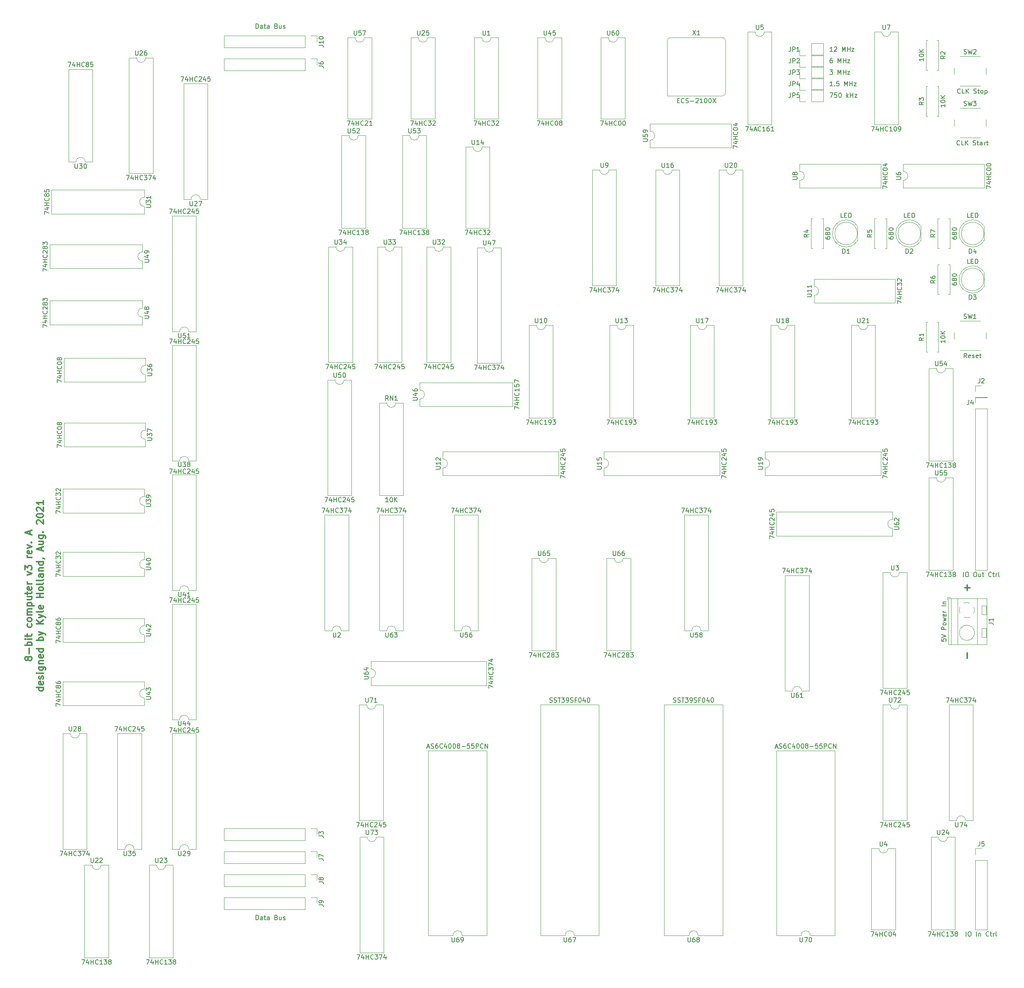
<source format=gbr>
%TF.GenerationSoftware,KiCad,Pcbnew,5.1.10*%
%TF.CreationDate,2021-08-05T21:37:01-06:00*%
%TF.ProjectId,8-bit,382d6269-742e-46b6-9963-61645f706362,rev?*%
%TF.SameCoordinates,Original*%
%TF.FileFunction,Legend,Top*%
%TF.FilePolarity,Positive*%
%FSLAX46Y46*%
G04 Gerber Fmt 4.6, Leading zero omitted, Abs format (unit mm)*
G04 Created by KiCad (PCBNEW 5.1.10) date 2021-08-05 21:37:01*
%MOMM*%
%LPD*%
G01*
G04 APERTURE LIST*
%ADD10C,0.300000*%
%ADD11C,0.120000*%
%ADD12C,0.150000*%
G04 APERTURE END LIST*
D10*
X275697142Y-154749428D02*
X275697142Y-153606571D01*
X275697142Y-139763428D02*
X275697142Y-138620571D01*
X276268571Y-139192000D02*
X275125714Y-139192000D01*
X68396428Y-154970000D02*
X68325000Y-155112857D01*
X68253571Y-155184285D01*
X68110714Y-155255714D01*
X68039285Y-155255714D01*
X67896428Y-155184285D01*
X67825000Y-155112857D01*
X67753571Y-154970000D01*
X67753571Y-154684285D01*
X67825000Y-154541428D01*
X67896428Y-154470000D01*
X68039285Y-154398571D01*
X68110714Y-154398571D01*
X68253571Y-154470000D01*
X68325000Y-154541428D01*
X68396428Y-154684285D01*
X68396428Y-154970000D01*
X68467857Y-155112857D01*
X68539285Y-155184285D01*
X68682142Y-155255714D01*
X68967857Y-155255714D01*
X69110714Y-155184285D01*
X69182142Y-155112857D01*
X69253571Y-154970000D01*
X69253571Y-154684285D01*
X69182142Y-154541428D01*
X69110714Y-154470000D01*
X68967857Y-154398571D01*
X68682142Y-154398571D01*
X68539285Y-154470000D01*
X68467857Y-154541428D01*
X68396428Y-154684285D01*
X68682142Y-153755714D02*
X68682142Y-152612857D01*
X69253571Y-151898571D02*
X67753571Y-151898571D01*
X68325000Y-151898571D02*
X68253571Y-151755714D01*
X68253571Y-151470000D01*
X68325000Y-151327142D01*
X68396428Y-151255714D01*
X68539285Y-151184285D01*
X68967857Y-151184285D01*
X69110714Y-151255714D01*
X69182142Y-151327142D01*
X69253571Y-151470000D01*
X69253571Y-151755714D01*
X69182142Y-151898571D01*
X69253571Y-150541428D02*
X68253571Y-150541428D01*
X67753571Y-150541428D02*
X67825000Y-150612857D01*
X67896428Y-150541428D01*
X67825000Y-150470000D01*
X67753571Y-150541428D01*
X67896428Y-150541428D01*
X68253571Y-150041428D02*
X68253571Y-149470000D01*
X67753571Y-149827142D02*
X69039285Y-149827142D01*
X69182142Y-149755714D01*
X69253571Y-149612857D01*
X69253571Y-149470000D01*
X69182142Y-147184285D02*
X69253571Y-147327142D01*
X69253571Y-147612857D01*
X69182142Y-147755714D01*
X69110714Y-147827142D01*
X68967857Y-147898571D01*
X68539285Y-147898571D01*
X68396428Y-147827142D01*
X68325000Y-147755714D01*
X68253571Y-147612857D01*
X68253571Y-147327142D01*
X68325000Y-147184285D01*
X69253571Y-146327142D02*
X69182142Y-146470000D01*
X69110714Y-146541428D01*
X68967857Y-146612857D01*
X68539285Y-146612857D01*
X68396428Y-146541428D01*
X68325000Y-146470000D01*
X68253571Y-146327142D01*
X68253571Y-146112857D01*
X68325000Y-145970000D01*
X68396428Y-145898571D01*
X68539285Y-145827142D01*
X68967857Y-145827142D01*
X69110714Y-145898571D01*
X69182142Y-145970000D01*
X69253571Y-146112857D01*
X69253571Y-146327142D01*
X69253571Y-145184285D02*
X68253571Y-145184285D01*
X68396428Y-145184285D02*
X68325000Y-145112857D01*
X68253571Y-144970000D01*
X68253571Y-144755714D01*
X68325000Y-144612857D01*
X68467857Y-144541428D01*
X69253571Y-144541428D01*
X68467857Y-144541428D02*
X68325000Y-144470000D01*
X68253571Y-144327142D01*
X68253571Y-144112857D01*
X68325000Y-143970000D01*
X68467857Y-143898571D01*
X69253571Y-143898571D01*
X68253571Y-143184285D02*
X69753571Y-143184285D01*
X68325000Y-143184285D02*
X68253571Y-143041428D01*
X68253571Y-142755714D01*
X68325000Y-142612857D01*
X68396428Y-142541428D01*
X68539285Y-142470000D01*
X68967857Y-142470000D01*
X69110714Y-142541428D01*
X69182142Y-142612857D01*
X69253571Y-142755714D01*
X69253571Y-143041428D01*
X69182142Y-143184285D01*
X68253571Y-141184285D02*
X69253571Y-141184285D01*
X68253571Y-141827142D02*
X69039285Y-141827142D01*
X69182142Y-141755714D01*
X69253571Y-141612857D01*
X69253571Y-141398571D01*
X69182142Y-141255714D01*
X69110714Y-141184285D01*
X68253571Y-140684285D02*
X68253571Y-140112857D01*
X67753571Y-140470000D02*
X69039285Y-140470000D01*
X69182142Y-140398571D01*
X69253571Y-140255714D01*
X69253571Y-140112857D01*
X69182142Y-139041428D02*
X69253571Y-139184285D01*
X69253571Y-139470000D01*
X69182142Y-139612857D01*
X69039285Y-139684285D01*
X68467857Y-139684285D01*
X68325000Y-139612857D01*
X68253571Y-139470000D01*
X68253571Y-139184285D01*
X68325000Y-139041428D01*
X68467857Y-138970000D01*
X68610714Y-138970000D01*
X68753571Y-139684285D01*
X69253571Y-138327142D02*
X68253571Y-138327142D01*
X68539285Y-138327142D02*
X68396428Y-138255714D01*
X68325000Y-138184285D01*
X68253571Y-138041428D01*
X68253571Y-137898571D01*
X68253571Y-136398571D02*
X69253571Y-136041428D01*
X68253571Y-135684285D01*
X67753571Y-135255714D02*
X67753571Y-134327142D01*
X68325000Y-134827142D01*
X68325000Y-134612857D01*
X68396428Y-134470000D01*
X68467857Y-134398571D01*
X68610714Y-134327142D01*
X68967857Y-134327142D01*
X69110714Y-134398571D01*
X69182142Y-134470000D01*
X69253571Y-134612857D01*
X69253571Y-135041428D01*
X69182142Y-135184285D01*
X69110714Y-135255714D01*
X69253571Y-132541428D02*
X68253571Y-132541428D01*
X68539285Y-132541428D02*
X68396428Y-132470000D01*
X68325000Y-132398571D01*
X68253571Y-132255714D01*
X68253571Y-132112857D01*
X69182142Y-131041428D02*
X69253571Y-131184285D01*
X69253571Y-131470000D01*
X69182142Y-131612857D01*
X69039285Y-131684285D01*
X68467857Y-131684285D01*
X68325000Y-131612857D01*
X68253571Y-131470000D01*
X68253571Y-131184285D01*
X68325000Y-131041428D01*
X68467857Y-130970000D01*
X68610714Y-130970000D01*
X68753571Y-131684285D01*
X68253571Y-130470000D02*
X69253571Y-130112857D01*
X68253571Y-129755714D01*
X69110714Y-129184285D02*
X69182142Y-129112857D01*
X69253571Y-129184285D01*
X69182142Y-129255714D01*
X69110714Y-129184285D01*
X69253571Y-129184285D01*
X68825000Y-127398571D02*
X68825000Y-126684285D01*
X69253571Y-127541428D02*
X67753571Y-127041428D01*
X69253571Y-126541428D01*
X71803571Y-161255714D02*
X70303571Y-161255714D01*
X71732142Y-161255714D02*
X71803571Y-161398571D01*
X71803571Y-161684285D01*
X71732142Y-161827142D01*
X71660714Y-161898571D01*
X71517857Y-161970000D01*
X71089285Y-161970000D01*
X70946428Y-161898571D01*
X70875000Y-161827142D01*
X70803571Y-161684285D01*
X70803571Y-161398571D01*
X70875000Y-161255714D01*
X71732142Y-159970000D02*
X71803571Y-160112857D01*
X71803571Y-160398571D01*
X71732142Y-160541428D01*
X71589285Y-160612857D01*
X71017857Y-160612857D01*
X70875000Y-160541428D01*
X70803571Y-160398571D01*
X70803571Y-160112857D01*
X70875000Y-159970000D01*
X71017857Y-159898571D01*
X71160714Y-159898571D01*
X71303571Y-160612857D01*
X71732142Y-159327142D02*
X71803571Y-159184285D01*
X71803571Y-158898571D01*
X71732142Y-158755714D01*
X71589285Y-158684285D01*
X71517857Y-158684285D01*
X71375000Y-158755714D01*
X71303571Y-158898571D01*
X71303571Y-159112857D01*
X71232142Y-159255714D01*
X71089285Y-159327142D01*
X71017857Y-159327142D01*
X70875000Y-159255714D01*
X70803571Y-159112857D01*
X70803571Y-158898571D01*
X70875000Y-158755714D01*
X71803571Y-158041428D02*
X70803571Y-158041428D01*
X70303571Y-158041428D02*
X70375000Y-158112857D01*
X70446428Y-158041428D01*
X70375000Y-157970000D01*
X70303571Y-158041428D01*
X70446428Y-158041428D01*
X70803571Y-156684285D02*
X72017857Y-156684285D01*
X72160714Y-156755714D01*
X72232142Y-156827142D01*
X72303571Y-156970000D01*
X72303571Y-157184285D01*
X72232142Y-157327142D01*
X71732142Y-156684285D02*
X71803571Y-156827142D01*
X71803571Y-157112857D01*
X71732142Y-157255714D01*
X71660714Y-157327142D01*
X71517857Y-157398571D01*
X71089285Y-157398571D01*
X70946428Y-157327142D01*
X70875000Y-157255714D01*
X70803571Y-157112857D01*
X70803571Y-156827142D01*
X70875000Y-156684285D01*
X70803571Y-155970000D02*
X71803571Y-155970000D01*
X70946428Y-155970000D02*
X70875000Y-155898571D01*
X70803571Y-155755714D01*
X70803571Y-155541428D01*
X70875000Y-155398571D01*
X71017857Y-155327142D01*
X71803571Y-155327142D01*
X71732142Y-154041428D02*
X71803571Y-154184285D01*
X71803571Y-154470000D01*
X71732142Y-154612857D01*
X71589285Y-154684285D01*
X71017857Y-154684285D01*
X70875000Y-154612857D01*
X70803571Y-154470000D01*
X70803571Y-154184285D01*
X70875000Y-154041428D01*
X71017857Y-153970000D01*
X71160714Y-153970000D01*
X71303571Y-154684285D01*
X71803571Y-152684285D02*
X70303571Y-152684285D01*
X71732142Y-152684285D02*
X71803571Y-152827142D01*
X71803571Y-153112857D01*
X71732142Y-153255714D01*
X71660714Y-153327142D01*
X71517857Y-153398571D01*
X71089285Y-153398571D01*
X70946428Y-153327142D01*
X70875000Y-153255714D01*
X70803571Y-153112857D01*
X70803571Y-152827142D01*
X70875000Y-152684285D01*
X71803571Y-150827142D02*
X70303571Y-150827142D01*
X70875000Y-150827142D02*
X70803571Y-150684285D01*
X70803571Y-150398571D01*
X70875000Y-150255714D01*
X70946428Y-150184285D01*
X71089285Y-150112857D01*
X71517857Y-150112857D01*
X71660714Y-150184285D01*
X71732142Y-150255714D01*
X71803571Y-150398571D01*
X71803571Y-150684285D01*
X71732142Y-150827142D01*
X70803571Y-149612857D02*
X71803571Y-149255714D01*
X70803571Y-148898571D02*
X71803571Y-149255714D01*
X72160714Y-149398571D01*
X72232142Y-149470000D01*
X72303571Y-149612857D01*
X71803571Y-147184285D02*
X70303571Y-147184285D01*
X71803571Y-146327142D02*
X70946428Y-146970000D01*
X70303571Y-146327142D02*
X71160714Y-147184285D01*
X70803571Y-145827142D02*
X71803571Y-145470000D01*
X70803571Y-145112857D02*
X71803571Y-145470000D01*
X72160714Y-145612857D01*
X72232142Y-145684285D01*
X72303571Y-145827142D01*
X71803571Y-144327142D02*
X71732142Y-144470000D01*
X71589285Y-144541428D01*
X70303571Y-144541428D01*
X71732142Y-143184285D02*
X71803571Y-143327142D01*
X71803571Y-143612857D01*
X71732142Y-143755714D01*
X71589285Y-143827142D01*
X71017857Y-143827142D01*
X70875000Y-143755714D01*
X70803571Y-143612857D01*
X70803571Y-143327142D01*
X70875000Y-143184285D01*
X71017857Y-143112857D01*
X71160714Y-143112857D01*
X71303571Y-143827142D01*
X71803571Y-141327142D02*
X70303571Y-141327142D01*
X71017857Y-141327142D02*
X71017857Y-140470000D01*
X71803571Y-140470000D02*
X70303571Y-140470000D01*
X71803571Y-139541428D02*
X71732142Y-139684285D01*
X71660714Y-139755714D01*
X71517857Y-139827142D01*
X71089285Y-139827142D01*
X70946428Y-139755714D01*
X70875000Y-139684285D01*
X70803571Y-139541428D01*
X70803571Y-139327142D01*
X70875000Y-139184285D01*
X70946428Y-139112857D01*
X71089285Y-139041428D01*
X71517857Y-139041428D01*
X71660714Y-139112857D01*
X71732142Y-139184285D01*
X71803571Y-139327142D01*
X71803571Y-139541428D01*
X71803571Y-138184285D02*
X71732142Y-138327142D01*
X71589285Y-138398571D01*
X70303571Y-138398571D01*
X71803571Y-137398571D02*
X71732142Y-137541428D01*
X71589285Y-137612857D01*
X70303571Y-137612857D01*
X71803571Y-136184285D02*
X71017857Y-136184285D01*
X70875000Y-136255714D01*
X70803571Y-136398571D01*
X70803571Y-136684285D01*
X70875000Y-136827142D01*
X71732142Y-136184285D02*
X71803571Y-136327142D01*
X71803571Y-136684285D01*
X71732142Y-136827142D01*
X71589285Y-136898571D01*
X71446428Y-136898571D01*
X71303571Y-136827142D01*
X71232142Y-136684285D01*
X71232142Y-136327142D01*
X71160714Y-136184285D01*
X70803571Y-135470000D02*
X71803571Y-135470000D01*
X70946428Y-135470000D02*
X70875000Y-135398571D01*
X70803571Y-135255714D01*
X70803571Y-135041428D01*
X70875000Y-134898571D01*
X71017857Y-134827142D01*
X71803571Y-134827142D01*
X71803571Y-133470000D02*
X70303571Y-133470000D01*
X71732142Y-133470000D02*
X71803571Y-133612857D01*
X71803571Y-133898571D01*
X71732142Y-134041428D01*
X71660714Y-134112857D01*
X71517857Y-134184285D01*
X71089285Y-134184285D01*
X70946428Y-134112857D01*
X70875000Y-134041428D01*
X70803571Y-133898571D01*
X70803571Y-133612857D01*
X70875000Y-133470000D01*
X71732142Y-132684285D02*
X71803571Y-132684285D01*
X71946428Y-132755714D01*
X72017857Y-132827142D01*
X71375000Y-130970000D02*
X71375000Y-130255714D01*
X71803571Y-131112857D02*
X70303571Y-130612857D01*
X71803571Y-130112857D01*
X70803571Y-128970000D02*
X71803571Y-128970000D01*
X70803571Y-129612857D02*
X71589285Y-129612857D01*
X71732142Y-129541428D01*
X71803571Y-129398571D01*
X71803571Y-129184285D01*
X71732142Y-129041428D01*
X71660714Y-128970000D01*
X70803571Y-127612857D02*
X72017857Y-127612857D01*
X72160714Y-127684285D01*
X72232142Y-127755714D01*
X72303571Y-127898571D01*
X72303571Y-128112857D01*
X72232142Y-128255714D01*
X71732142Y-127612857D02*
X71803571Y-127755714D01*
X71803571Y-128041428D01*
X71732142Y-128184285D01*
X71660714Y-128255714D01*
X71517857Y-128327142D01*
X71089285Y-128327142D01*
X70946428Y-128255714D01*
X70875000Y-128184285D01*
X70803571Y-128041428D01*
X70803571Y-127755714D01*
X70875000Y-127612857D01*
X71660714Y-126898571D02*
X71732142Y-126827142D01*
X71803571Y-126898571D01*
X71732142Y-126970000D01*
X71660714Y-126898571D01*
X71803571Y-126898571D01*
X70446428Y-125112857D02*
X70375000Y-125041428D01*
X70303571Y-124898571D01*
X70303571Y-124541428D01*
X70375000Y-124398571D01*
X70446428Y-124327142D01*
X70589285Y-124255714D01*
X70732142Y-124255714D01*
X70946428Y-124327142D01*
X71803571Y-125184285D01*
X71803571Y-124255714D01*
X70303571Y-123327142D02*
X70303571Y-123184285D01*
X70375000Y-123041428D01*
X70446428Y-122970000D01*
X70589285Y-122898571D01*
X70875000Y-122827142D01*
X71232142Y-122827142D01*
X71517857Y-122898571D01*
X71660714Y-122970000D01*
X71732142Y-123041428D01*
X71803571Y-123184285D01*
X71803571Y-123327142D01*
X71732142Y-123470000D01*
X71660714Y-123541428D01*
X71517857Y-123612857D01*
X71232142Y-123684285D01*
X70875000Y-123684285D01*
X70589285Y-123612857D01*
X70446428Y-123541428D01*
X70375000Y-123470000D01*
X70303571Y-123327142D01*
X70446428Y-122255714D02*
X70375000Y-122184285D01*
X70303571Y-122041428D01*
X70303571Y-121684285D01*
X70375000Y-121541428D01*
X70446428Y-121470000D01*
X70589285Y-121398571D01*
X70732142Y-121398571D01*
X70946428Y-121470000D01*
X71803571Y-122327142D01*
X71803571Y-121398571D01*
X71803571Y-119970000D02*
X71803571Y-120827142D01*
X71803571Y-120398571D02*
X70303571Y-120398571D01*
X70517857Y-120541428D01*
X70660714Y-120684285D01*
X70732142Y-120827142D01*
D11*
%TO.C,J10*%
X132140000Y-17265000D02*
X132140000Y-18595000D01*
X130810000Y-17265000D02*
X132140000Y-17265000D01*
X129540000Y-17265000D02*
X129540000Y-19925000D01*
X129540000Y-19925000D02*
X111700000Y-19925000D01*
X129540000Y-17265000D02*
X111700000Y-17265000D01*
X111700000Y-17265000D02*
X111700000Y-19925000D01*
%TO.C,J9*%
X132140000Y-207585000D02*
X132140000Y-208915000D01*
X130810000Y-207585000D02*
X132140000Y-207585000D01*
X129540000Y-207585000D02*
X129540000Y-210245000D01*
X129540000Y-210245000D02*
X111700000Y-210245000D01*
X129540000Y-207585000D02*
X111700000Y-207585000D01*
X111700000Y-207585000D02*
X111700000Y-210245000D01*
%TO.C,J8*%
X132140000Y-202505000D02*
X132140000Y-203835000D01*
X130810000Y-202505000D02*
X132140000Y-202505000D01*
X129540000Y-202505000D02*
X129540000Y-205165000D01*
X129540000Y-205165000D02*
X111700000Y-205165000D01*
X129540000Y-202505000D02*
X111700000Y-202505000D01*
X111700000Y-202505000D02*
X111700000Y-205165000D01*
%TO.C,J7*%
X132140000Y-197425000D02*
X132140000Y-198755000D01*
X130810000Y-197425000D02*
X132140000Y-197425000D01*
X129540000Y-197425000D02*
X129540000Y-200085000D01*
X129540000Y-200085000D02*
X111700000Y-200085000D01*
X129540000Y-197425000D02*
X111700000Y-197425000D01*
X111700000Y-197425000D02*
X111700000Y-200085000D01*
%TO.C,J6*%
X111700000Y-22345000D02*
X111700000Y-25005000D01*
X129540000Y-22345000D02*
X111700000Y-22345000D01*
X129540000Y-25005000D02*
X111700000Y-25005000D01*
X129540000Y-22345000D02*
X129540000Y-25005000D01*
X130810000Y-22345000D02*
X132140000Y-22345000D01*
X132140000Y-22345000D02*
X132140000Y-23675000D01*
%TO.C,RN1*%
X147590000Y-98365000D02*
X145940000Y-98365000D01*
X145940000Y-98365000D02*
X145940000Y-118805000D01*
X145940000Y-118805000D02*
X151240000Y-118805000D01*
X151240000Y-118805000D02*
X151240000Y-98365000D01*
X151240000Y-98365000D02*
X149590000Y-98365000D01*
X149590000Y-98365000D02*
G75*
G02*
X147590000Y-98365000I-1000000J0D01*
G01*
%TO.C,U68*%
X208805000Y-215960000D02*
X214265000Y-215960000D01*
X208805000Y-165040000D02*
X208805000Y-215960000D01*
X221725000Y-165040000D02*
X208805000Y-165040000D01*
X221725000Y-215960000D02*
X221725000Y-165040000D01*
X216265000Y-215960000D02*
X221725000Y-215960000D01*
X214265000Y-215960000D02*
G75*
G02*
X216265000Y-215960000I1000000J0D01*
G01*
%TO.C,U67*%
X181500000Y-215960000D02*
X186960000Y-215960000D01*
X181500000Y-165040000D02*
X181500000Y-215960000D01*
X194420000Y-165040000D02*
X181500000Y-165040000D01*
X194420000Y-215960000D02*
X194420000Y-165040000D01*
X188960000Y-215960000D02*
X194420000Y-215960000D01*
X186960000Y-215960000D02*
G75*
G02*
X188960000Y-215960000I1000000J0D01*
G01*
%TO.C,U20*%
X226170000Y-46930000D02*
X224520000Y-46930000D01*
X226170000Y-72450000D02*
X226170000Y-46930000D01*
X220870000Y-72450000D02*
X226170000Y-72450000D01*
X220870000Y-46930000D02*
X220870000Y-72450000D01*
X222520000Y-46930000D02*
X220870000Y-46930000D01*
X224520000Y-46930000D02*
G75*
G02*
X222520000Y-46930000I-1000000J0D01*
G01*
%TO.C,U16*%
X212200000Y-46930000D02*
X210550000Y-46930000D01*
X212200000Y-72450000D02*
X212200000Y-46930000D01*
X206900000Y-72450000D02*
X212200000Y-72450000D01*
X206900000Y-46930000D02*
X206900000Y-72450000D01*
X208550000Y-46930000D02*
X206900000Y-46930000D01*
X210550000Y-46930000D02*
G75*
G02*
X208550000Y-46930000I-1000000J0D01*
G01*
%TO.C,U13*%
X198390000Y-81220000D02*
X196740000Y-81220000D01*
X196740000Y-81220000D02*
X196740000Y-101660000D01*
X196740000Y-101660000D02*
X202040000Y-101660000D01*
X202040000Y-101660000D02*
X202040000Y-81220000D01*
X202040000Y-81220000D02*
X200390000Y-81220000D01*
X200390000Y-81220000D02*
G75*
G02*
X198390000Y-81220000I-1000000J0D01*
G01*
%TO.C,U6*%
X261560000Y-45610000D02*
X261560000Y-47260000D01*
X279460000Y-45610000D02*
X261560000Y-45610000D01*
X279460000Y-50910000D02*
X279460000Y-45610000D01*
X261560000Y-50910000D02*
X279460000Y-50910000D01*
X261560000Y-49260000D02*
X261560000Y-50910000D01*
X261560000Y-47260000D02*
G75*
G02*
X261560000Y-49260000I0J-1000000D01*
G01*
%TO.C,X1*%
X209450000Y-30580000D02*
X221600000Y-30580000D01*
X222350000Y-29830000D02*
X222350000Y-18430000D01*
X221600000Y-17680000D02*
X210200000Y-17680000D01*
X209450000Y-18430000D02*
X209450000Y-30580000D01*
X221600000Y-30580000D02*
G75*
G03*
X222350000Y-29830000I0J750000D01*
G01*
X222350000Y-18430000D02*
G75*
G03*
X221600000Y-17680000I-750000J0D01*
G01*
X210200000Y-17680000D02*
G75*
G03*
X209450000Y-18430000I0J-750000D01*
G01*
%TO.C,U74*%
X275320000Y-190560000D02*
X276970000Y-190560000D01*
X276970000Y-190560000D02*
X276970000Y-165040000D01*
X276970000Y-165040000D02*
X271670000Y-165040000D01*
X271670000Y-165040000D02*
X271670000Y-190560000D01*
X271670000Y-190560000D02*
X273320000Y-190560000D01*
X273320000Y-190560000D02*
G75*
G02*
X275320000Y-190560000I1000000J0D01*
G01*
%TO.C,U73*%
X143272000Y-194250000D02*
X141622000Y-194250000D01*
X141622000Y-194250000D02*
X141622000Y-219770000D01*
X141622000Y-219770000D02*
X146922000Y-219770000D01*
X146922000Y-219770000D02*
X146922000Y-194250000D01*
X146922000Y-194250000D02*
X145272000Y-194250000D01*
X145272000Y-194250000D02*
G75*
G02*
X143272000Y-194250000I-1000000J0D01*
G01*
%TO.C,U72*%
X258715000Y-165040000D02*
X257065000Y-165040000D01*
X257065000Y-165040000D02*
X257065000Y-190560000D01*
X257065000Y-190560000D02*
X262365000Y-190560000D01*
X262365000Y-190560000D02*
X262365000Y-165040000D01*
X262365000Y-165040000D02*
X260715000Y-165040000D01*
X260715000Y-165040000D02*
G75*
G02*
X258715000Y-165040000I-1000000J0D01*
G01*
%TO.C,U71*%
X143145000Y-165040000D02*
X141495000Y-165040000D01*
X141495000Y-165040000D02*
X141495000Y-190560000D01*
X141495000Y-190560000D02*
X146795000Y-190560000D01*
X146795000Y-190560000D02*
X146795000Y-165040000D01*
X146795000Y-165040000D02*
X145145000Y-165040000D01*
X145145000Y-165040000D02*
G75*
G02*
X143145000Y-165040000I-1000000J0D01*
G01*
%TO.C,U70*%
X241030000Y-215960000D02*
X246490000Y-215960000D01*
X246490000Y-215960000D02*
X246490000Y-175200000D01*
X246490000Y-175200000D02*
X233570000Y-175200000D01*
X233570000Y-175200000D02*
X233570000Y-215960000D01*
X233570000Y-215960000D02*
X239030000Y-215960000D01*
X239030000Y-215960000D02*
G75*
G02*
X241030000Y-215960000I1000000J0D01*
G01*
%TO.C,U69*%
X164195000Y-215960000D02*
X169655000Y-215960000D01*
X169655000Y-215960000D02*
X169655000Y-175200000D01*
X169655000Y-175200000D02*
X156735000Y-175200000D01*
X156735000Y-175200000D02*
X156735000Y-215960000D01*
X156735000Y-215960000D02*
X162195000Y-215960000D01*
X162195000Y-215960000D02*
G75*
G02*
X164195000Y-215960000I1000000J0D01*
G01*
%TO.C,U66*%
X197755000Y-132655000D02*
X196105000Y-132655000D01*
X196105000Y-132655000D02*
X196105000Y-153095000D01*
X196105000Y-153095000D02*
X201405000Y-153095000D01*
X201405000Y-153095000D02*
X201405000Y-132655000D01*
X201405000Y-132655000D02*
X199755000Y-132655000D01*
X199755000Y-132655000D02*
G75*
G02*
X197755000Y-132655000I-1000000J0D01*
G01*
%TO.C,U65*%
X181245000Y-132655000D02*
X179595000Y-132655000D01*
X179595000Y-132655000D02*
X179595000Y-153095000D01*
X179595000Y-153095000D02*
X184895000Y-153095000D01*
X184895000Y-153095000D02*
X184895000Y-132655000D01*
X184895000Y-132655000D02*
X183245000Y-132655000D01*
X183245000Y-132655000D02*
G75*
G02*
X181245000Y-132655000I-1000000J0D01*
G01*
%TO.C,U64*%
X144085000Y-155465000D02*
X144085000Y-157115000D01*
X169605000Y-155465000D02*
X144085000Y-155465000D01*
X169605000Y-160765000D02*
X169605000Y-155465000D01*
X144085000Y-160765000D02*
X169605000Y-160765000D01*
X144085000Y-159115000D02*
X144085000Y-160765000D01*
X144085000Y-157115000D02*
G75*
G02*
X144085000Y-159115000I0J-1000000D01*
G01*
%TO.C,U63*%
X149590000Y-148650000D02*
X151240000Y-148650000D01*
X151240000Y-148650000D02*
X151240000Y-123130000D01*
X151240000Y-123130000D02*
X145940000Y-123130000D01*
X145940000Y-123130000D02*
X145940000Y-148650000D01*
X145940000Y-148650000D02*
X147590000Y-148650000D01*
X147590000Y-148650000D02*
G75*
G02*
X149590000Y-148650000I1000000J0D01*
G01*
%TO.C,U62*%
X259140000Y-124095000D02*
X259140000Y-122445000D01*
X259140000Y-122445000D02*
X233620000Y-122445000D01*
X233620000Y-122445000D02*
X233620000Y-127745000D01*
X233620000Y-127745000D02*
X259140000Y-127745000D01*
X259140000Y-127745000D02*
X259140000Y-126095000D01*
X259140000Y-126095000D02*
G75*
G02*
X259140000Y-124095000I0J1000000D01*
G01*
%TO.C,U61*%
X239125000Y-161985000D02*
X240775000Y-161985000D01*
X240775000Y-161985000D02*
X240775000Y-136465000D01*
X240775000Y-136465000D02*
X235475000Y-136465000D01*
X235475000Y-136465000D02*
X235475000Y-161985000D01*
X235475000Y-161985000D02*
X237125000Y-161985000D01*
X237125000Y-161985000D02*
G75*
G02*
X239125000Y-161985000I1000000J0D01*
G01*
%TO.C,U60*%
X196485000Y-17720000D02*
X194835000Y-17720000D01*
X194835000Y-17720000D02*
X194835000Y-35620000D01*
X194835000Y-35620000D02*
X200135000Y-35620000D01*
X200135000Y-35620000D02*
X200135000Y-17720000D01*
X200135000Y-17720000D02*
X198485000Y-17720000D01*
X198485000Y-17720000D02*
G75*
G02*
X196485000Y-17720000I-1000000J0D01*
G01*
%TO.C,U59*%
X205680000Y-40370000D02*
X205680000Y-42020000D01*
X205680000Y-42020000D02*
X223580000Y-42020000D01*
X223580000Y-42020000D02*
X223580000Y-36720000D01*
X223580000Y-36720000D02*
X205680000Y-36720000D01*
X205680000Y-36720000D02*
X205680000Y-38370000D01*
X205680000Y-38370000D02*
G75*
G02*
X205680000Y-40370000I0J-1000000D01*
G01*
%TO.C,U58*%
X216900000Y-148650000D02*
X218550000Y-148650000D01*
X218550000Y-148650000D02*
X218550000Y-123130000D01*
X218550000Y-123130000D02*
X213250000Y-123130000D01*
X213250000Y-123130000D02*
X213250000Y-148650000D01*
X213250000Y-148650000D02*
X214900000Y-148650000D01*
X214900000Y-148650000D02*
G75*
G02*
X216900000Y-148650000I1000000J0D01*
G01*
%TO.C,U57*%
X140605000Y-17720000D02*
X138955000Y-17720000D01*
X138955000Y-17720000D02*
X138955000Y-35620000D01*
X138955000Y-35620000D02*
X144255000Y-35620000D01*
X144255000Y-35620000D02*
X144255000Y-17720000D01*
X144255000Y-17720000D02*
X142605000Y-17720000D01*
X142605000Y-17720000D02*
G75*
G02*
X140605000Y-17720000I-1000000J0D01*
G01*
%TO.C,U56*%
X166100000Y-148650000D02*
X167750000Y-148650000D01*
X167750000Y-148650000D02*
X167750000Y-123130000D01*
X167750000Y-123130000D02*
X162450000Y-123130000D01*
X162450000Y-123130000D02*
X162450000Y-148650000D01*
X162450000Y-148650000D02*
X164100000Y-148650000D01*
X164100000Y-148650000D02*
G75*
G02*
X166100000Y-148650000I1000000J0D01*
G01*
%TO.C,U55*%
X268875000Y-114875000D02*
X267225000Y-114875000D01*
X267225000Y-114875000D02*
X267225000Y-135315000D01*
X267225000Y-135315000D02*
X272525000Y-135315000D01*
X272525000Y-135315000D02*
X272525000Y-114875000D01*
X272525000Y-114875000D02*
X270875000Y-114875000D01*
X270875000Y-114875000D02*
G75*
G02*
X268875000Y-114875000I-1000000J0D01*
G01*
%TO.C,U54*%
X268875000Y-90745000D02*
X267225000Y-90745000D01*
X267225000Y-90745000D02*
X267225000Y-111185000D01*
X267225000Y-111185000D02*
X272525000Y-111185000D01*
X272525000Y-111185000D02*
X272525000Y-90745000D01*
X272525000Y-90745000D02*
X270875000Y-90745000D01*
X270875000Y-90745000D02*
G75*
G02*
X268875000Y-90745000I-1000000J0D01*
G01*
%TO.C,U53*%
X152670000Y-39335000D02*
X151020000Y-39335000D01*
X151020000Y-39335000D02*
X151020000Y-59775000D01*
X151020000Y-59775000D02*
X156320000Y-59775000D01*
X156320000Y-59775000D02*
X156320000Y-39335000D01*
X156320000Y-39335000D02*
X154670000Y-39335000D01*
X154670000Y-39335000D02*
G75*
G02*
X152670000Y-39335000I-1000000J0D01*
G01*
%TO.C,U52*%
X139265000Y-39335000D02*
X137615000Y-39335000D01*
X137615000Y-39335000D02*
X137615000Y-59775000D01*
X137615000Y-59775000D02*
X142915000Y-59775000D01*
X142915000Y-59775000D02*
X142915000Y-39335000D01*
X142915000Y-39335000D02*
X141265000Y-39335000D01*
X141265000Y-39335000D02*
G75*
G02*
X139265000Y-39335000I-1000000J0D01*
G01*
%TO.C,U51*%
X103870000Y-82610000D02*
X105520000Y-82610000D01*
X105520000Y-82610000D02*
X105520000Y-57090000D01*
X105520000Y-57090000D02*
X100220000Y-57090000D01*
X100220000Y-57090000D02*
X100220000Y-82610000D01*
X100220000Y-82610000D02*
X101870000Y-82610000D01*
X101870000Y-82610000D02*
G75*
G02*
X103870000Y-82610000I1000000J0D01*
G01*
%TO.C,U50*%
X136160000Y-93285000D02*
X134510000Y-93285000D01*
X134510000Y-93285000D02*
X134510000Y-118805000D01*
X134510000Y-118805000D02*
X139810000Y-118805000D01*
X139810000Y-118805000D02*
X139810000Y-93285000D01*
X139810000Y-93285000D02*
X138160000Y-93285000D01*
X138160000Y-93285000D02*
G75*
G02*
X136160000Y-93285000I-1000000J0D01*
G01*
%TO.C,U49*%
X93660000Y-65040000D02*
X93660000Y-63390000D01*
X93660000Y-63390000D02*
X73220000Y-63390000D01*
X73220000Y-63390000D02*
X73220000Y-68690000D01*
X73220000Y-68690000D02*
X93660000Y-68690000D01*
X93660000Y-68690000D02*
X93660000Y-67040000D01*
X93660000Y-67040000D02*
G75*
G02*
X93660000Y-65040000I0J1000000D01*
G01*
%TO.C,U48*%
X93660000Y-77465000D02*
X93660000Y-75815000D01*
X93660000Y-75815000D02*
X73220000Y-75815000D01*
X73220000Y-75815000D02*
X73220000Y-81115000D01*
X73220000Y-81115000D02*
X93660000Y-81115000D01*
X93660000Y-81115000D02*
X93660000Y-79465000D01*
X93660000Y-79465000D02*
G75*
G02*
X93660000Y-77465000I0J1000000D01*
G01*
%TO.C,U47*%
X169180000Y-64075000D02*
X167530000Y-64075000D01*
X167530000Y-64075000D02*
X167530000Y-89595000D01*
X167530000Y-89595000D02*
X172830000Y-89595000D01*
X172830000Y-89595000D02*
X172830000Y-64075000D01*
X172830000Y-64075000D02*
X171180000Y-64075000D01*
X171180000Y-64075000D02*
G75*
G02*
X169180000Y-64075000I-1000000J0D01*
G01*
%TO.C,U46*%
X154880000Y-97520000D02*
X154880000Y-99170000D01*
X154880000Y-99170000D02*
X175320000Y-99170000D01*
X175320000Y-99170000D02*
X175320000Y-93870000D01*
X175320000Y-93870000D02*
X154880000Y-93870000D01*
X154880000Y-93870000D02*
X154880000Y-95520000D01*
X154880000Y-95520000D02*
G75*
G02*
X154880000Y-97520000I0J-1000000D01*
G01*
%TO.C,U45*%
X182515000Y-17720000D02*
X180865000Y-17720000D01*
X180865000Y-17720000D02*
X180865000Y-35620000D01*
X180865000Y-35620000D02*
X186165000Y-35620000D01*
X186165000Y-35620000D02*
X186165000Y-17720000D01*
X186165000Y-17720000D02*
X184515000Y-17720000D01*
X184515000Y-17720000D02*
G75*
G02*
X182515000Y-17720000I-1000000J0D01*
G01*
%TO.C,U44*%
X103870000Y-168335000D02*
X105520000Y-168335000D01*
X105520000Y-168335000D02*
X105520000Y-142815000D01*
X105520000Y-142815000D02*
X100220000Y-142815000D01*
X100220000Y-142815000D02*
X100220000Y-168335000D01*
X100220000Y-168335000D02*
X101870000Y-168335000D01*
X101870000Y-168335000D02*
G75*
G02*
X103870000Y-168335000I1000000J0D01*
G01*
%TO.C,U43*%
X94040000Y-161560000D02*
X94040000Y-159910000D01*
X94040000Y-159910000D02*
X76140000Y-159910000D01*
X76140000Y-159910000D02*
X76140000Y-165210000D01*
X76140000Y-165210000D02*
X94040000Y-165210000D01*
X94040000Y-165210000D02*
X94040000Y-163560000D01*
X94040000Y-163560000D02*
G75*
G02*
X94040000Y-161560000I0J1000000D01*
G01*
%TO.C,U42*%
X94040000Y-147590000D02*
X94040000Y-145940000D01*
X94040000Y-145940000D02*
X76140000Y-145940000D01*
X76140000Y-145940000D02*
X76140000Y-151240000D01*
X76140000Y-151240000D02*
X94040000Y-151240000D01*
X94040000Y-151240000D02*
X94040000Y-149590000D01*
X94040000Y-149590000D02*
G75*
G02*
X94040000Y-147590000I0J1000000D01*
G01*
%TO.C,U41*%
X103870000Y-139760000D02*
X105520000Y-139760000D01*
X105520000Y-139760000D02*
X105520000Y-114240000D01*
X105520000Y-114240000D02*
X100220000Y-114240000D01*
X100220000Y-114240000D02*
X100220000Y-139760000D01*
X100220000Y-139760000D02*
X101870000Y-139760000D01*
X101870000Y-139760000D02*
G75*
G02*
X103870000Y-139760000I1000000J0D01*
G01*
%TO.C,U40*%
X94040000Y-132985000D02*
X94040000Y-131335000D01*
X94040000Y-131335000D02*
X76140000Y-131335000D01*
X76140000Y-131335000D02*
X76140000Y-136635000D01*
X76140000Y-136635000D02*
X94040000Y-136635000D01*
X94040000Y-136635000D02*
X94040000Y-134985000D01*
X94040000Y-134985000D02*
G75*
G02*
X94040000Y-132985000I0J1000000D01*
G01*
%TO.C,U39*%
X94040000Y-119015000D02*
X94040000Y-117365000D01*
X94040000Y-117365000D02*
X76140000Y-117365000D01*
X76140000Y-117365000D02*
X76140000Y-122665000D01*
X76140000Y-122665000D02*
X94040000Y-122665000D01*
X94040000Y-122665000D02*
X94040000Y-121015000D01*
X94040000Y-121015000D02*
G75*
G02*
X94040000Y-119015000I0J1000000D01*
G01*
%TO.C,U38*%
X103870000Y-111185000D02*
X105520000Y-111185000D01*
X105520000Y-111185000D02*
X105520000Y-85665000D01*
X105520000Y-85665000D02*
X100220000Y-85665000D01*
X100220000Y-85665000D02*
X100220000Y-111185000D01*
X100220000Y-111185000D02*
X101870000Y-111185000D01*
X101870000Y-111185000D02*
G75*
G02*
X103870000Y-111185000I1000000J0D01*
G01*
%TO.C,U37*%
X94295000Y-104410000D02*
X94295000Y-102760000D01*
X94295000Y-102760000D02*
X76395000Y-102760000D01*
X76395000Y-102760000D02*
X76395000Y-108060000D01*
X76395000Y-108060000D02*
X94295000Y-108060000D01*
X94295000Y-108060000D02*
X94295000Y-106410000D01*
X94295000Y-106410000D02*
G75*
G02*
X94295000Y-104410000I0J1000000D01*
G01*
%TO.C,U36*%
X94295000Y-90105000D02*
X94295000Y-88455000D01*
X94295000Y-88455000D02*
X76395000Y-88455000D01*
X76395000Y-88455000D02*
X76395000Y-93755000D01*
X76395000Y-93755000D02*
X94295000Y-93755000D01*
X94295000Y-93755000D02*
X94295000Y-92105000D01*
X94295000Y-92105000D02*
G75*
G02*
X94295000Y-90105000I0J1000000D01*
G01*
%TO.C,U35*%
X91805000Y-196910000D02*
X93455000Y-196910000D01*
X93455000Y-196910000D02*
X93455000Y-171390000D01*
X93455000Y-171390000D02*
X88155000Y-171390000D01*
X88155000Y-171390000D02*
X88155000Y-196910000D01*
X88155000Y-196910000D02*
X89805000Y-196910000D01*
X89805000Y-196910000D02*
G75*
G02*
X91805000Y-196910000I1000000J0D01*
G01*
%TO.C,U34*%
X136360000Y-63905000D02*
X134710000Y-63905000D01*
X134710000Y-63905000D02*
X134710000Y-89425000D01*
X134710000Y-89425000D02*
X140010000Y-89425000D01*
X140010000Y-89425000D02*
X140010000Y-63905000D01*
X140010000Y-63905000D02*
X138360000Y-63905000D01*
X138360000Y-63905000D02*
G75*
G02*
X136360000Y-63905000I-1000000J0D01*
G01*
%TO.C,U33*%
X147210000Y-63905000D02*
X145560000Y-63905000D01*
X145560000Y-63905000D02*
X145560000Y-89425000D01*
X145560000Y-89425000D02*
X150860000Y-89425000D01*
X150860000Y-89425000D02*
X150860000Y-63905000D01*
X150860000Y-63905000D02*
X149210000Y-63905000D01*
X149210000Y-63905000D02*
G75*
G02*
X147210000Y-63905000I-1000000J0D01*
G01*
%TO.C,U32*%
X158060000Y-63905000D02*
X156410000Y-63905000D01*
X156410000Y-63905000D02*
X156410000Y-89425000D01*
X156410000Y-89425000D02*
X161710000Y-89425000D01*
X161710000Y-89425000D02*
X161710000Y-63905000D01*
X161710000Y-63905000D02*
X160060000Y-63905000D01*
X160060000Y-63905000D02*
G75*
G02*
X158060000Y-63905000I-1000000J0D01*
G01*
%TO.C,U31*%
X94040000Y-52975000D02*
X94040000Y-51325000D01*
X94040000Y-51325000D02*
X73600000Y-51325000D01*
X73600000Y-51325000D02*
X73600000Y-56625000D01*
X73600000Y-56625000D02*
X94040000Y-56625000D01*
X94040000Y-56625000D02*
X94040000Y-54975000D01*
X94040000Y-54975000D02*
G75*
G02*
X94040000Y-52975000I0J1000000D01*
G01*
%TO.C,U30*%
X81010000Y-45145000D02*
X82660000Y-45145000D01*
X82660000Y-45145000D02*
X82660000Y-24705000D01*
X82660000Y-24705000D02*
X77360000Y-24705000D01*
X77360000Y-24705000D02*
X77360000Y-45145000D01*
X77360000Y-45145000D02*
X79010000Y-45145000D01*
X79010000Y-45145000D02*
G75*
G02*
X81010000Y-45145000I1000000J0D01*
G01*
%TO.C,U29*%
X103870000Y-196910000D02*
X105520000Y-196910000D01*
X105520000Y-196910000D02*
X105520000Y-171390000D01*
X105520000Y-171390000D02*
X100220000Y-171390000D01*
X100220000Y-171390000D02*
X100220000Y-196910000D01*
X100220000Y-196910000D02*
X101870000Y-196910000D01*
X101870000Y-196910000D02*
G75*
G02*
X103870000Y-196910000I1000000J0D01*
G01*
%TO.C,U28*%
X77740000Y-171390000D02*
X76090000Y-171390000D01*
X76090000Y-171390000D02*
X76090000Y-196910000D01*
X76090000Y-196910000D02*
X81390000Y-196910000D01*
X81390000Y-196910000D02*
X81390000Y-171390000D01*
X81390000Y-171390000D02*
X79740000Y-171390000D01*
X79740000Y-171390000D02*
G75*
G02*
X77740000Y-171390000I-1000000J0D01*
G01*
%TO.C,U27*%
X106410000Y-53400000D02*
X108060000Y-53400000D01*
X108060000Y-53400000D02*
X108060000Y-27880000D01*
X108060000Y-27880000D02*
X102760000Y-27880000D01*
X102760000Y-27880000D02*
X102760000Y-53400000D01*
X102760000Y-53400000D02*
X104410000Y-53400000D01*
X104410000Y-53400000D02*
G75*
G02*
X106410000Y-53400000I1000000J0D01*
G01*
%TO.C,U26*%
X92345000Y-22165000D02*
X90695000Y-22165000D01*
X90695000Y-22165000D02*
X90695000Y-47685000D01*
X90695000Y-47685000D02*
X95995000Y-47685000D01*
X95995000Y-47685000D02*
X95995000Y-22165000D01*
X95995000Y-22165000D02*
X94345000Y-22165000D01*
X94345000Y-22165000D02*
G75*
G02*
X92345000Y-22165000I-1000000J0D01*
G01*
%TO.C,U25*%
X154575000Y-17720000D02*
X152925000Y-17720000D01*
X152925000Y-17720000D02*
X152925000Y-35620000D01*
X152925000Y-35620000D02*
X158225000Y-35620000D01*
X158225000Y-35620000D02*
X158225000Y-17720000D01*
X158225000Y-17720000D02*
X156575000Y-17720000D01*
X156575000Y-17720000D02*
G75*
G02*
X154575000Y-17720000I-1000000J0D01*
G01*
%TO.C,U24*%
X269325000Y-194250000D02*
X267675000Y-194250000D01*
X267675000Y-194250000D02*
X267675000Y-214690000D01*
X267675000Y-214690000D02*
X272975000Y-214690000D01*
X272975000Y-214690000D02*
X272975000Y-194250000D01*
X272975000Y-194250000D02*
X271325000Y-194250000D01*
X271325000Y-194250000D02*
G75*
G02*
X269325000Y-194250000I-1000000J0D01*
G01*
%TO.C,U23*%
X96790000Y-200430000D02*
X95140000Y-200430000D01*
X95140000Y-200430000D02*
X95140000Y-220870000D01*
X95140000Y-220870000D02*
X100440000Y-220870000D01*
X100440000Y-220870000D02*
X100440000Y-200430000D01*
X100440000Y-200430000D02*
X98790000Y-200430000D01*
X98790000Y-200430000D02*
G75*
G02*
X96790000Y-200430000I-1000000J0D01*
G01*
%TO.C,U22*%
X82525000Y-200430000D02*
X80875000Y-200430000D01*
X80875000Y-200430000D02*
X80875000Y-220870000D01*
X80875000Y-220870000D02*
X86175000Y-220870000D01*
X86175000Y-220870000D02*
X86175000Y-200430000D01*
X86175000Y-200430000D02*
X84525000Y-200430000D01*
X84525000Y-200430000D02*
G75*
G02*
X82525000Y-200430000I-1000000J0D01*
G01*
%TO.C,U21*%
X251730000Y-81220000D02*
X250080000Y-81220000D01*
X250080000Y-81220000D02*
X250080000Y-101660000D01*
X250080000Y-101660000D02*
X255380000Y-101660000D01*
X255380000Y-101660000D02*
X255380000Y-81220000D01*
X255380000Y-81220000D02*
X253730000Y-81220000D01*
X253730000Y-81220000D02*
G75*
G02*
X251730000Y-81220000I-1000000J0D01*
G01*
%TO.C,U19*%
X231080000Y-112760000D02*
X231080000Y-114410000D01*
X231080000Y-114410000D02*
X256600000Y-114410000D01*
X256600000Y-114410000D02*
X256600000Y-109110000D01*
X256600000Y-109110000D02*
X231080000Y-109110000D01*
X231080000Y-109110000D02*
X231080000Y-110760000D01*
X231080000Y-110760000D02*
G75*
G02*
X231080000Y-112760000I0J-1000000D01*
G01*
%TO.C,U18*%
X233950000Y-81220000D02*
X232300000Y-81220000D01*
X232300000Y-81220000D02*
X232300000Y-101660000D01*
X232300000Y-101660000D02*
X237600000Y-101660000D01*
X237600000Y-101660000D02*
X237600000Y-81220000D01*
X237600000Y-81220000D02*
X235950000Y-81220000D01*
X235950000Y-81220000D02*
G75*
G02*
X233950000Y-81220000I-1000000J0D01*
G01*
%TO.C,U17*%
X216170000Y-81220000D02*
X214520000Y-81220000D01*
X214520000Y-81220000D02*
X214520000Y-101660000D01*
X214520000Y-101660000D02*
X219820000Y-101660000D01*
X219820000Y-101660000D02*
X219820000Y-81220000D01*
X219820000Y-81220000D02*
X218170000Y-81220000D01*
X218170000Y-81220000D02*
G75*
G02*
X216170000Y-81220000I-1000000J0D01*
G01*
%TO.C,U15*%
X195520000Y-112760000D02*
X195520000Y-114410000D01*
X195520000Y-114410000D02*
X221040000Y-114410000D01*
X221040000Y-114410000D02*
X221040000Y-109110000D01*
X221040000Y-109110000D02*
X195520000Y-109110000D01*
X195520000Y-109110000D02*
X195520000Y-110760000D01*
X195520000Y-110760000D02*
G75*
G02*
X195520000Y-112760000I0J-1000000D01*
G01*
%TO.C,U14*%
X166640000Y-41850000D02*
X164990000Y-41850000D01*
X164990000Y-41850000D02*
X164990000Y-59750000D01*
X164990000Y-59750000D02*
X170290000Y-59750000D01*
X170290000Y-59750000D02*
X170290000Y-41850000D01*
X170290000Y-41850000D02*
X168640000Y-41850000D01*
X168640000Y-41850000D02*
G75*
G02*
X166640000Y-41850000I-1000000J0D01*
G01*
%TO.C,U12*%
X159960000Y-112760000D02*
X159960000Y-114410000D01*
X159960000Y-114410000D02*
X185480000Y-114410000D01*
X185480000Y-114410000D02*
X185480000Y-109110000D01*
X185480000Y-109110000D02*
X159960000Y-109110000D01*
X159960000Y-109110000D02*
X159960000Y-110760000D01*
X159960000Y-110760000D02*
G75*
G02*
X159960000Y-112760000I0J-1000000D01*
G01*
%TO.C,U11*%
X241875000Y-74660000D02*
X241875000Y-76310000D01*
X241875000Y-76310000D02*
X259775000Y-76310000D01*
X259775000Y-76310000D02*
X259775000Y-71010000D01*
X259775000Y-71010000D02*
X241875000Y-71010000D01*
X241875000Y-71010000D02*
X241875000Y-72660000D01*
X241875000Y-72660000D02*
G75*
G02*
X241875000Y-74660000I0J-1000000D01*
G01*
%TO.C,U10*%
X180610000Y-81220000D02*
X178960000Y-81220000D01*
X178960000Y-81220000D02*
X178960000Y-101660000D01*
X178960000Y-101660000D02*
X184260000Y-101660000D01*
X184260000Y-101660000D02*
X184260000Y-81220000D01*
X184260000Y-81220000D02*
X182610000Y-81220000D01*
X182610000Y-81220000D02*
G75*
G02*
X180610000Y-81220000I-1000000J0D01*
G01*
%TO.C,U9*%
X194580000Y-46930000D02*
X192930000Y-46930000D01*
X192930000Y-46930000D02*
X192930000Y-72450000D01*
X192930000Y-72450000D02*
X198230000Y-72450000D01*
X198230000Y-72450000D02*
X198230000Y-46930000D01*
X198230000Y-46930000D02*
X196580000Y-46930000D01*
X196580000Y-46930000D02*
G75*
G02*
X194580000Y-46930000I-1000000J0D01*
G01*
%TO.C,U8*%
X238700000Y-45610000D02*
X238700000Y-47260000D01*
X256600000Y-45610000D02*
X238700000Y-45610000D01*
X256600000Y-50910000D02*
X256600000Y-45610000D01*
X238700000Y-50910000D02*
X256600000Y-50910000D01*
X238700000Y-49260000D02*
X238700000Y-50910000D01*
X238700000Y-47260000D02*
G75*
G02*
X238700000Y-49260000I0J-1000000D01*
G01*
%TO.C,U7*%
X260460000Y-16450000D02*
X258810000Y-16450000D01*
X260460000Y-36890000D02*
X260460000Y-16450000D01*
X255160000Y-36890000D02*
X260460000Y-36890000D01*
X255160000Y-16450000D02*
X255160000Y-36890000D01*
X256810000Y-16450000D02*
X255160000Y-16450000D01*
X258810000Y-16450000D02*
G75*
G02*
X256810000Y-16450000I-1000000J0D01*
G01*
%TO.C,U5*%
X232520000Y-16450000D02*
X230870000Y-16450000D01*
X232520000Y-36890000D02*
X232520000Y-16450000D01*
X227220000Y-36890000D02*
X232520000Y-36890000D01*
X227220000Y-16450000D02*
X227220000Y-36890000D01*
X228870000Y-16450000D02*
X227220000Y-16450000D01*
X230870000Y-16450000D02*
G75*
G02*
X228870000Y-16450000I-1000000J0D01*
G01*
%TO.C,U4*%
X256175000Y-196790000D02*
X254525000Y-196790000D01*
X254525000Y-196790000D02*
X254525000Y-214690000D01*
X254525000Y-214690000D02*
X259825000Y-214690000D01*
X259825000Y-214690000D02*
X259825000Y-196790000D01*
X259825000Y-196790000D02*
X258175000Y-196790000D01*
X258175000Y-196790000D02*
G75*
G02*
X256175000Y-196790000I-1000000J0D01*
G01*
%TO.C,U3*%
X258715000Y-135830000D02*
X257065000Y-135830000D01*
X257065000Y-135830000D02*
X257065000Y-161350000D01*
X257065000Y-161350000D02*
X262365000Y-161350000D01*
X262365000Y-161350000D02*
X262365000Y-135830000D01*
X262365000Y-135830000D02*
X260715000Y-135830000D01*
X260715000Y-135830000D02*
G75*
G02*
X258715000Y-135830000I-1000000J0D01*
G01*
%TO.C,U2*%
X137525000Y-148650000D02*
X139175000Y-148650000D01*
X139175000Y-148650000D02*
X139175000Y-123130000D01*
X139175000Y-123130000D02*
X133875000Y-123130000D01*
X133875000Y-123130000D02*
X133875000Y-148650000D01*
X133875000Y-148650000D02*
X135525000Y-148650000D01*
X135525000Y-148650000D02*
G75*
G02*
X137525000Y-148650000I1000000J0D01*
G01*
%TO.C,U1*%
X168545000Y-17720000D02*
X166895000Y-17720000D01*
X166895000Y-17720000D02*
X166895000Y-35620000D01*
X166895000Y-35620000D02*
X172195000Y-35620000D01*
X172195000Y-35620000D02*
X172195000Y-17720000D01*
X172195000Y-17720000D02*
X170545000Y-17720000D01*
X170545000Y-17720000D02*
G75*
G02*
X168545000Y-17720000I-1000000J0D01*
G01*
%TO.C,SW3*%
X279800000Y-37290000D02*
X279800000Y-35790000D01*
X278550000Y-33290000D02*
X274050000Y-33290000D01*
X272800000Y-35790000D02*
X272800000Y-37290000D01*
X274050000Y-39790000D02*
X278550000Y-39790000D01*
%TO.C,SW2*%
X279800000Y-25860000D02*
X279800000Y-24360000D01*
X278550000Y-21860000D02*
X274050000Y-21860000D01*
X272800000Y-24360000D02*
X272800000Y-25860000D01*
X274050000Y-28360000D02*
X278550000Y-28360000D01*
%TO.C,SW1*%
X279800000Y-84280000D02*
X279800000Y-82780000D01*
X278550000Y-80280000D02*
X274050000Y-80280000D01*
X272800000Y-82780000D02*
X272800000Y-84280000D01*
X274050000Y-86780000D02*
X278550000Y-86780000D01*
%TO.C,R7*%
X271880000Y-57690000D02*
X271550000Y-57690000D01*
X271880000Y-64230000D02*
X271880000Y-57690000D01*
X271550000Y-64230000D02*
X271880000Y-64230000D01*
X269140000Y-57690000D02*
X269470000Y-57690000D01*
X269140000Y-64230000D02*
X269140000Y-57690000D01*
X269470000Y-64230000D02*
X269140000Y-64230000D01*
%TO.C,R6*%
X271880000Y-67850000D02*
X271550000Y-67850000D01*
X271880000Y-74390000D02*
X271880000Y-67850000D01*
X271550000Y-74390000D02*
X271880000Y-74390000D01*
X269140000Y-67850000D02*
X269470000Y-67850000D01*
X269140000Y-74390000D02*
X269140000Y-67850000D01*
X269470000Y-74390000D02*
X269140000Y-74390000D01*
%TO.C,R5*%
X257910000Y-57690000D02*
X257580000Y-57690000D01*
X257910000Y-64230000D02*
X257910000Y-57690000D01*
X257580000Y-64230000D02*
X257910000Y-64230000D01*
X255170000Y-57690000D02*
X255500000Y-57690000D01*
X255170000Y-64230000D02*
X255170000Y-57690000D01*
X255500000Y-64230000D02*
X255170000Y-64230000D01*
%TO.C,R4*%
X243940000Y-57690000D02*
X243610000Y-57690000D01*
X243940000Y-64230000D02*
X243940000Y-57690000D01*
X243610000Y-64230000D02*
X243940000Y-64230000D01*
X241200000Y-57690000D02*
X241530000Y-57690000D01*
X241200000Y-64230000D02*
X241200000Y-57690000D01*
X241530000Y-64230000D02*
X241200000Y-64230000D01*
%TO.C,R3*%
X269340000Y-28480000D02*
X269010000Y-28480000D01*
X269340000Y-35020000D02*
X269340000Y-28480000D01*
X269010000Y-35020000D02*
X269340000Y-35020000D01*
X266600000Y-28480000D02*
X266930000Y-28480000D01*
X266600000Y-35020000D02*
X266600000Y-28480000D01*
X266930000Y-35020000D02*
X266600000Y-35020000D01*
%TO.C,R2*%
X266600000Y-24860000D02*
X266930000Y-24860000D01*
X266600000Y-18320000D02*
X266600000Y-24860000D01*
X266930000Y-18320000D02*
X266600000Y-18320000D01*
X269340000Y-24860000D02*
X269010000Y-24860000D01*
X269340000Y-18320000D02*
X269340000Y-24860000D01*
X269010000Y-18320000D02*
X269340000Y-18320000D01*
%TO.C,R1*%
X269340000Y-80550000D02*
X269010000Y-80550000D01*
X269340000Y-87090000D02*
X269340000Y-80550000D01*
X269010000Y-87090000D02*
X269340000Y-87090000D01*
X266600000Y-80550000D02*
X266930000Y-80550000D01*
X266600000Y-87090000D02*
X266600000Y-80550000D01*
X266930000Y-87090000D02*
X266600000Y-87090000D01*
%TO.C,JP5*%
X238700000Y-31810000D02*
X238700000Y-30480000D01*
X240030000Y-31810000D02*
X238700000Y-31810000D01*
X241300000Y-31810000D02*
X241300000Y-29150000D01*
X241300000Y-29150000D02*
X243900000Y-29150000D01*
X241300000Y-31810000D02*
X243900000Y-31810000D01*
X243900000Y-31810000D02*
X243900000Y-29150000D01*
%TO.C,JP4*%
X238700000Y-29270000D02*
X238700000Y-27940000D01*
X240030000Y-29270000D02*
X238700000Y-29270000D01*
X241300000Y-29270000D02*
X241300000Y-26610000D01*
X241300000Y-26610000D02*
X243900000Y-26610000D01*
X241300000Y-29270000D02*
X243900000Y-29270000D01*
X243900000Y-29270000D02*
X243900000Y-26610000D01*
%TO.C,JP3*%
X238700000Y-26730000D02*
X238700000Y-25400000D01*
X240030000Y-26730000D02*
X238700000Y-26730000D01*
X241300000Y-26730000D02*
X241300000Y-24070000D01*
X241300000Y-24070000D02*
X243900000Y-24070000D01*
X241300000Y-26730000D02*
X243900000Y-26730000D01*
X243900000Y-26730000D02*
X243900000Y-24070000D01*
%TO.C,JP2*%
X238700000Y-24190000D02*
X238700000Y-22860000D01*
X240030000Y-24190000D02*
X238700000Y-24190000D01*
X241300000Y-24190000D02*
X241300000Y-21530000D01*
X241300000Y-21530000D02*
X243900000Y-21530000D01*
X241300000Y-24190000D02*
X243900000Y-24190000D01*
X243900000Y-24190000D02*
X243900000Y-21530000D01*
%TO.C,JP1*%
X238700000Y-21650000D02*
X238700000Y-20320000D01*
X240030000Y-21650000D02*
X238700000Y-21650000D01*
X241300000Y-21650000D02*
X241300000Y-18990000D01*
X241300000Y-18990000D02*
X243900000Y-18990000D01*
X241300000Y-21650000D02*
X243900000Y-21650000D01*
X243900000Y-21650000D02*
X243900000Y-18990000D01*
%TO.C,J5*%
X277435000Y-214690000D02*
X280095000Y-214690000D01*
X277435000Y-199390000D02*
X277435000Y-214690000D01*
X280095000Y-199390000D02*
X280095000Y-214690000D01*
X277435000Y-199390000D02*
X280095000Y-199390000D01*
X277435000Y-198120000D02*
X277435000Y-196790000D01*
X277435000Y-196790000D02*
X278765000Y-196790000D01*
%TO.C,J4*%
X277435000Y-135315000D02*
X280095000Y-135315000D01*
X277435000Y-99695000D02*
X277435000Y-135315000D01*
X280095000Y-99695000D02*
X280095000Y-135315000D01*
X277435000Y-99695000D02*
X280095000Y-99695000D01*
X277435000Y-98425000D02*
X277435000Y-97095000D01*
X277435000Y-97095000D02*
X278765000Y-97095000D01*
%TO.C,J3*%
X111700000Y-192345000D02*
X111700000Y-195005000D01*
X129540000Y-192345000D02*
X111700000Y-192345000D01*
X129540000Y-195005000D02*
X111700000Y-195005000D01*
X129540000Y-192345000D02*
X129540000Y-195005000D01*
X130810000Y-192345000D02*
X132140000Y-192345000D01*
X132140000Y-192345000D02*
X132140000Y-193675000D01*
%TO.C,J2*%
X277435000Y-97215000D02*
X280095000Y-97215000D01*
X277435000Y-97155000D02*
X277435000Y-97215000D01*
X280095000Y-97155000D02*
X280095000Y-97215000D01*
X277435000Y-97155000D02*
X280095000Y-97155000D01*
X277435000Y-95885000D02*
X277435000Y-94555000D01*
X277435000Y-94555000D02*
X278765000Y-94555000D01*
%TO.C,J1*%
X277270000Y-149145000D02*
G75*
G03*
X277270000Y-149145000I-1680000J0D01*
G01*
X272090000Y-141585000D02*
X272090000Y-151705000D01*
X273590000Y-141585000D02*
X273590000Y-151705000D01*
X277891000Y-141585000D02*
X277891000Y-151705000D01*
X279950000Y-141585000D02*
X279950000Y-151705000D01*
X271530000Y-141585000D02*
X271530000Y-151705000D01*
X279950000Y-141585000D02*
X271530000Y-141585000D01*
X279950000Y-151705000D02*
X271530000Y-151705000D01*
X279890000Y-143145000D02*
X279890000Y-145145000D01*
X278890000Y-143145000D02*
X278890000Y-145145000D01*
X279890000Y-143145000D02*
X278890000Y-143145000D01*
X279890000Y-145145000D02*
X278890000Y-145145000D01*
X276659000Y-150420000D02*
X276613000Y-150373000D01*
X274351000Y-148111000D02*
X274316000Y-148076000D01*
X276865000Y-150215000D02*
X276829000Y-150180000D01*
X274567000Y-147918000D02*
X274521000Y-147871000D01*
X279890000Y-148145000D02*
X279890000Y-150145000D01*
X278890000Y-148145000D02*
X278890000Y-150145000D01*
X279890000Y-148145000D02*
X278890000Y-148145000D01*
X279890000Y-150145000D02*
X278890000Y-150145000D01*
X272030000Y-141345000D02*
X271290000Y-141345000D01*
X271290000Y-141345000D02*
X271290000Y-141845000D01*
X273909747Y-144173805D02*
G75*
G02*
X274055000Y-143461000I1680253J28805D01*
G01*
X274906958Y-142609574D02*
G75*
G02*
X276274000Y-142610000I683042J-1535426D01*
G01*
X277125426Y-143461958D02*
G75*
G02*
X277125000Y-144829000I-1535426J-683042D01*
G01*
X276273042Y-145680426D02*
G75*
G02*
X274906000Y-145680000I-683042J1535426D01*
G01*
X274055244Y-144828318D02*
G75*
G02*
X273910000Y-144145000I1534756J683318D01*
G01*
%TO.C,D4*%
X279420000Y-62505000D02*
X279420000Y-59415000D01*
X279360000Y-60960000D02*
G75*
G03*
X279360000Y-60960000I-2500000J0D01*
G01*
X273870000Y-60959538D02*
G75*
G03*
X279420000Y-62504830I2990000J-462D01*
G01*
X273870000Y-60960462D02*
G75*
G02*
X279420000Y-59415170I2990000J462D01*
G01*
%TO.C,D3*%
X279420000Y-72665000D02*
X279420000Y-69575000D01*
X279360000Y-71120000D02*
G75*
G03*
X279360000Y-71120000I-2500000J0D01*
G01*
X273870000Y-71119538D02*
G75*
G03*
X279420000Y-72664830I2990000J-462D01*
G01*
X273870000Y-71120462D02*
G75*
G02*
X279420000Y-69575170I2990000J462D01*
G01*
%TO.C,D2*%
X265450000Y-62505000D02*
X265450000Y-59415000D01*
X265390000Y-60960000D02*
G75*
G03*
X265390000Y-60960000I-2500000J0D01*
G01*
X259900000Y-60959538D02*
G75*
G03*
X265450000Y-62504830I2990000J-462D01*
G01*
X259900000Y-60960462D02*
G75*
G02*
X265450000Y-59415170I2990000J462D01*
G01*
%TO.C,D1*%
X251480000Y-62505000D02*
X251480000Y-59415000D01*
X251420000Y-60960000D02*
G75*
G03*
X251420000Y-60960000I-2500000J0D01*
G01*
X245930000Y-60959538D02*
G75*
G03*
X251480000Y-62504830I2990000J-462D01*
G01*
X245930000Y-60960462D02*
G75*
G02*
X251480000Y-59415170I2990000J462D01*
G01*
%TO.C,J10*%
D12*
X132592380Y-19404523D02*
X133306666Y-19404523D01*
X133449523Y-19452142D01*
X133544761Y-19547380D01*
X133592380Y-19690238D01*
X133592380Y-19785476D01*
X133592380Y-18404523D02*
X133592380Y-18975952D01*
X133592380Y-18690238D02*
X132592380Y-18690238D01*
X132735238Y-18785476D01*
X132830476Y-18880714D01*
X132878095Y-18975952D01*
X132592380Y-17785476D02*
X132592380Y-17690238D01*
X132640000Y-17595000D01*
X132687619Y-17547380D01*
X132782857Y-17499761D01*
X132973333Y-17452142D01*
X133211428Y-17452142D01*
X133401904Y-17499761D01*
X133497142Y-17547380D01*
X133544761Y-17595000D01*
X133592380Y-17690238D01*
X133592380Y-17785476D01*
X133544761Y-17880714D01*
X133497142Y-17928333D01*
X133401904Y-17975952D01*
X133211428Y-18023571D01*
X132973333Y-18023571D01*
X132782857Y-17975952D01*
X132687619Y-17928333D01*
X132640000Y-17880714D01*
X132592380Y-17785476D01*
X118729523Y-15692380D02*
X118729523Y-14692380D01*
X118967619Y-14692380D01*
X119110476Y-14740000D01*
X119205714Y-14835238D01*
X119253333Y-14930476D01*
X119300952Y-15120952D01*
X119300952Y-15263809D01*
X119253333Y-15454285D01*
X119205714Y-15549523D01*
X119110476Y-15644761D01*
X118967619Y-15692380D01*
X118729523Y-15692380D01*
X120158095Y-15692380D02*
X120158095Y-15168571D01*
X120110476Y-15073333D01*
X120015238Y-15025714D01*
X119824761Y-15025714D01*
X119729523Y-15073333D01*
X120158095Y-15644761D02*
X120062857Y-15692380D01*
X119824761Y-15692380D01*
X119729523Y-15644761D01*
X119681904Y-15549523D01*
X119681904Y-15454285D01*
X119729523Y-15359047D01*
X119824761Y-15311428D01*
X120062857Y-15311428D01*
X120158095Y-15263809D01*
X120491428Y-15025714D02*
X120872380Y-15025714D01*
X120634285Y-14692380D02*
X120634285Y-15549523D01*
X120681904Y-15644761D01*
X120777142Y-15692380D01*
X120872380Y-15692380D01*
X121634285Y-15692380D02*
X121634285Y-15168571D01*
X121586666Y-15073333D01*
X121491428Y-15025714D01*
X121300952Y-15025714D01*
X121205714Y-15073333D01*
X121634285Y-15644761D02*
X121539047Y-15692380D01*
X121300952Y-15692380D01*
X121205714Y-15644761D01*
X121158095Y-15549523D01*
X121158095Y-15454285D01*
X121205714Y-15359047D01*
X121300952Y-15311428D01*
X121539047Y-15311428D01*
X121634285Y-15263809D01*
X123205714Y-15168571D02*
X123348571Y-15216190D01*
X123396190Y-15263809D01*
X123443809Y-15359047D01*
X123443809Y-15501904D01*
X123396190Y-15597142D01*
X123348571Y-15644761D01*
X123253333Y-15692380D01*
X122872380Y-15692380D01*
X122872380Y-14692380D01*
X123205714Y-14692380D01*
X123300952Y-14740000D01*
X123348571Y-14787619D01*
X123396190Y-14882857D01*
X123396190Y-14978095D01*
X123348571Y-15073333D01*
X123300952Y-15120952D01*
X123205714Y-15168571D01*
X122872380Y-15168571D01*
X124300952Y-15025714D02*
X124300952Y-15692380D01*
X123872380Y-15025714D02*
X123872380Y-15549523D01*
X123920000Y-15644761D01*
X124015238Y-15692380D01*
X124158095Y-15692380D01*
X124253333Y-15644761D01*
X124300952Y-15597142D01*
X124729523Y-15644761D02*
X124824761Y-15692380D01*
X125015238Y-15692380D01*
X125110476Y-15644761D01*
X125158095Y-15549523D01*
X125158095Y-15501904D01*
X125110476Y-15406666D01*
X125015238Y-15359047D01*
X124872380Y-15359047D01*
X124777142Y-15311428D01*
X124729523Y-15216190D01*
X124729523Y-15168571D01*
X124777142Y-15073333D01*
X124872380Y-15025714D01*
X125015238Y-15025714D01*
X125110476Y-15073333D01*
%TO.C,J9*%
X132592380Y-209248333D02*
X133306666Y-209248333D01*
X133449523Y-209295952D01*
X133544761Y-209391190D01*
X133592380Y-209534047D01*
X133592380Y-209629285D01*
X133592380Y-208724523D02*
X133592380Y-208534047D01*
X133544761Y-208438809D01*
X133497142Y-208391190D01*
X133354285Y-208295952D01*
X133163809Y-208248333D01*
X132782857Y-208248333D01*
X132687619Y-208295952D01*
X132640000Y-208343571D01*
X132592380Y-208438809D01*
X132592380Y-208629285D01*
X132640000Y-208724523D01*
X132687619Y-208772142D01*
X132782857Y-208819761D01*
X133020952Y-208819761D01*
X133116190Y-208772142D01*
X133163809Y-208724523D01*
X133211428Y-208629285D01*
X133211428Y-208438809D01*
X133163809Y-208343571D01*
X133116190Y-208295952D01*
X133020952Y-208248333D01*
X118729523Y-212542380D02*
X118729523Y-211542380D01*
X118967619Y-211542380D01*
X119110476Y-211590000D01*
X119205714Y-211685238D01*
X119253333Y-211780476D01*
X119300952Y-211970952D01*
X119300952Y-212113809D01*
X119253333Y-212304285D01*
X119205714Y-212399523D01*
X119110476Y-212494761D01*
X118967619Y-212542380D01*
X118729523Y-212542380D01*
X120158095Y-212542380D02*
X120158095Y-212018571D01*
X120110476Y-211923333D01*
X120015238Y-211875714D01*
X119824761Y-211875714D01*
X119729523Y-211923333D01*
X120158095Y-212494761D02*
X120062857Y-212542380D01*
X119824761Y-212542380D01*
X119729523Y-212494761D01*
X119681904Y-212399523D01*
X119681904Y-212304285D01*
X119729523Y-212209047D01*
X119824761Y-212161428D01*
X120062857Y-212161428D01*
X120158095Y-212113809D01*
X120491428Y-211875714D02*
X120872380Y-211875714D01*
X120634285Y-211542380D02*
X120634285Y-212399523D01*
X120681904Y-212494761D01*
X120777142Y-212542380D01*
X120872380Y-212542380D01*
X121634285Y-212542380D02*
X121634285Y-212018571D01*
X121586666Y-211923333D01*
X121491428Y-211875714D01*
X121300952Y-211875714D01*
X121205714Y-211923333D01*
X121634285Y-212494761D02*
X121539047Y-212542380D01*
X121300952Y-212542380D01*
X121205714Y-212494761D01*
X121158095Y-212399523D01*
X121158095Y-212304285D01*
X121205714Y-212209047D01*
X121300952Y-212161428D01*
X121539047Y-212161428D01*
X121634285Y-212113809D01*
X123205714Y-212018571D02*
X123348571Y-212066190D01*
X123396190Y-212113809D01*
X123443809Y-212209047D01*
X123443809Y-212351904D01*
X123396190Y-212447142D01*
X123348571Y-212494761D01*
X123253333Y-212542380D01*
X122872380Y-212542380D01*
X122872380Y-211542380D01*
X123205714Y-211542380D01*
X123300952Y-211590000D01*
X123348571Y-211637619D01*
X123396190Y-211732857D01*
X123396190Y-211828095D01*
X123348571Y-211923333D01*
X123300952Y-211970952D01*
X123205714Y-212018571D01*
X122872380Y-212018571D01*
X124300952Y-211875714D02*
X124300952Y-212542380D01*
X123872380Y-211875714D02*
X123872380Y-212399523D01*
X123920000Y-212494761D01*
X124015238Y-212542380D01*
X124158095Y-212542380D01*
X124253333Y-212494761D01*
X124300952Y-212447142D01*
X124729523Y-212494761D02*
X124824761Y-212542380D01*
X125015238Y-212542380D01*
X125110476Y-212494761D01*
X125158095Y-212399523D01*
X125158095Y-212351904D01*
X125110476Y-212256666D01*
X125015238Y-212209047D01*
X124872380Y-212209047D01*
X124777142Y-212161428D01*
X124729523Y-212066190D01*
X124729523Y-212018571D01*
X124777142Y-211923333D01*
X124872380Y-211875714D01*
X125015238Y-211875714D01*
X125110476Y-211923333D01*
%TO.C,J8*%
X132592380Y-204168333D02*
X133306666Y-204168333D01*
X133449523Y-204215952D01*
X133544761Y-204311190D01*
X133592380Y-204454047D01*
X133592380Y-204549285D01*
X133020952Y-203549285D02*
X132973333Y-203644523D01*
X132925714Y-203692142D01*
X132830476Y-203739761D01*
X132782857Y-203739761D01*
X132687619Y-203692142D01*
X132640000Y-203644523D01*
X132592380Y-203549285D01*
X132592380Y-203358809D01*
X132640000Y-203263571D01*
X132687619Y-203215952D01*
X132782857Y-203168333D01*
X132830476Y-203168333D01*
X132925714Y-203215952D01*
X132973333Y-203263571D01*
X133020952Y-203358809D01*
X133020952Y-203549285D01*
X133068571Y-203644523D01*
X133116190Y-203692142D01*
X133211428Y-203739761D01*
X133401904Y-203739761D01*
X133497142Y-203692142D01*
X133544761Y-203644523D01*
X133592380Y-203549285D01*
X133592380Y-203358809D01*
X133544761Y-203263571D01*
X133497142Y-203215952D01*
X133401904Y-203168333D01*
X133211428Y-203168333D01*
X133116190Y-203215952D01*
X133068571Y-203263571D01*
X133020952Y-203358809D01*
%TO.C,J7*%
X132592380Y-199088333D02*
X133306666Y-199088333D01*
X133449523Y-199135952D01*
X133544761Y-199231190D01*
X133592380Y-199374047D01*
X133592380Y-199469285D01*
X132592380Y-198707380D02*
X132592380Y-198040714D01*
X133592380Y-198469285D01*
%TO.C,J6*%
X132592380Y-24008333D02*
X133306666Y-24008333D01*
X133449523Y-24055952D01*
X133544761Y-24151190D01*
X133592380Y-24294047D01*
X133592380Y-24389285D01*
X132592380Y-23103571D02*
X132592380Y-23294047D01*
X132640000Y-23389285D01*
X132687619Y-23436904D01*
X132830476Y-23532142D01*
X133020952Y-23579761D01*
X133401904Y-23579761D01*
X133497142Y-23532142D01*
X133544761Y-23484523D01*
X133592380Y-23389285D01*
X133592380Y-23198809D01*
X133544761Y-23103571D01*
X133497142Y-23055952D01*
X133401904Y-23008333D01*
X133163809Y-23008333D01*
X133068571Y-23055952D01*
X133020952Y-23103571D01*
X132973333Y-23198809D01*
X132973333Y-23389285D01*
X133020952Y-23484523D01*
X133068571Y-23532142D01*
X133163809Y-23579761D01*
%TO.C,RN1*%
X147899523Y-97817380D02*
X147566190Y-97341190D01*
X147328095Y-97817380D02*
X147328095Y-96817380D01*
X147709047Y-96817380D01*
X147804285Y-96865000D01*
X147851904Y-96912619D01*
X147899523Y-97007857D01*
X147899523Y-97150714D01*
X147851904Y-97245952D01*
X147804285Y-97293571D01*
X147709047Y-97341190D01*
X147328095Y-97341190D01*
X148328095Y-97817380D02*
X148328095Y-96817380D01*
X148899523Y-97817380D01*
X148899523Y-96817380D01*
X149899523Y-97817380D02*
X149328095Y-97817380D01*
X149613809Y-97817380D02*
X149613809Y-96817380D01*
X149518571Y-96960238D01*
X149423333Y-97055476D01*
X149328095Y-97103095D01*
X147899523Y-120257380D02*
X147328095Y-120257380D01*
X147613809Y-120257380D02*
X147613809Y-119257380D01*
X147518571Y-119400238D01*
X147423333Y-119495476D01*
X147328095Y-119543095D01*
X148518571Y-119257380D02*
X148613809Y-119257380D01*
X148709047Y-119305000D01*
X148756666Y-119352619D01*
X148804285Y-119447857D01*
X148851904Y-119638333D01*
X148851904Y-119876428D01*
X148804285Y-120066904D01*
X148756666Y-120162142D01*
X148709047Y-120209761D01*
X148613809Y-120257380D01*
X148518571Y-120257380D01*
X148423333Y-120209761D01*
X148375714Y-120162142D01*
X148328095Y-120066904D01*
X148280476Y-119876428D01*
X148280476Y-119638333D01*
X148328095Y-119447857D01*
X148375714Y-119352619D01*
X148423333Y-119305000D01*
X148518571Y-119257380D01*
X149280476Y-120257380D02*
X149280476Y-119257380D01*
X149851904Y-120257380D02*
X149423333Y-119685952D01*
X149851904Y-119257380D02*
X149280476Y-119828809D01*
%TO.C,U68*%
X214026904Y-216412380D02*
X214026904Y-217221904D01*
X214074523Y-217317142D01*
X214122142Y-217364761D01*
X214217380Y-217412380D01*
X214407857Y-217412380D01*
X214503095Y-217364761D01*
X214550714Y-217317142D01*
X214598333Y-217221904D01*
X214598333Y-216412380D01*
X215503095Y-216412380D02*
X215312619Y-216412380D01*
X215217380Y-216460000D01*
X215169761Y-216507619D01*
X215074523Y-216650476D01*
X215026904Y-216840952D01*
X215026904Y-217221904D01*
X215074523Y-217317142D01*
X215122142Y-217364761D01*
X215217380Y-217412380D01*
X215407857Y-217412380D01*
X215503095Y-217364761D01*
X215550714Y-217317142D01*
X215598333Y-217221904D01*
X215598333Y-216983809D01*
X215550714Y-216888571D01*
X215503095Y-216840952D01*
X215407857Y-216793333D01*
X215217380Y-216793333D01*
X215122142Y-216840952D01*
X215074523Y-216888571D01*
X215026904Y-216983809D01*
X216169761Y-216840952D02*
X216074523Y-216793333D01*
X216026904Y-216745714D01*
X215979285Y-216650476D01*
X215979285Y-216602857D01*
X216026904Y-216507619D01*
X216074523Y-216460000D01*
X216169761Y-216412380D01*
X216360238Y-216412380D01*
X216455476Y-216460000D01*
X216503095Y-216507619D01*
X216550714Y-216602857D01*
X216550714Y-216650476D01*
X216503095Y-216745714D01*
X216455476Y-216793333D01*
X216360238Y-216840952D01*
X216169761Y-216840952D01*
X216074523Y-216888571D01*
X216026904Y-216936190D01*
X215979285Y-217031428D01*
X215979285Y-217221904D01*
X216026904Y-217317142D01*
X216074523Y-217364761D01*
X216169761Y-217412380D01*
X216360238Y-217412380D01*
X216455476Y-217364761D01*
X216503095Y-217317142D01*
X216550714Y-217221904D01*
X216550714Y-217031428D01*
X216503095Y-216936190D01*
X216455476Y-216888571D01*
X216360238Y-216840952D01*
X210836428Y-164444761D02*
X210979285Y-164492380D01*
X211217380Y-164492380D01*
X211312619Y-164444761D01*
X211360238Y-164397142D01*
X211407857Y-164301904D01*
X211407857Y-164206666D01*
X211360238Y-164111428D01*
X211312619Y-164063809D01*
X211217380Y-164016190D01*
X211026904Y-163968571D01*
X210931666Y-163920952D01*
X210884047Y-163873333D01*
X210836428Y-163778095D01*
X210836428Y-163682857D01*
X210884047Y-163587619D01*
X210931666Y-163540000D01*
X211026904Y-163492380D01*
X211265000Y-163492380D01*
X211407857Y-163540000D01*
X211788809Y-164444761D02*
X211931666Y-164492380D01*
X212169761Y-164492380D01*
X212265000Y-164444761D01*
X212312619Y-164397142D01*
X212360238Y-164301904D01*
X212360238Y-164206666D01*
X212312619Y-164111428D01*
X212265000Y-164063809D01*
X212169761Y-164016190D01*
X211979285Y-163968571D01*
X211884047Y-163920952D01*
X211836428Y-163873333D01*
X211788809Y-163778095D01*
X211788809Y-163682857D01*
X211836428Y-163587619D01*
X211884047Y-163540000D01*
X211979285Y-163492380D01*
X212217380Y-163492380D01*
X212360238Y-163540000D01*
X212645952Y-163492380D02*
X213217380Y-163492380D01*
X212931666Y-164492380D02*
X212931666Y-163492380D01*
X213455476Y-163492380D02*
X214074523Y-163492380D01*
X213741190Y-163873333D01*
X213884047Y-163873333D01*
X213979285Y-163920952D01*
X214026904Y-163968571D01*
X214074523Y-164063809D01*
X214074523Y-164301904D01*
X214026904Y-164397142D01*
X213979285Y-164444761D01*
X213884047Y-164492380D01*
X213598333Y-164492380D01*
X213503095Y-164444761D01*
X213455476Y-164397142D01*
X214550714Y-164492380D02*
X214741190Y-164492380D01*
X214836428Y-164444761D01*
X214884047Y-164397142D01*
X214979285Y-164254285D01*
X215026904Y-164063809D01*
X215026904Y-163682857D01*
X214979285Y-163587619D01*
X214931666Y-163540000D01*
X214836428Y-163492380D01*
X214645952Y-163492380D01*
X214550714Y-163540000D01*
X214503095Y-163587619D01*
X214455476Y-163682857D01*
X214455476Y-163920952D01*
X214503095Y-164016190D01*
X214550714Y-164063809D01*
X214645952Y-164111428D01*
X214836428Y-164111428D01*
X214931666Y-164063809D01*
X214979285Y-164016190D01*
X215026904Y-163920952D01*
X215407857Y-164444761D02*
X215550714Y-164492380D01*
X215788809Y-164492380D01*
X215884047Y-164444761D01*
X215931666Y-164397142D01*
X215979285Y-164301904D01*
X215979285Y-164206666D01*
X215931666Y-164111428D01*
X215884047Y-164063809D01*
X215788809Y-164016190D01*
X215598333Y-163968571D01*
X215503095Y-163920952D01*
X215455476Y-163873333D01*
X215407857Y-163778095D01*
X215407857Y-163682857D01*
X215455476Y-163587619D01*
X215503095Y-163540000D01*
X215598333Y-163492380D01*
X215836428Y-163492380D01*
X215979285Y-163540000D01*
X216741190Y-163968571D02*
X216407857Y-163968571D01*
X216407857Y-164492380D02*
X216407857Y-163492380D01*
X216884047Y-163492380D01*
X217455476Y-163492380D02*
X217550714Y-163492380D01*
X217645952Y-163540000D01*
X217693571Y-163587619D01*
X217741190Y-163682857D01*
X217788809Y-163873333D01*
X217788809Y-164111428D01*
X217741190Y-164301904D01*
X217693571Y-164397142D01*
X217645952Y-164444761D01*
X217550714Y-164492380D01*
X217455476Y-164492380D01*
X217360238Y-164444761D01*
X217312619Y-164397142D01*
X217265000Y-164301904D01*
X217217380Y-164111428D01*
X217217380Y-163873333D01*
X217265000Y-163682857D01*
X217312619Y-163587619D01*
X217360238Y-163540000D01*
X217455476Y-163492380D01*
X218645952Y-163825714D02*
X218645952Y-164492380D01*
X218407857Y-163444761D02*
X218169761Y-164159047D01*
X218788809Y-164159047D01*
X219360238Y-163492380D02*
X219455476Y-163492380D01*
X219550714Y-163540000D01*
X219598333Y-163587619D01*
X219645952Y-163682857D01*
X219693571Y-163873333D01*
X219693571Y-164111428D01*
X219645952Y-164301904D01*
X219598333Y-164397142D01*
X219550714Y-164444761D01*
X219455476Y-164492380D01*
X219360238Y-164492380D01*
X219265000Y-164444761D01*
X219217380Y-164397142D01*
X219169761Y-164301904D01*
X219122142Y-164111428D01*
X219122142Y-163873333D01*
X219169761Y-163682857D01*
X219217380Y-163587619D01*
X219265000Y-163540000D01*
X219360238Y-163492380D01*
%TO.C,U67*%
X186721904Y-216412380D02*
X186721904Y-217221904D01*
X186769523Y-217317142D01*
X186817142Y-217364761D01*
X186912380Y-217412380D01*
X187102857Y-217412380D01*
X187198095Y-217364761D01*
X187245714Y-217317142D01*
X187293333Y-217221904D01*
X187293333Y-216412380D01*
X188198095Y-216412380D02*
X188007619Y-216412380D01*
X187912380Y-216460000D01*
X187864761Y-216507619D01*
X187769523Y-216650476D01*
X187721904Y-216840952D01*
X187721904Y-217221904D01*
X187769523Y-217317142D01*
X187817142Y-217364761D01*
X187912380Y-217412380D01*
X188102857Y-217412380D01*
X188198095Y-217364761D01*
X188245714Y-217317142D01*
X188293333Y-217221904D01*
X188293333Y-216983809D01*
X188245714Y-216888571D01*
X188198095Y-216840952D01*
X188102857Y-216793333D01*
X187912380Y-216793333D01*
X187817142Y-216840952D01*
X187769523Y-216888571D01*
X187721904Y-216983809D01*
X188626666Y-216412380D02*
X189293333Y-216412380D01*
X188864761Y-217412380D01*
X183531428Y-164444761D02*
X183674285Y-164492380D01*
X183912380Y-164492380D01*
X184007619Y-164444761D01*
X184055238Y-164397142D01*
X184102857Y-164301904D01*
X184102857Y-164206666D01*
X184055238Y-164111428D01*
X184007619Y-164063809D01*
X183912380Y-164016190D01*
X183721904Y-163968571D01*
X183626666Y-163920952D01*
X183579047Y-163873333D01*
X183531428Y-163778095D01*
X183531428Y-163682857D01*
X183579047Y-163587619D01*
X183626666Y-163540000D01*
X183721904Y-163492380D01*
X183960000Y-163492380D01*
X184102857Y-163540000D01*
X184483809Y-164444761D02*
X184626666Y-164492380D01*
X184864761Y-164492380D01*
X184960000Y-164444761D01*
X185007619Y-164397142D01*
X185055238Y-164301904D01*
X185055238Y-164206666D01*
X185007619Y-164111428D01*
X184960000Y-164063809D01*
X184864761Y-164016190D01*
X184674285Y-163968571D01*
X184579047Y-163920952D01*
X184531428Y-163873333D01*
X184483809Y-163778095D01*
X184483809Y-163682857D01*
X184531428Y-163587619D01*
X184579047Y-163540000D01*
X184674285Y-163492380D01*
X184912380Y-163492380D01*
X185055238Y-163540000D01*
X185340952Y-163492380D02*
X185912380Y-163492380D01*
X185626666Y-164492380D02*
X185626666Y-163492380D01*
X186150476Y-163492380D02*
X186769523Y-163492380D01*
X186436190Y-163873333D01*
X186579047Y-163873333D01*
X186674285Y-163920952D01*
X186721904Y-163968571D01*
X186769523Y-164063809D01*
X186769523Y-164301904D01*
X186721904Y-164397142D01*
X186674285Y-164444761D01*
X186579047Y-164492380D01*
X186293333Y-164492380D01*
X186198095Y-164444761D01*
X186150476Y-164397142D01*
X187245714Y-164492380D02*
X187436190Y-164492380D01*
X187531428Y-164444761D01*
X187579047Y-164397142D01*
X187674285Y-164254285D01*
X187721904Y-164063809D01*
X187721904Y-163682857D01*
X187674285Y-163587619D01*
X187626666Y-163540000D01*
X187531428Y-163492380D01*
X187340952Y-163492380D01*
X187245714Y-163540000D01*
X187198095Y-163587619D01*
X187150476Y-163682857D01*
X187150476Y-163920952D01*
X187198095Y-164016190D01*
X187245714Y-164063809D01*
X187340952Y-164111428D01*
X187531428Y-164111428D01*
X187626666Y-164063809D01*
X187674285Y-164016190D01*
X187721904Y-163920952D01*
X188102857Y-164444761D02*
X188245714Y-164492380D01*
X188483809Y-164492380D01*
X188579047Y-164444761D01*
X188626666Y-164397142D01*
X188674285Y-164301904D01*
X188674285Y-164206666D01*
X188626666Y-164111428D01*
X188579047Y-164063809D01*
X188483809Y-164016190D01*
X188293333Y-163968571D01*
X188198095Y-163920952D01*
X188150476Y-163873333D01*
X188102857Y-163778095D01*
X188102857Y-163682857D01*
X188150476Y-163587619D01*
X188198095Y-163540000D01*
X188293333Y-163492380D01*
X188531428Y-163492380D01*
X188674285Y-163540000D01*
X189436190Y-163968571D02*
X189102857Y-163968571D01*
X189102857Y-164492380D02*
X189102857Y-163492380D01*
X189579047Y-163492380D01*
X190150476Y-163492380D02*
X190245714Y-163492380D01*
X190340952Y-163540000D01*
X190388571Y-163587619D01*
X190436190Y-163682857D01*
X190483809Y-163873333D01*
X190483809Y-164111428D01*
X190436190Y-164301904D01*
X190388571Y-164397142D01*
X190340952Y-164444761D01*
X190245714Y-164492380D01*
X190150476Y-164492380D01*
X190055238Y-164444761D01*
X190007619Y-164397142D01*
X189960000Y-164301904D01*
X189912380Y-164111428D01*
X189912380Y-163873333D01*
X189960000Y-163682857D01*
X190007619Y-163587619D01*
X190055238Y-163540000D01*
X190150476Y-163492380D01*
X191340952Y-163825714D02*
X191340952Y-164492380D01*
X191102857Y-163444761D02*
X190864761Y-164159047D01*
X191483809Y-164159047D01*
X192055238Y-163492380D02*
X192150476Y-163492380D01*
X192245714Y-163540000D01*
X192293333Y-163587619D01*
X192340952Y-163682857D01*
X192388571Y-163873333D01*
X192388571Y-164111428D01*
X192340952Y-164301904D01*
X192293333Y-164397142D01*
X192245714Y-164444761D01*
X192150476Y-164492380D01*
X192055238Y-164492380D01*
X191960000Y-164444761D01*
X191912380Y-164397142D01*
X191864761Y-164301904D01*
X191817142Y-164111428D01*
X191817142Y-163873333D01*
X191864761Y-163682857D01*
X191912380Y-163587619D01*
X191960000Y-163540000D01*
X192055238Y-163492380D01*
%TO.C,U20*%
X222281904Y-45382380D02*
X222281904Y-46191904D01*
X222329523Y-46287142D01*
X222377142Y-46334761D01*
X222472380Y-46382380D01*
X222662857Y-46382380D01*
X222758095Y-46334761D01*
X222805714Y-46287142D01*
X222853333Y-46191904D01*
X222853333Y-45382380D01*
X223281904Y-45477619D02*
X223329523Y-45430000D01*
X223424761Y-45382380D01*
X223662857Y-45382380D01*
X223758095Y-45430000D01*
X223805714Y-45477619D01*
X223853333Y-45572857D01*
X223853333Y-45668095D01*
X223805714Y-45810952D01*
X223234285Y-46382380D01*
X223853333Y-46382380D01*
X224472380Y-45382380D02*
X224567619Y-45382380D01*
X224662857Y-45430000D01*
X224710476Y-45477619D01*
X224758095Y-45572857D01*
X224805714Y-45763333D01*
X224805714Y-46001428D01*
X224758095Y-46191904D01*
X224710476Y-46287142D01*
X224662857Y-46334761D01*
X224567619Y-46382380D01*
X224472380Y-46382380D01*
X224377142Y-46334761D01*
X224329523Y-46287142D01*
X224281904Y-46191904D01*
X224234285Y-46001428D01*
X224234285Y-45763333D01*
X224281904Y-45572857D01*
X224329523Y-45477619D01*
X224377142Y-45430000D01*
X224472380Y-45382380D01*
X220258095Y-72902380D02*
X220924761Y-72902380D01*
X220496190Y-73902380D01*
X221734285Y-73235714D02*
X221734285Y-73902380D01*
X221496190Y-72854761D02*
X221258095Y-73569047D01*
X221877142Y-73569047D01*
X222258095Y-73902380D02*
X222258095Y-72902380D01*
X222258095Y-73378571D02*
X222829523Y-73378571D01*
X222829523Y-73902380D02*
X222829523Y-72902380D01*
X223877142Y-73807142D02*
X223829523Y-73854761D01*
X223686666Y-73902380D01*
X223591428Y-73902380D01*
X223448571Y-73854761D01*
X223353333Y-73759523D01*
X223305714Y-73664285D01*
X223258095Y-73473809D01*
X223258095Y-73330952D01*
X223305714Y-73140476D01*
X223353333Y-73045238D01*
X223448571Y-72950000D01*
X223591428Y-72902380D01*
X223686666Y-72902380D01*
X223829523Y-72950000D01*
X223877142Y-72997619D01*
X224210476Y-72902380D02*
X224829523Y-72902380D01*
X224496190Y-73283333D01*
X224639047Y-73283333D01*
X224734285Y-73330952D01*
X224781904Y-73378571D01*
X224829523Y-73473809D01*
X224829523Y-73711904D01*
X224781904Y-73807142D01*
X224734285Y-73854761D01*
X224639047Y-73902380D01*
X224353333Y-73902380D01*
X224258095Y-73854761D01*
X224210476Y-73807142D01*
X225162857Y-72902380D02*
X225829523Y-72902380D01*
X225400952Y-73902380D01*
X226639047Y-73235714D02*
X226639047Y-73902380D01*
X226400952Y-72854761D02*
X226162857Y-73569047D01*
X226781904Y-73569047D01*
%TO.C,U16*%
X208311904Y-45382380D02*
X208311904Y-46191904D01*
X208359523Y-46287142D01*
X208407142Y-46334761D01*
X208502380Y-46382380D01*
X208692857Y-46382380D01*
X208788095Y-46334761D01*
X208835714Y-46287142D01*
X208883333Y-46191904D01*
X208883333Y-45382380D01*
X209883333Y-46382380D02*
X209311904Y-46382380D01*
X209597619Y-46382380D02*
X209597619Y-45382380D01*
X209502380Y-45525238D01*
X209407142Y-45620476D01*
X209311904Y-45668095D01*
X210740476Y-45382380D02*
X210550000Y-45382380D01*
X210454761Y-45430000D01*
X210407142Y-45477619D01*
X210311904Y-45620476D01*
X210264285Y-45810952D01*
X210264285Y-46191904D01*
X210311904Y-46287142D01*
X210359523Y-46334761D01*
X210454761Y-46382380D01*
X210645238Y-46382380D01*
X210740476Y-46334761D01*
X210788095Y-46287142D01*
X210835714Y-46191904D01*
X210835714Y-45953809D01*
X210788095Y-45858571D01*
X210740476Y-45810952D01*
X210645238Y-45763333D01*
X210454761Y-45763333D01*
X210359523Y-45810952D01*
X210311904Y-45858571D01*
X210264285Y-45953809D01*
X206288095Y-72902380D02*
X206954761Y-72902380D01*
X206526190Y-73902380D01*
X207764285Y-73235714D02*
X207764285Y-73902380D01*
X207526190Y-72854761D02*
X207288095Y-73569047D01*
X207907142Y-73569047D01*
X208288095Y-73902380D02*
X208288095Y-72902380D01*
X208288095Y-73378571D02*
X208859523Y-73378571D01*
X208859523Y-73902380D02*
X208859523Y-72902380D01*
X209907142Y-73807142D02*
X209859523Y-73854761D01*
X209716666Y-73902380D01*
X209621428Y-73902380D01*
X209478571Y-73854761D01*
X209383333Y-73759523D01*
X209335714Y-73664285D01*
X209288095Y-73473809D01*
X209288095Y-73330952D01*
X209335714Y-73140476D01*
X209383333Y-73045238D01*
X209478571Y-72950000D01*
X209621428Y-72902380D01*
X209716666Y-72902380D01*
X209859523Y-72950000D01*
X209907142Y-72997619D01*
X210240476Y-72902380D02*
X210859523Y-72902380D01*
X210526190Y-73283333D01*
X210669047Y-73283333D01*
X210764285Y-73330952D01*
X210811904Y-73378571D01*
X210859523Y-73473809D01*
X210859523Y-73711904D01*
X210811904Y-73807142D01*
X210764285Y-73854761D01*
X210669047Y-73902380D01*
X210383333Y-73902380D01*
X210288095Y-73854761D01*
X210240476Y-73807142D01*
X211192857Y-72902380D02*
X211859523Y-72902380D01*
X211430952Y-73902380D01*
X212669047Y-73235714D02*
X212669047Y-73902380D01*
X212430952Y-72854761D02*
X212192857Y-73569047D01*
X212811904Y-73569047D01*
%TO.C,U13*%
X198151904Y-79672380D02*
X198151904Y-80481904D01*
X198199523Y-80577142D01*
X198247142Y-80624761D01*
X198342380Y-80672380D01*
X198532857Y-80672380D01*
X198628095Y-80624761D01*
X198675714Y-80577142D01*
X198723333Y-80481904D01*
X198723333Y-79672380D01*
X199723333Y-80672380D02*
X199151904Y-80672380D01*
X199437619Y-80672380D02*
X199437619Y-79672380D01*
X199342380Y-79815238D01*
X199247142Y-79910476D01*
X199151904Y-79958095D01*
X200056666Y-79672380D02*
X200675714Y-79672380D01*
X200342380Y-80053333D01*
X200485238Y-80053333D01*
X200580476Y-80100952D01*
X200628095Y-80148571D01*
X200675714Y-80243809D01*
X200675714Y-80481904D01*
X200628095Y-80577142D01*
X200580476Y-80624761D01*
X200485238Y-80672380D01*
X200199523Y-80672380D01*
X200104285Y-80624761D01*
X200056666Y-80577142D01*
X196128095Y-102112380D02*
X196794761Y-102112380D01*
X196366190Y-103112380D01*
X197604285Y-102445714D02*
X197604285Y-103112380D01*
X197366190Y-102064761D02*
X197128095Y-102779047D01*
X197747142Y-102779047D01*
X198128095Y-103112380D02*
X198128095Y-102112380D01*
X198128095Y-102588571D02*
X198699523Y-102588571D01*
X198699523Y-103112380D02*
X198699523Y-102112380D01*
X199747142Y-103017142D02*
X199699523Y-103064761D01*
X199556666Y-103112380D01*
X199461428Y-103112380D01*
X199318571Y-103064761D01*
X199223333Y-102969523D01*
X199175714Y-102874285D01*
X199128095Y-102683809D01*
X199128095Y-102540952D01*
X199175714Y-102350476D01*
X199223333Y-102255238D01*
X199318571Y-102160000D01*
X199461428Y-102112380D01*
X199556666Y-102112380D01*
X199699523Y-102160000D01*
X199747142Y-102207619D01*
X200699523Y-103112380D02*
X200128095Y-103112380D01*
X200413809Y-103112380D02*
X200413809Y-102112380D01*
X200318571Y-102255238D01*
X200223333Y-102350476D01*
X200128095Y-102398095D01*
X201175714Y-103112380D02*
X201366190Y-103112380D01*
X201461428Y-103064761D01*
X201509047Y-103017142D01*
X201604285Y-102874285D01*
X201651904Y-102683809D01*
X201651904Y-102302857D01*
X201604285Y-102207619D01*
X201556666Y-102160000D01*
X201461428Y-102112380D01*
X201270952Y-102112380D01*
X201175714Y-102160000D01*
X201128095Y-102207619D01*
X201080476Y-102302857D01*
X201080476Y-102540952D01*
X201128095Y-102636190D01*
X201175714Y-102683809D01*
X201270952Y-102731428D01*
X201461428Y-102731428D01*
X201556666Y-102683809D01*
X201604285Y-102636190D01*
X201651904Y-102540952D01*
X201985238Y-102112380D02*
X202604285Y-102112380D01*
X202270952Y-102493333D01*
X202413809Y-102493333D01*
X202509047Y-102540952D01*
X202556666Y-102588571D01*
X202604285Y-102683809D01*
X202604285Y-102921904D01*
X202556666Y-103017142D01*
X202509047Y-103064761D01*
X202413809Y-103112380D01*
X202128095Y-103112380D01*
X202032857Y-103064761D01*
X201985238Y-103017142D01*
%TO.C,U6*%
X260012380Y-49021904D02*
X260821904Y-49021904D01*
X260917142Y-48974285D01*
X260964761Y-48926666D01*
X261012380Y-48831428D01*
X261012380Y-48640952D01*
X260964761Y-48545714D01*
X260917142Y-48498095D01*
X260821904Y-48450476D01*
X260012380Y-48450476D01*
X260012380Y-47545714D02*
X260012380Y-47736190D01*
X260060000Y-47831428D01*
X260107619Y-47879047D01*
X260250476Y-47974285D01*
X260440952Y-48021904D01*
X260821904Y-48021904D01*
X260917142Y-47974285D01*
X260964761Y-47926666D01*
X261012380Y-47831428D01*
X261012380Y-47640952D01*
X260964761Y-47545714D01*
X260917142Y-47498095D01*
X260821904Y-47450476D01*
X260583809Y-47450476D01*
X260488571Y-47498095D01*
X260440952Y-47545714D01*
X260393333Y-47640952D01*
X260393333Y-47831428D01*
X260440952Y-47926666D01*
X260488571Y-47974285D01*
X260583809Y-48021904D01*
X279912380Y-51045714D02*
X279912380Y-50379047D01*
X280912380Y-50807619D01*
X280245714Y-49569523D02*
X280912380Y-49569523D01*
X279864761Y-49807619D02*
X280579047Y-50045714D01*
X280579047Y-49426666D01*
X280912380Y-49045714D02*
X279912380Y-49045714D01*
X280388571Y-49045714D02*
X280388571Y-48474285D01*
X280912380Y-48474285D02*
X279912380Y-48474285D01*
X280817142Y-47426666D02*
X280864761Y-47474285D01*
X280912380Y-47617142D01*
X280912380Y-47712380D01*
X280864761Y-47855238D01*
X280769523Y-47950476D01*
X280674285Y-47998095D01*
X280483809Y-48045714D01*
X280340952Y-48045714D01*
X280150476Y-47998095D01*
X280055238Y-47950476D01*
X279960000Y-47855238D01*
X279912380Y-47712380D01*
X279912380Y-47617142D01*
X279960000Y-47474285D01*
X280007619Y-47426666D01*
X279912380Y-46807619D02*
X279912380Y-46712380D01*
X279960000Y-46617142D01*
X280007619Y-46569523D01*
X280102857Y-46521904D01*
X280293333Y-46474285D01*
X280531428Y-46474285D01*
X280721904Y-46521904D01*
X280817142Y-46569523D01*
X280864761Y-46617142D01*
X280912380Y-46712380D01*
X280912380Y-46807619D01*
X280864761Y-46902857D01*
X280817142Y-46950476D01*
X280721904Y-46998095D01*
X280531428Y-47045714D01*
X280293333Y-47045714D01*
X280102857Y-46998095D01*
X280007619Y-46950476D01*
X279960000Y-46902857D01*
X279912380Y-46807619D01*
X279912380Y-45855238D02*
X279912380Y-45760000D01*
X279960000Y-45664761D01*
X280007619Y-45617142D01*
X280102857Y-45569523D01*
X280293333Y-45521904D01*
X280531428Y-45521904D01*
X280721904Y-45569523D01*
X280817142Y-45617142D01*
X280864761Y-45664761D01*
X280912380Y-45760000D01*
X280912380Y-45855238D01*
X280864761Y-45950476D01*
X280817142Y-45998095D01*
X280721904Y-46045714D01*
X280531428Y-46093333D01*
X280293333Y-46093333D01*
X280102857Y-46045714D01*
X280007619Y-45998095D01*
X279960000Y-45950476D01*
X279912380Y-45855238D01*
%TO.C,X1*%
X215090476Y-16132380D02*
X215757142Y-17132380D01*
X215757142Y-16132380D02*
X215090476Y-17132380D01*
X216661904Y-17132380D02*
X216090476Y-17132380D01*
X216376190Y-17132380D02*
X216376190Y-16132380D01*
X216280952Y-16275238D01*
X216185714Y-16370476D01*
X216090476Y-16418095D01*
X211709523Y-31608571D02*
X212042857Y-31608571D01*
X212185714Y-32132380D02*
X211709523Y-32132380D01*
X211709523Y-31132380D01*
X212185714Y-31132380D01*
X213185714Y-32037142D02*
X213138095Y-32084761D01*
X212995238Y-32132380D01*
X212900000Y-32132380D01*
X212757142Y-32084761D01*
X212661904Y-31989523D01*
X212614285Y-31894285D01*
X212566666Y-31703809D01*
X212566666Y-31560952D01*
X212614285Y-31370476D01*
X212661904Y-31275238D01*
X212757142Y-31180000D01*
X212900000Y-31132380D01*
X212995238Y-31132380D01*
X213138095Y-31180000D01*
X213185714Y-31227619D01*
X213566666Y-32084761D02*
X213709523Y-32132380D01*
X213947619Y-32132380D01*
X214042857Y-32084761D01*
X214090476Y-32037142D01*
X214138095Y-31941904D01*
X214138095Y-31846666D01*
X214090476Y-31751428D01*
X214042857Y-31703809D01*
X213947619Y-31656190D01*
X213757142Y-31608571D01*
X213661904Y-31560952D01*
X213614285Y-31513333D01*
X213566666Y-31418095D01*
X213566666Y-31322857D01*
X213614285Y-31227619D01*
X213661904Y-31180000D01*
X213757142Y-31132380D01*
X213995238Y-31132380D01*
X214138095Y-31180000D01*
X214566666Y-31751428D02*
X215328571Y-31751428D01*
X215757142Y-31227619D02*
X215804761Y-31180000D01*
X215900000Y-31132380D01*
X216138095Y-31132380D01*
X216233333Y-31180000D01*
X216280952Y-31227619D01*
X216328571Y-31322857D01*
X216328571Y-31418095D01*
X216280952Y-31560952D01*
X215709523Y-32132380D01*
X216328571Y-32132380D01*
X217280952Y-32132380D02*
X216709523Y-32132380D01*
X216995238Y-32132380D02*
X216995238Y-31132380D01*
X216900000Y-31275238D01*
X216804761Y-31370476D01*
X216709523Y-31418095D01*
X217900000Y-31132380D02*
X217995238Y-31132380D01*
X218090476Y-31180000D01*
X218138095Y-31227619D01*
X218185714Y-31322857D01*
X218233333Y-31513333D01*
X218233333Y-31751428D01*
X218185714Y-31941904D01*
X218138095Y-32037142D01*
X218090476Y-32084761D01*
X217995238Y-32132380D01*
X217900000Y-32132380D01*
X217804761Y-32084761D01*
X217757142Y-32037142D01*
X217709523Y-31941904D01*
X217661904Y-31751428D01*
X217661904Y-31513333D01*
X217709523Y-31322857D01*
X217757142Y-31227619D01*
X217804761Y-31180000D01*
X217900000Y-31132380D01*
X218852380Y-31132380D02*
X218947619Y-31132380D01*
X219042857Y-31180000D01*
X219090476Y-31227619D01*
X219138095Y-31322857D01*
X219185714Y-31513333D01*
X219185714Y-31751428D01*
X219138095Y-31941904D01*
X219090476Y-32037142D01*
X219042857Y-32084761D01*
X218947619Y-32132380D01*
X218852380Y-32132380D01*
X218757142Y-32084761D01*
X218709523Y-32037142D01*
X218661904Y-31941904D01*
X218614285Y-31751428D01*
X218614285Y-31513333D01*
X218661904Y-31322857D01*
X218709523Y-31227619D01*
X218757142Y-31180000D01*
X218852380Y-31132380D01*
X219519047Y-31132380D02*
X220185714Y-32132380D01*
X220185714Y-31132380D02*
X219519047Y-32132380D01*
%TO.C,U74*%
X273081904Y-191012380D02*
X273081904Y-191821904D01*
X273129523Y-191917142D01*
X273177142Y-191964761D01*
X273272380Y-192012380D01*
X273462857Y-192012380D01*
X273558095Y-191964761D01*
X273605714Y-191917142D01*
X273653333Y-191821904D01*
X273653333Y-191012380D01*
X274034285Y-191012380D02*
X274700952Y-191012380D01*
X274272380Y-192012380D01*
X275510476Y-191345714D02*
X275510476Y-192012380D01*
X275272380Y-190964761D02*
X275034285Y-191679047D01*
X275653333Y-191679047D01*
X271058095Y-163492380D02*
X271724761Y-163492380D01*
X271296190Y-164492380D01*
X272534285Y-163825714D02*
X272534285Y-164492380D01*
X272296190Y-163444761D02*
X272058095Y-164159047D01*
X272677142Y-164159047D01*
X273058095Y-164492380D02*
X273058095Y-163492380D01*
X273058095Y-163968571D02*
X273629523Y-163968571D01*
X273629523Y-164492380D02*
X273629523Y-163492380D01*
X274677142Y-164397142D02*
X274629523Y-164444761D01*
X274486666Y-164492380D01*
X274391428Y-164492380D01*
X274248571Y-164444761D01*
X274153333Y-164349523D01*
X274105714Y-164254285D01*
X274058095Y-164063809D01*
X274058095Y-163920952D01*
X274105714Y-163730476D01*
X274153333Y-163635238D01*
X274248571Y-163540000D01*
X274391428Y-163492380D01*
X274486666Y-163492380D01*
X274629523Y-163540000D01*
X274677142Y-163587619D01*
X275010476Y-163492380D02*
X275629523Y-163492380D01*
X275296190Y-163873333D01*
X275439047Y-163873333D01*
X275534285Y-163920952D01*
X275581904Y-163968571D01*
X275629523Y-164063809D01*
X275629523Y-164301904D01*
X275581904Y-164397142D01*
X275534285Y-164444761D01*
X275439047Y-164492380D01*
X275153333Y-164492380D01*
X275058095Y-164444761D01*
X275010476Y-164397142D01*
X275962857Y-163492380D02*
X276629523Y-163492380D01*
X276200952Y-164492380D01*
X277439047Y-163825714D02*
X277439047Y-164492380D01*
X277200952Y-163444761D02*
X276962857Y-164159047D01*
X277581904Y-164159047D01*
%TO.C,U73*%
X143033904Y-192702380D02*
X143033904Y-193511904D01*
X143081523Y-193607142D01*
X143129142Y-193654761D01*
X143224380Y-193702380D01*
X143414857Y-193702380D01*
X143510095Y-193654761D01*
X143557714Y-193607142D01*
X143605333Y-193511904D01*
X143605333Y-192702380D01*
X143986285Y-192702380D02*
X144652952Y-192702380D01*
X144224380Y-193702380D01*
X144938666Y-192702380D02*
X145557714Y-192702380D01*
X145224380Y-193083333D01*
X145367238Y-193083333D01*
X145462476Y-193130952D01*
X145510095Y-193178571D01*
X145557714Y-193273809D01*
X145557714Y-193511904D01*
X145510095Y-193607142D01*
X145462476Y-193654761D01*
X145367238Y-193702380D01*
X145081523Y-193702380D01*
X144986285Y-193654761D01*
X144938666Y-193607142D01*
X141010095Y-220222380D02*
X141676761Y-220222380D01*
X141248190Y-221222380D01*
X142486285Y-220555714D02*
X142486285Y-221222380D01*
X142248190Y-220174761D02*
X142010095Y-220889047D01*
X142629142Y-220889047D01*
X143010095Y-221222380D02*
X143010095Y-220222380D01*
X143010095Y-220698571D02*
X143581523Y-220698571D01*
X143581523Y-221222380D02*
X143581523Y-220222380D01*
X144629142Y-221127142D02*
X144581523Y-221174761D01*
X144438666Y-221222380D01*
X144343428Y-221222380D01*
X144200571Y-221174761D01*
X144105333Y-221079523D01*
X144057714Y-220984285D01*
X144010095Y-220793809D01*
X144010095Y-220650952D01*
X144057714Y-220460476D01*
X144105333Y-220365238D01*
X144200571Y-220270000D01*
X144343428Y-220222380D01*
X144438666Y-220222380D01*
X144581523Y-220270000D01*
X144629142Y-220317619D01*
X144962476Y-220222380D02*
X145581523Y-220222380D01*
X145248190Y-220603333D01*
X145391047Y-220603333D01*
X145486285Y-220650952D01*
X145533904Y-220698571D01*
X145581523Y-220793809D01*
X145581523Y-221031904D01*
X145533904Y-221127142D01*
X145486285Y-221174761D01*
X145391047Y-221222380D01*
X145105333Y-221222380D01*
X145010095Y-221174761D01*
X144962476Y-221127142D01*
X145914857Y-220222380D02*
X146581523Y-220222380D01*
X146152952Y-221222380D01*
X147391047Y-220555714D02*
X147391047Y-221222380D01*
X147152952Y-220174761D02*
X146914857Y-220889047D01*
X147533904Y-220889047D01*
%TO.C,U72*%
X258476904Y-163492380D02*
X258476904Y-164301904D01*
X258524523Y-164397142D01*
X258572142Y-164444761D01*
X258667380Y-164492380D01*
X258857857Y-164492380D01*
X258953095Y-164444761D01*
X259000714Y-164397142D01*
X259048333Y-164301904D01*
X259048333Y-163492380D01*
X259429285Y-163492380D02*
X260095952Y-163492380D01*
X259667380Y-164492380D01*
X260429285Y-163587619D02*
X260476904Y-163540000D01*
X260572142Y-163492380D01*
X260810238Y-163492380D01*
X260905476Y-163540000D01*
X260953095Y-163587619D01*
X261000714Y-163682857D01*
X261000714Y-163778095D01*
X260953095Y-163920952D01*
X260381666Y-164492380D01*
X261000714Y-164492380D01*
X256453095Y-191012380D02*
X257119761Y-191012380D01*
X256691190Y-192012380D01*
X257929285Y-191345714D02*
X257929285Y-192012380D01*
X257691190Y-190964761D02*
X257453095Y-191679047D01*
X258072142Y-191679047D01*
X258453095Y-192012380D02*
X258453095Y-191012380D01*
X258453095Y-191488571D02*
X259024523Y-191488571D01*
X259024523Y-192012380D02*
X259024523Y-191012380D01*
X260072142Y-191917142D02*
X260024523Y-191964761D01*
X259881666Y-192012380D01*
X259786428Y-192012380D01*
X259643571Y-191964761D01*
X259548333Y-191869523D01*
X259500714Y-191774285D01*
X259453095Y-191583809D01*
X259453095Y-191440952D01*
X259500714Y-191250476D01*
X259548333Y-191155238D01*
X259643571Y-191060000D01*
X259786428Y-191012380D01*
X259881666Y-191012380D01*
X260024523Y-191060000D01*
X260072142Y-191107619D01*
X260453095Y-191107619D02*
X260500714Y-191060000D01*
X260595952Y-191012380D01*
X260834047Y-191012380D01*
X260929285Y-191060000D01*
X260976904Y-191107619D01*
X261024523Y-191202857D01*
X261024523Y-191298095D01*
X260976904Y-191440952D01*
X260405476Y-192012380D01*
X261024523Y-192012380D01*
X261881666Y-191345714D02*
X261881666Y-192012380D01*
X261643571Y-190964761D02*
X261405476Y-191679047D01*
X262024523Y-191679047D01*
X262881666Y-191012380D02*
X262405476Y-191012380D01*
X262357857Y-191488571D01*
X262405476Y-191440952D01*
X262500714Y-191393333D01*
X262738809Y-191393333D01*
X262834047Y-191440952D01*
X262881666Y-191488571D01*
X262929285Y-191583809D01*
X262929285Y-191821904D01*
X262881666Y-191917142D01*
X262834047Y-191964761D01*
X262738809Y-192012380D01*
X262500714Y-192012380D01*
X262405476Y-191964761D01*
X262357857Y-191917142D01*
%TO.C,U71*%
X142906904Y-163492380D02*
X142906904Y-164301904D01*
X142954523Y-164397142D01*
X143002142Y-164444761D01*
X143097380Y-164492380D01*
X143287857Y-164492380D01*
X143383095Y-164444761D01*
X143430714Y-164397142D01*
X143478333Y-164301904D01*
X143478333Y-163492380D01*
X143859285Y-163492380D02*
X144525952Y-163492380D01*
X144097380Y-164492380D01*
X145430714Y-164492380D02*
X144859285Y-164492380D01*
X145145000Y-164492380D02*
X145145000Y-163492380D01*
X145049761Y-163635238D01*
X144954523Y-163730476D01*
X144859285Y-163778095D01*
X140883095Y-191012380D02*
X141549761Y-191012380D01*
X141121190Y-192012380D01*
X142359285Y-191345714D02*
X142359285Y-192012380D01*
X142121190Y-190964761D02*
X141883095Y-191679047D01*
X142502142Y-191679047D01*
X142883095Y-192012380D02*
X142883095Y-191012380D01*
X142883095Y-191488571D02*
X143454523Y-191488571D01*
X143454523Y-192012380D02*
X143454523Y-191012380D01*
X144502142Y-191917142D02*
X144454523Y-191964761D01*
X144311666Y-192012380D01*
X144216428Y-192012380D01*
X144073571Y-191964761D01*
X143978333Y-191869523D01*
X143930714Y-191774285D01*
X143883095Y-191583809D01*
X143883095Y-191440952D01*
X143930714Y-191250476D01*
X143978333Y-191155238D01*
X144073571Y-191060000D01*
X144216428Y-191012380D01*
X144311666Y-191012380D01*
X144454523Y-191060000D01*
X144502142Y-191107619D01*
X144883095Y-191107619D02*
X144930714Y-191060000D01*
X145025952Y-191012380D01*
X145264047Y-191012380D01*
X145359285Y-191060000D01*
X145406904Y-191107619D01*
X145454523Y-191202857D01*
X145454523Y-191298095D01*
X145406904Y-191440952D01*
X144835476Y-192012380D01*
X145454523Y-192012380D01*
X146311666Y-191345714D02*
X146311666Y-192012380D01*
X146073571Y-190964761D02*
X145835476Y-191679047D01*
X146454523Y-191679047D01*
X147311666Y-191012380D02*
X146835476Y-191012380D01*
X146787857Y-191488571D01*
X146835476Y-191440952D01*
X146930714Y-191393333D01*
X147168809Y-191393333D01*
X147264047Y-191440952D01*
X147311666Y-191488571D01*
X147359285Y-191583809D01*
X147359285Y-191821904D01*
X147311666Y-191917142D01*
X147264047Y-191964761D01*
X147168809Y-192012380D01*
X146930714Y-192012380D01*
X146835476Y-191964761D01*
X146787857Y-191917142D01*
%TO.C,U70*%
X238791904Y-216412380D02*
X238791904Y-217221904D01*
X238839523Y-217317142D01*
X238887142Y-217364761D01*
X238982380Y-217412380D01*
X239172857Y-217412380D01*
X239268095Y-217364761D01*
X239315714Y-217317142D01*
X239363333Y-217221904D01*
X239363333Y-216412380D01*
X239744285Y-216412380D02*
X240410952Y-216412380D01*
X239982380Y-217412380D01*
X240982380Y-216412380D02*
X241077619Y-216412380D01*
X241172857Y-216460000D01*
X241220476Y-216507619D01*
X241268095Y-216602857D01*
X241315714Y-216793333D01*
X241315714Y-217031428D01*
X241268095Y-217221904D01*
X241220476Y-217317142D01*
X241172857Y-217364761D01*
X241077619Y-217412380D01*
X240982380Y-217412380D01*
X240887142Y-217364761D01*
X240839523Y-217317142D01*
X240791904Y-217221904D01*
X240744285Y-217031428D01*
X240744285Y-216793333D01*
X240791904Y-216602857D01*
X240839523Y-216507619D01*
X240887142Y-216460000D01*
X240982380Y-216412380D01*
X233339523Y-174366666D02*
X233815714Y-174366666D01*
X233244285Y-174652380D02*
X233577619Y-173652380D01*
X233910952Y-174652380D01*
X234196666Y-174604761D02*
X234339523Y-174652380D01*
X234577619Y-174652380D01*
X234672857Y-174604761D01*
X234720476Y-174557142D01*
X234768095Y-174461904D01*
X234768095Y-174366666D01*
X234720476Y-174271428D01*
X234672857Y-174223809D01*
X234577619Y-174176190D01*
X234387142Y-174128571D01*
X234291904Y-174080952D01*
X234244285Y-174033333D01*
X234196666Y-173938095D01*
X234196666Y-173842857D01*
X234244285Y-173747619D01*
X234291904Y-173700000D01*
X234387142Y-173652380D01*
X234625238Y-173652380D01*
X234768095Y-173700000D01*
X235625238Y-173652380D02*
X235434761Y-173652380D01*
X235339523Y-173700000D01*
X235291904Y-173747619D01*
X235196666Y-173890476D01*
X235149047Y-174080952D01*
X235149047Y-174461904D01*
X235196666Y-174557142D01*
X235244285Y-174604761D01*
X235339523Y-174652380D01*
X235530000Y-174652380D01*
X235625238Y-174604761D01*
X235672857Y-174557142D01*
X235720476Y-174461904D01*
X235720476Y-174223809D01*
X235672857Y-174128571D01*
X235625238Y-174080952D01*
X235530000Y-174033333D01*
X235339523Y-174033333D01*
X235244285Y-174080952D01*
X235196666Y-174128571D01*
X235149047Y-174223809D01*
X236720476Y-174557142D02*
X236672857Y-174604761D01*
X236530000Y-174652380D01*
X236434761Y-174652380D01*
X236291904Y-174604761D01*
X236196666Y-174509523D01*
X236149047Y-174414285D01*
X236101428Y-174223809D01*
X236101428Y-174080952D01*
X236149047Y-173890476D01*
X236196666Y-173795238D01*
X236291904Y-173700000D01*
X236434761Y-173652380D01*
X236530000Y-173652380D01*
X236672857Y-173700000D01*
X236720476Y-173747619D01*
X237577619Y-173985714D02*
X237577619Y-174652380D01*
X237339523Y-173604761D02*
X237101428Y-174319047D01*
X237720476Y-174319047D01*
X238291904Y-173652380D02*
X238387142Y-173652380D01*
X238482380Y-173700000D01*
X238530000Y-173747619D01*
X238577619Y-173842857D01*
X238625238Y-174033333D01*
X238625238Y-174271428D01*
X238577619Y-174461904D01*
X238530000Y-174557142D01*
X238482380Y-174604761D01*
X238387142Y-174652380D01*
X238291904Y-174652380D01*
X238196666Y-174604761D01*
X238149047Y-174557142D01*
X238101428Y-174461904D01*
X238053809Y-174271428D01*
X238053809Y-174033333D01*
X238101428Y-173842857D01*
X238149047Y-173747619D01*
X238196666Y-173700000D01*
X238291904Y-173652380D01*
X239244285Y-173652380D02*
X239339523Y-173652380D01*
X239434761Y-173700000D01*
X239482380Y-173747619D01*
X239530000Y-173842857D01*
X239577619Y-174033333D01*
X239577619Y-174271428D01*
X239530000Y-174461904D01*
X239482380Y-174557142D01*
X239434761Y-174604761D01*
X239339523Y-174652380D01*
X239244285Y-174652380D01*
X239149047Y-174604761D01*
X239101428Y-174557142D01*
X239053809Y-174461904D01*
X239006190Y-174271428D01*
X239006190Y-174033333D01*
X239053809Y-173842857D01*
X239101428Y-173747619D01*
X239149047Y-173700000D01*
X239244285Y-173652380D01*
X240149047Y-174080952D02*
X240053809Y-174033333D01*
X240006190Y-173985714D01*
X239958571Y-173890476D01*
X239958571Y-173842857D01*
X240006190Y-173747619D01*
X240053809Y-173700000D01*
X240149047Y-173652380D01*
X240339523Y-173652380D01*
X240434761Y-173700000D01*
X240482380Y-173747619D01*
X240530000Y-173842857D01*
X240530000Y-173890476D01*
X240482380Y-173985714D01*
X240434761Y-174033333D01*
X240339523Y-174080952D01*
X240149047Y-174080952D01*
X240053809Y-174128571D01*
X240006190Y-174176190D01*
X239958571Y-174271428D01*
X239958571Y-174461904D01*
X240006190Y-174557142D01*
X240053809Y-174604761D01*
X240149047Y-174652380D01*
X240339523Y-174652380D01*
X240434761Y-174604761D01*
X240482380Y-174557142D01*
X240530000Y-174461904D01*
X240530000Y-174271428D01*
X240482380Y-174176190D01*
X240434761Y-174128571D01*
X240339523Y-174080952D01*
X240958571Y-174271428D02*
X241720476Y-174271428D01*
X242672857Y-173652380D02*
X242196666Y-173652380D01*
X242149047Y-174128571D01*
X242196666Y-174080952D01*
X242291904Y-174033333D01*
X242530000Y-174033333D01*
X242625238Y-174080952D01*
X242672857Y-174128571D01*
X242720476Y-174223809D01*
X242720476Y-174461904D01*
X242672857Y-174557142D01*
X242625238Y-174604761D01*
X242530000Y-174652380D01*
X242291904Y-174652380D01*
X242196666Y-174604761D01*
X242149047Y-174557142D01*
X243625238Y-173652380D02*
X243149047Y-173652380D01*
X243101428Y-174128571D01*
X243149047Y-174080952D01*
X243244285Y-174033333D01*
X243482380Y-174033333D01*
X243577619Y-174080952D01*
X243625238Y-174128571D01*
X243672857Y-174223809D01*
X243672857Y-174461904D01*
X243625238Y-174557142D01*
X243577619Y-174604761D01*
X243482380Y-174652380D01*
X243244285Y-174652380D01*
X243149047Y-174604761D01*
X243101428Y-174557142D01*
X244101428Y-174652380D02*
X244101428Y-173652380D01*
X244482380Y-173652380D01*
X244577619Y-173700000D01*
X244625238Y-173747619D01*
X244672857Y-173842857D01*
X244672857Y-173985714D01*
X244625238Y-174080952D01*
X244577619Y-174128571D01*
X244482380Y-174176190D01*
X244101428Y-174176190D01*
X245672857Y-174557142D02*
X245625238Y-174604761D01*
X245482380Y-174652380D01*
X245387142Y-174652380D01*
X245244285Y-174604761D01*
X245149047Y-174509523D01*
X245101428Y-174414285D01*
X245053809Y-174223809D01*
X245053809Y-174080952D01*
X245101428Y-173890476D01*
X245149047Y-173795238D01*
X245244285Y-173700000D01*
X245387142Y-173652380D01*
X245482380Y-173652380D01*
X245625238Y-173700000D01*
X245672857Y-173747619D01*
X246101428Y-174652380D02*
X246101428Y-173652380D01*
X246672857Y-174652380D01*
X246672857Y-173652380D01*
%TO.C,U69*%
X161956904Y-216412380D02*
X161956904Y-217221904D01*
X162004523Y-217317142D01*
X162052142Y-217364761D01*
X162147380Y-217412380D01*
X162337857Y-217412380D01*
X162433095Y-217364761D01*
X162480714Y-217317142D01*
X162528333Y-217221904D01*
X162528333Y-216412380D01*
X163433095Y-216412380D02*
X163242619Y-216412380D01*
X163147380Y-216460000D01*
X163099761Y-216507619D01*
X163004523Y-216650476D01*
X162956904Y-216840952D01*
X162956904Y-217221904D01*
X163004523Y-217317142D01*
X163052142Y-217364761D01*
X163147380Y-217412380D01*
X163337857Y-217412380D01*
X163433095Y-217364761D01*
X163480714Y-217317142D01*
X163528333Y-217221904D01*
X163528333Y-216983809D01*
X163480714Y-216888571D01*
X163433095Y-216840952D01*
X163337857Y-216793333D01*
X163147380Y-216793333D01*
X163052142Y-216840952D01*
X163004523Y-216888571D01*
X162956904Y-216983809D01*
X164004523Y-217412380D02*
X164195000Y-217412380D01*
X164290238Y-217364761D01*
X164337857Y-217317142D01*
X164433095Y-217174285D01*
X164480714Y-216983809D01*
X164480714Y-216602857D01*
X164433095Y-216507619D01*
X164385476Y-216460000D01*
X164290238Y-216412380D01*
X164099761Y-216412380D01*
X164004523Y-216460000D01*
X163956904Y-216507619D01*
X163909285Y-216602857D01*
X163909285Y-216840952D01*
X163956904Y-216936190D01*
X164004523Y-216983809D01*
X164099761Y-217031428D01*
X164290238Y-217031428D01*
X164385476Y-216983809D01*
X164433095Y-216936190D01*
X164480714Y-216840952D01*
X156504523Y-174366666D02*
X156980714Y-174366666D01*
X156409285Y-174652380D02*
X156742619Y-173652380D01*
X157075952Y-174652380D01*
X157361666Y-174604761D02*
X157504523Y-174652380D01*
X157742619Y-174652380D01*
X157837857Y-174604761D01*
X157885476Y-174557142D01*
X157933095Y-174461904D01*
X157933095Y-174366666D01*
X157885476Y-174271428D01*
X157837857Y-174223809D01*
X157742619Y-174176190D01*
X157552142Y-174128571D01*
X157456904Y-174080952D01*
X157409285Y-174033333D01*
X157361666Y-173938095D01*
X157361666Y-173842857D01*
X157409285Y-173747619D01*
X157456904Y-173700000D01*
X157552142Y-173652380D01*
X157790238Y-173652380D01*
X157933095Y-173700000D01*
X158790238Y-173652380D02*
X158599761Y-173652380D01*
X158504523Y-173700000D01*
X158456904Y-173747619D01*
X158361666Y-173890476D01*
X158314047Y-174080952D01*
X158314047Y-174461904D01*
X158361666Y-174557142D01*
X158409285Y-174604761D01*
X158504523Y-174652380D01*
X158695000Y-174652380D01*
X158790238Y-174604761D01*
X158837857Y-174557142D01*
X158885476Y-174461904D01*
X158885476Y-174223809D01*
X158837857Y-174128571D01*
X158790238Y-174080952D01*
X158695000Y-174033333D01*
X158504523Y-174033333D01*
X158409285Y-174080952D01*
X158361666Y-174128571D01*
X158314047Y-174223809D01*
X159885476Y-174557142D02*
X159837857Y-174604761D01*
X159695000Y-174652380D01*
X159599761Y-174652380D01*
X159456904Y-174604761D01*
X159361666Y-174509523D01*
X159314047Y-174414285D01*
X159266428Y-174223809D01*
X159266428Y-174080952D01*
X159314047Y-173890476D01*
X159361666Y-173795238D01*
X159456904Y-173700000D01*
X159599761Y-173652380D01*
X159695000Y-173652380D01*
X159837857Y-173700000D01*
X159885476Y-173747619D01*
X160742619Y-173985714D02*
X160742619Y-174652380D01*
X160504523Y-173604761D02*
X160266428Y-174319047D01*
X160885476Y-174319047D01*
X161456904Y-173652380D02*
X161552142Y-173652380D01*
X161647380Y-173700000D01*
X161695000Y-173747619D01*
X161742619Y-173842857D01*
X161790238Y-174033333D01*
X161790238Y-174271428D01*
X161742619Y-174461904D01*
X161695000Y-174557142D01*
X161647380Y-174604761D01*
X161552142Y-174652380D01*
X161456904Y-174652380D01*
X161361666Y-174604761D01*
X161314047Y-174557142D01*
X161266428Y-174461904D01*
X161218809Y-174271428D01*
X161218809Y-174033333D01*
X161266428Y-173842857D01*
X161314047Y-173747619D01*
X161361666Y-173700000D01*
X161456904Y-173652380D01*
X162409285Y-173652380D02*
X162504523Y-173652380D01*
X162599761Y-173700000D01*
X162647380Y-173747619D01*
X162695000Y-173842857D01*
X162742619Y-174033333D01*
X162742619Y-174271428D01*
X162695000Y-174461904D01*
X162647380Y-174557142D01*
X162599761Y-174604761D01*
X162504523Y-174652380D01*
X162409285Y-174652380D01*
X162314047Y-174604761D01*
X162266428Y-174557142D01*
X162218809Y-174461904D01*
X162171190Y-174271428D01*
X162171190Y-174033333D01*
X162218809Y-173842857D01*
X162266428Y-173747619D01*
X162314047Y-173700000D01*
X162409285Y-173652380D01*
X163314047Y-174080952D02*
X163218809Y-174033333D01*
X163171190Y-173985714D01*
X163123571Y-173890476D01*
X163123571Y-173842857D01*
X163171190Y-173747619D01*
X163218809Y-173700000D01*
X163314047Y-173652380D01*
X163504523Y-173652380D01*
X163599761Y-173700000D01*
X163647380Y-173747619D01*
X163695000Y-173842857D01*
X163695000Y-173890476D01*
X163647380Y-173985714D01*
X163599761Y-174033333D01*
X163504523Y-174080952D01*
X163314047Y-174080952D01*
X163218809Y-174128571D01*
X163171190Y-174176190D01*
X163123571Y-174271428D01*
X163123571Y-174461904D01*
X163171190Y-174557142D01*
X163218809Y-174604761D01*
X163314047Y-174652380D01*
X163504523Y-174652380D01*
X163599761Y-174604761D01*
X163647380Y-174557142D01*
X163695000Y-174461904D01*
X163695000Y-174271428D01*
X163647380Y-174176190D01*
X163599761Y-174128571D01*
X163504523Y-174080952D01*
X164123571Y-174271428D02*
X164885476Y-174271428D01*
X165837857Y-173652380D02*
X165361666Y-173652380D01*
X165314047Y-174128571D01*
X165361666Y-174080952D01*
X165456904Y-174033333D01*
X165695000Y-174033333D01*
X165790238Y-174080952D01*
X165837857Y-174128571D01*
X165885476Y-174223809D01*
X165885476Y-174461904D01*
X165837857Y-174557142D01*
X165790238Y-174604761D01*
X165695000Y-174652380D01*
X165456904Y-174652380D01*
X165361666Y-174604761D01*
X165314047Y-174557142D01*
X166790238Y-173652380D02*
X166314047Y-173652380D01*
X166266428Y-174128571D01*
X166314047Y-174080952D01*
X166409285Y-174033333D01*
X166647380Y-174033333D01*
X166742619Y-174080952D01*
X166790238Y-174128571D01*
X166837857Y-174223809D01*
X166837857Y-174461904D01*
X166790238Y-174557142D01*
X166742619Y-174604761D01*
X166647380Y-174652380D01*
X166409285Y-174652380D01*
X166314047Y-174604761D01*
X166266428Y-174557142D01*
X167266428Y-174652380D02*
X167266428Y-173652380D01*
X167647380Y-173652380D01*
X167742619Y-173700000D01*
X167790238Y-173747619D01*
X167837857Y-173842857D01*
X167837857Y-173985714D01*
X167790238Y-174080952D01*
X167742619Y-174128571D01*
X167647380Y-174176190D01*
X167266428Y-174176190D01*
X168837857Y-174557142D02*
X168790238Y-174604761D01*
X168647380Y-174652380D01*
X168552142Y-174652380D01*
X168409285Y-174604761D01*
X168314047Y-174509523D01*
X168266428Y-174414285D01*
X168218809Y-174223809D01*
X168218809Y-174080952D01*
X168266428Y-173890476D01*
X168314047Y-173795238D01*
X168409285Y-173700000D01*
X168552142Y-173652380D01*
X168647380Y-173652380D01*
X168790238Y-173700000D01*
X168837857Y-173747619D01*
X169266428Y-174652380D02*
X169266428Y-173652380D01*
X169837857Y-174652380D01*
X169837857Y-173652380D01*
%TO.C,U66*%
X197516904Y-131107380D02*
X197516904Y-131916904D01*
X197564523Y-132012142D01*
X197612142Y-132059761D01*
X197707380Y-132107380D01*
X197897857Y-132107380D01*
X197993095Y-132059761D01*
X198040714Y-132012142D01*
X198088333Y-131916904D01*
X198088333Y-131107380D01*
X198993095Y-131107380D02*
X198802619Y-131107380D01*
X198707380Y-131155000D01*
X198659761Y-131202619D01*
X198564523Y-131345476D01*
X198516904Y-131535952D01*
X198516904Y-131916904D01*
X198564523Y-132012142D01*
X198612142Y-132059761D01*
X198707380Y-132107380D01*
X198897857Y-132107380D01*
X198993095Y-132059761D01*
X199040714Y-132012142D01*
X199088333Y-131916904D01*
X199088333Y-131678809D01*
X199040714Y-131583571D01*
X198993095Y-131535952D01*
X198897857Y-131488333D01*
X198707380Y-131488333D01*
X198612142Y-131535952D01*
X198564523Y-131583571D01*
X198516904Y-131678809D01*
X199945476Y-131107380D02*
X199755000Y-131107380D01*
X199659761Y-131155000D01*
X199612142Y-131202619D01*
X199516904Y-131345476D01*
X199469285Y-131535952D01*
X199469285Y-131916904D01*
X199516904Y-132012142D01*
X199564523Y-132059761D01*
X199659761Y-132107380D01*
X199850238Y-132107380D01*
X199945476Y-132059761D01*
X199993095Y-132012142D01*
X200040714Y-131916904D01*
X200040714Y-131678809D01*
X199993095Y-131583571D01*
X199945476Y-131535952D01*
X199850238Y-131488333D01*
X199659761Y-131488333D01*
X199564523Y-131535952D01*
X199516904Y-131583571D01*
X199469285Y-131678809D01*
X195493095Y-153547380D02*
X196159761Y-153547380D01*
X195731190Y-154547380D01*
X196969285Y-153880714D02*
X196969285Y-154547380D01*
X196731190Y-153499761D02*
X196493095Y-154214047D01*
X197112142Y-154214047D01*
X197493095Y-154547380D02*
X197493095Y-153547380D01*
X197493095Y-154023571D02*
X198064523Y-154023571D01*
X198064523Y-154547380D02*
X198064523Y-153547380D01*
X199112142Y-154452142D02*
X199064523Y-154499761D01*
X198921666Y-154547380D01*
X198826428Y-154547380D01*
X198683571Y-154499761D01*
X198588333Y-154404523D01*
X198540714Y-154309285D01*
X198493095Y-154118809D01*
X198493095Y-153975952D01*
X198540714Y-153785476D01*
X198588333Y-153690238D01*
X198683571Y-153595000D01*
X198826428Y-153547380D01*
X198921666Y-153547380D01*
X199064523Y-153595000D01*
X199112142Y-153642619D01*
X199493095Y-153642619D02*
X199540714Y-153595000D01*
X199635952Y-153547380D01*
X199874047Y-153547380D01*
X199969285Y-153595000D01*
X200016904Y-153642619D01*
X200064523Y-153737857D01*
X200064523Y-153833095D01*
X200016904Y-153975952D01*
X199445476Y-154547380D01*
X200064523Y-154547380D01*
X200635952Y-153975952D02*
X200540714Y-153928333D01*
X200493095Y-153880714D01*
X200445476Y-153785476D01*
X200445476Y-153737857D01*
X200493095Y-153642619D01*
X200540714Y-153595000D01*
X200635952Y-153547380D01*
X200826428Y-153547380D01*
X200921666Y-153595000D01*
X200969285Y-153642619D01*
X201016904Y-153737857D01*
X201016904Y-153785476D01*
X200969285Y-153880714D01*
X200921666Y-153928333D01*
X200826428Y-153975952D01*
X200635952Y-153975952D01*
X200540714Y-154023571D01*
X200493095Y-154071190D01*
X200445476Y-154166428D01*
X200445476Y-154356904D01*
X200493095Y-154452142D01*
X200540714Y-154499761D01*
X200635952Y-154547380D01*
X200826428Y-154547380D01*
X200921666Y-154499761D01*
X200969285Y-154452142D01*
X201016904Y-154356904D01*
X201016904Y-154166428D01*
X200969285Y-154071190D01*
X200921666Y-154023571D01*
X200826428Y-153975952D01*
X201350238Y-153547380D02*
X201969285Y-153547380D01*
X201635952Y-153928333D01*
X201778809Y-153928333D01*
X201874047Y-153975952D01*
X201921666Y-154023571D01*
X201969285Y-154118809D01*
X201969285Y-154356904D01*
X201921666Y-154452142D01*
X201874047Y-154499761D01*
X201778809Y-154547380D01*
X201493095Y-154547380D01*
X201397857Y-154499761D01*
X201350238Y-154452142D01*
%TO.C,U65*%
X181006904Y-131107380D02*
X181006904Y-131916904D01*
X181054523Y-132012142D01*
X181102142Y-132059761D01*
X181197380Y-132107380D01*
X181387857Y-132107380D01*
X181483095Y-132059761D01*
X181530714Y-132012142D01*
X181578333Y-131916904D01*
X181578333Y-131107380D01*
X182483095Y-131107380D02*
X182292619Y-131107380D01*
X182197380Y-131155000D01*
X182149761Y-131202619D01*
X182054523Y-131345476D01*
X182006904Y-131535952D01*
X182006904Y-131916904D01*
X182054523Y-132012142D01*
X182102142Y-132059761D01*
X182197380Y-132107380D01*
X182387857Y-132107380D01*
X182483095Y-132059761D01*
X182530714Y-132012142D01*
X182578333Y-131916904D01*
X182578333Y-131678809D01*
X182530714Y-131583571D01*
X182483095Y-131535952D01*
X182387857Y-131488333D01*
X182197380Y-131488333D01*
X182102142Y-131535952D01*
X182054523Y-131583571D01*
X182006904Y-131678809D01*
X183483095Y-131107380D02*
X183006904Y-131107380D01*
X182959285Y-131583571D01*
X183006904Y-131535952D01*
X183102142Y-131488333D01*
X183340238Y-131488333D01*
X183435476Y-131535952D01*
X183483095Y-131583571D01*
X183530714Y-131678809D01*
X183530714Y-131916904D01*
X183483095Y-132012142D01*
X183435476Y-132059761D01*
X183340238Y-132107380D01*
X183102142Y-132107380D01*
X183006904Y-132059761D01*
X182959285Y-132012142D01*
X178983095Y-153547380D02*
X179649761Y-153547380D01*
X179221190Y-154547380D01*
X180459285Y-153880714D02*
X180459285Y-154547380D01*
X180221190Y-153499761D02*
X179983095Y-154214047D01*
X180602142Y-154214047D01*
X180983095Y-154547380D02*
X180983095Y-153547380D01*
X180983095Y-154023571D02*
X181554523Y-154023571D01*
X181554523Y-154547380D02*
X181554523Y-153547380D01*
X182602142Y-154452142D02*
X182554523Y-154499761D01*
X182411666Y-154547380D01*
X182316428Y-154547380D01*
X182173571Y-154499761D01*
X182078333Y-154404523D01*
X182030714Y-154309285D01*
X181983095Y-154118809D01*
X181983095Y-153975952D01*
X182030714Y-153785476D01*
X182078333Y-153690238D01*
X182173571Y-153595000D01*
X182316428Y-153547380D01*
X182411666Y-153547380D01*
X182554523Y-153595000D01*
X182602142Y-153642619D01*
X182983095Y-153642619D02*
X183030714Y-153595000D01*
X183125952Y-153547380D01*
X183364047Y-153547380D01*
X183459285Y-153595000D01*
X183506904Y-153642619D01*
X183554523Y-153737857D01*
X183554523Y-153833095D01*
X183506904Y-153975952D01*
X182935476Y-154547380D01*
X183554523Y-154547380D01*
X184125952Y-153975952D02*
X184030714Y-153928333D01*
X183983095Y-153880714D01*
X183935476Y-153785476D01*
X183935476Y-153737857D01*
X183983095Y-153642619D01*
X184030714Y-153595000D01*
X184125952Y-153547380D01*
X184316428Y-153547380D01*
X184411666Y-153595000D01*
X184459285Y-153642619D01*
X184506904Y-153737857D01*
X184506904Y-153785476D01*
X184459285Y-153880714D01*
X184411666Y-153928333D01*
X184316428Y-153975952D01*
X184125952Y-153975952D01*
X184030714Y-154023571D01*
X183983095Y-154071190D01*
X183935476Y-154166428D01*
X183935476Y-154356904D01*
X183983095Y-154452142D01*
X184030714Y-154499761D01*
X184125952Y-154547380D01*
X184316428Y-154547380D01*
X184411666Y-154499761D01*
X184459285Y-154452142D01*
X184506904Y-154356904D01*
X184506904Y-154166428D01*
X184459285Y-154071190D01*
X184411666Y-154023571D01*
X184316428Y-153975952D01*
X184840238Y-153547380D02*
X185459285Y-153547380D01*
X185125952Y-153928333D01*
X185268809Y-153928333D01*
X185364047Y-153975952D01*
X185411666Y-154023571D01*
X185459285Y-154118809D01*
X185459285Y-154356904D01*
X185411666Y-154452142D01*
X185364047Y-154499761D01*
X185268809Y-154547380D01*
X184983095Y-154547380D01*
X184887857Y-154499761D01*
X184840238Y-154452142D01*
%TO.C,U64*%
X142537380Y-159353095D02*
X143346904Y-159353095D01*
X143442142Y-159305476D01*
X143489761Y-159257857D01*
X143537380Y-159162619D01*
X143537380Y-158972142D01*
X143489761Y-158876904D01*
X143442142Y-158829285D01*
X143346904Y-158781666D01*
X142537380Y-158781666D01*
X142537380Y-157876904D02*
X142537380Y-158067380D01*
X142585000Y-158162619D01*
X142632619Y-158210238D01*
X142775476Y-158305476D01*
X142965952Y-158353095D01*
X143346904Y-158353095D01*
X143442142Y-158305476D01*
X143489761Y-158257857D01*
X143537380Y-158162619D01*
X143537380Y-157972142D01*
X143489761Y-157876904D01*
X143442142Y-157829285D01*
X143346904Y-157781666D01*
X143108809Y-157781666D01*
X143013571Y-157829285D01*
X142965952Y-157876904D01*
X142918333Y-157972142D01*
X142918333Y-158162619D01*
X142965952Y-158257857D01*
X143013571Y-158305476D01*
X143108809Y-158353095D01*
X142870714Y-156924523D02*
X143537380Y-156924523D01*
X142489761Y-157162619D02*
X143204047Y-157400714D01*
X143204047Y-156781666D01*
X170057380Y-161376904D02*
X170057380Y-160710238D01*
X171057380Y-161138809D01*
X170390714Y-159900714D02*
X171057380Y-159900714D01*
X170009761Y-160138809D02*
X170724047Y-160376904D01*
X170724047Y-159757857D01*
X171057380Y-159376904D02*
X170057380Y-159376904D01*
X170533571Y-159376904D02*
X170533571Y-158805476D01*
X171057380Y-158805476D02*
X170057380Y-158805476D01*
X170962142Y-157757857D02*
X171009761Y-157805476D01*
X171057380Y-157948333D01*
X171057380Y-158043571D01*
X171009761Y-158186428D01*
X170914523Y-158281666D01*
X170819285Y-158329285D01*
X170628809Y-158376904D01*
X170485952Y-158376904D01*
X170295476Y-158329285D01*
X170200238Y-158281666D01*
X170105000Y-158186428D01*
X170057380Y-158043571D01*
X170057380Y-157948333D01*
X170105000Y-157805476D01*
X170152619Y-157757857D01*
X170057380Y-157424523D02*
X170057380Y-156805476D01*
X170438333Y-157138809D01*
X170438333Y-156995952D01*
X170485952Y-156900714D01*
X170533571Y-156853095D01*
X170628809Y-156805476D01*
X170866904Y-156805476D01*
X170962142Y-156853095D01*
X171009761Y-156900714D01*
X171057380Y-156995952D01*
X171057380Y-157281666D01*
X171009761Y-157376904D01*
X170962142Y-157424523D01*
X170057380Y-156472142D02*
X170057380Y-155805476D01*
X171057380Y-156234047D01*
X170390714Y-154995952D02*
X171057380Y-154995952D01*
X170009761Y-155234047D02*
X170724047Y-155472142D01*
X170724047Y-154853095D01*
%TO.C,U63*%
X147351904Y-149102380D02*
X147351904Y-149911904D01*
X147399523Y-150007142D01*
X147447142Y-150054761D01*
X147542380Y-150102380D01*
X147732857Y-150102380D01*
X147828095Y-150054761D01*
X147875714Y-150007142D01*
X147923333Y-149911904D01*
X147923333Y-149102380D01*
X148828095Y-149102380D02*
X148637619Y-149102380D01*
X148542380Y-149150000D01*
X148494761Y-149197619D01*
X148399523Y-149340476D01*
X148351904Y-149530952D01*
X148351904Y-149911904D01*
X148399523Y-150007142D01*
X148447142Y-150054761D01*
X148542380Y-150102380D01*
X148732857Y-150102380D01*
X148828095Y-150054761D01*
X148875714Y-150007142D01*
X148923333Y-149911904D01*
X148923333Y-149673809D01*
X148875714Y-149578571D01*
X148828095Y-149530952D01*
X148732857Y-149483333D01*
X148542380Y-149483333D01*
X148447142Y-149530952D01*
X148399523Y-149578571D01*
X148351904Y-149673809D01*
X149256666Y-149102380D02*
X149875714Y-149102380D01*
X149542380Y-149483333D01*
X149685238Y-149483333D01*
X149780476Y-149530952D01*
X149828095Y-149578571D01*
X149875714Y-149673809D01*
X149875714Y-149911904D01*
X149828095Y-150007142D01*
X149780476Y-150054761D01*
X149685238Y-150102380D01*
X149399523Y-150102380D01*
X149304285Y-150054761D01*
X149256666Y-150007142D01*
X145328095Y-121582380D02*
X145994761Y-121582380D01*
X145566190Y-122582380D01*
X146804285Y-121915714D02*
X146804285Y-122582380D01*
X146566190Y-121534761D02*
X146328095Y-122249047D01*
X146947142Y-122249047D01*
X147328095Y-122582380D02*
X147328095Y-121582380D01*
X147328095Y-122058571D02*
X147899523Y-122058571D01*
X147899523Y-122582380D02*
X147899523Y-121582380D01*
X148947142Y-122487142D02*
X148899523Y-122534761D01*
X148756666Y-122582380D01*
X148661428Y-122582380D01*
X148518571Y-122534761D01*
X148423333Y-122439523D01*
X148375714Y-122344285D01*
X148328095Y-122153809D01*
X148328095Y-122010952D01*
X148375714Y-121820476D01*
X148423333Y-121725238D01*
X148518571Y-121630000D01*
X148661428Y-121582380D01*
X148756666Y-121582380D01*
X148899523Y-121630000D01*
X148947142Y-121677619D01*
X149280476Y-121582380D02*
X149899523Y-121582380D01*
X149566190Y-121963333D01*
X149709047Y-121963333D01*
X149804285Y-122010952D01*
X149851904Y-122058571D01*
X149899523Y-122153809D01*
X149899523Y-122391904D01*
X149851904Y-122487142D01*
X149804285Y-122534761D01*
X149709047Y-122582380D01*
X149423333Y-122582380D01*
X149328095Y-122534761D01*
X149280476Y-122487142D01*
X150232857Y-121582380D02*
X150899523Y-121582380D01*
X150470952Y-122582380D01*
X151709047Y-121915714D02*
X151709047Y-122582380D01*
X151470952Y-121534761D02*
X151232857Y-122249047D01*
X151851904Y-122249047D01*
%TO.C,U62*%
X259592380Y-126333095D02*
X260401904Y-126333095D01*
X260497142Y-126285476D01*
X260544761Y-126237857D01*
X260592380Y-126142619D01*
X260592380Y-125952142D01*
X260544761Y-125856904D01*
X260497142Y-125809285D01*
X260401904Y-125761666D01*
X259592380Y-125761666D01*
X259592380Y-124856904D02*
X259592380Y-125047380D01*
X259640000Y-125142619D01*
X259687619Y-125190238D01*
X259830476Y-125285476D01*
X260020952Y-125333095D01*
X260401904Y-125333095D01*
X260497142Y-125285476D01*
X260544761Y-125237857D01*
X260592380Y-125142619D01*
X260592380Y-124952142D01*
X260544761Y-124856904D01*
X260497142Y-124809285D01*
X260401904Y-124761666D01*
X260163809Y-124761666D01*
X260068571Y-124809285D01*
X260020952Y-124856904D01*
X259973333Y-124952142D01*
X259973333Y-125142619D01*
X260020952Y-125237857D01*
X260068571Y-125285476D01*
X260163809Y-125333095D01*
X259687619Y-124380714D02*
X259640000Y-124333095D01*
X259592380Y-124237857D01*
X259592380Y-123999761D01*
X259640000Y-123904523D01*
X259687619Y-123856904D01*
X259782857Y-123809285D01*
X259878095Y-123809285D01*
X260020952Y-123856904D01*
X260592380Y-124428333D01*
X260592380Y-123809285D01*
X232072380Y-128356904D02*
X232072380Y-127690238D01*
X233072380Y-128118809D01*
X232405714Y-126880714D02*
X233072380Y-126880714D01*
X232024761Y-127118809D02*
X232739047Y-127356904D01*
X232739047Y-126737857D01*
X233072380Y-126356904D02*
X232072380Y-126356904D01*
X232548571Y-126356904D02*
X232548571Y-125785476D01*
X233072380Y-125785476D02*
X232072380Y-125785476D01*
X232977142Y-124737857D02*
X233024761Y-124785476D01*
X233072380Y-124928333D01*
X233072380Y-125023571D01*
X233024761Y-125166428D01*
X232929523Y-125261666D01*
X232834285Y-125309285D01*
X232643809Y-125356904D01*
X232500952Y-125356904D01*
X232310476Y-125309285D01*
X232215238Y-125261666D01*
X232120000Y-125166428D01*
X232072380Y-125023571D01*
X232072380Y-124928333D01*
X232120000Y-124785476D01*
X232167619Y-124737857D01*
X232167619Y-124356904D02*
X232120000Y-124309285D01*
X232072380Y-124214047D01*
X232072380Y-123975952D01*
X232120000Y-123880714D01*
X232167619Y-123833095D01*
X232262857Y-123785476D01*
X232358095Y-123785476D01*
X232500952Y-123833095D01*
X233072380Y-124404523D01*
X233072380Y-123785476D01*
X232405714Y-122928333D02*
X233072380Y-122928333D01*
X232024761Y-123166428D02*
X232739047Y-123404523D01*
X232739047Y-122785476D01*
X232072380Y-121928333D02*
X232072380Y-122404523D01*
X232548571Y-122452142D01*
X232500952Y-122404523D01*
X232453333Y-122309285D01*
X232453333Y-122071190D01*
X232500952Y-121975952D01*
X232548571Y-121928333D01*
X232643809Y-121880714D01*
X232881904Y-121880714D01*
X232977142Y-121928333D01*
X233024761Y-121975952D01*
X233072380Y-122071190D01*
X233072380Y-122309285D01*
X233024761Y-122404523D01*
X232977142Y-122452142D01*
%TO.C,U61*%
X236886904Y-162437380D02*
X236886904Y-163246904D01*
X236934523Y-163342142D01*
X236982142Y-163389761D01*
X237077380Y-163437380D01*
X237267857Y-163437380D01*
X237363095Y-163389761D01*
X237410714Y-163342142D01*
X237458333Y-163246904D01*
X237458333Y-162437380D01*
X238363095Y-162437380D02*
X238172619Y-162437380D01*
X238077380Y-162485000D01*
X238029761Y-162532619D01*
X237934523Y-162675476D01*
X237886904Y-162865952D01*
X237886904Y-163246904D01*
X237934523Y-163342142D01*
X237982142Y-163389761D01*
X238077380Y-163437380D01*
X238267857Y-163437380D01*
X238363095Y-163389761D01*
X238410714Y-163342142D01*
X238458333Y-163246904D01*
X238458333Y-163008809D01*
X238410714Y-162913571D01*
X238363095Y-162865952D01*
X238267857Y-162818333D01*
X238077380Y-162818333D01*
X237982142Y-162865952D01*
X237934523Y-162913571D01*
X237886904Y-163008809D01*
X239410714Y-163437380D02*
X238839285Y-163437380D01*
X239125000Y-163437380D02*
X239125000Y-162437380D01*
X239029761Y-162580238D01*
X238934523Y-162675476D01*
X238839285Y-162723095D01*
X234863095Y-134917380D02*
X235529761Y-134917380D01*
X235101190Y-135917380D01*
X236339285Y-135250714D02*
X236339285Y-135917380D01*
X236101190Y-134869761D02*
X235863095Y-135584047D01*
X236482142Y-135584047D01*
X236863095Y-135917380D02*
X236863095Y-134917380D01*
X236863095Y-135393571D02*
X237434523Y-135393571D01*
X237434523Y-135917380D02*
X237434523Y-134917380D01*
X238482142Y-135822142D02*
X238434523Y-135869761D01*
X238291666Y-135917380D01*
X238196428Y-135917380D01*
X238053571Y-135869761D01*
X237958333Y-135774523D01*
X237910714Y-135679285D01*
X237863095Y-135488809D01*
X237863095Y-135345952D01*
X237910714Y-135155476D01*
X237958333Y-135060238D01*
X238053571Y-134965000D01*
X238196428Y-134917380D01*
X238291666Y-134917380D01*
X238434523Y-134965000D01*
X238482142Y-135012619D01*
X238815476Y-134917380D02*
X239434523Y-134917380D01*
X239101190Y-135298333D01*
X239244047Y-135298333D01*
X239339285Y-135345952D01*
X239386904Y-135393571D01*
X239434523Y-135488809D01*
X239434523Y-135726904D01*
X239386904Y-135822142D01*
X239339285Y-135869761D01*
X239244047Y-135917380D01*
X238958333Y-135917380D01*
X238863095Y-135869761D01*
X238815476Y-135822142D01*
X239767857Y-134917380D02*
X240434523Y-134917380D01*
X240005952Y-135917380D01*
X241244047Y-135250714D02*
X241244047Y-135917380D01*
X241005952Y-134869761D02*
X240767857Y-135584047D01*
X241386904Y-135584047D01*
%TO.C,U60*%
X196246904Y-16172380D02*
X196246904Y-16981904D01*
X196294523Y-17077142D01*
X196342142Y-17124761D01*
X196437380Y-17172380D01*
X196627857Y-17172380D01*
X196723095Y-17124761D01*
X196770714Y-17077142D01*
X196818333Y-16981904D01*
X196818333Y-16172380D01*
X197723095Y-16172380D02*
X197532619Y-16172380D01*
X197437380Y-16220000D01*
X197389761Y-16267619D01*
X197294523Y-16410476D01*
X197246904Y-16600952D01*
X197246904Y-16981904D01*
X197294523Y-17077142D01*
X197342142Y-17124761D01*
X197437380Y-17172380D01*
X197627857Y-17172380D01*
X197723095Y-17124761D01*
X197770714Y-17077142D01*
X197818333Y-16981904D01*
X197818333Y-16743809D01*
X197770714Y-16648571D01*
X197723095Y-16600952D01*
X197627857Y-16553333D01*
X197437380Y-16553333D01*
X197342142Y-16600952D01*
X197294523Y-16648571D01*
X197246904Y-16743809D01*
X198437380Y-16172380D02*
X198532619Y-16172380D01*
X198627857Y-16220000D01*
X198675476Y-16267619D01*
X198723095Y-16362857D01*
X198770714Y-16553333D01*
X198770714Y-16791428D01*
X198723095Y-16981904D01*
X198675476Y-17077142D01*
X198627857Y-17124761D01*
X198532619Y-17172380D01*
X198437380Y-17172380D01*
X198342142Y-17124761D01*
X198294523Y-17077142D01*
X198246904Y-16981904D01*
X198199285Y-16791428D01*
X198199285Y-16553333D01*
X198246904Y-16362857D01*
X198294523Y-16267619D01*
X198342142Y-16220000D01*
X198437380Y-16172380D01*
X194699285Y-36072380D02*
X195365952Y-36072380D01*
X194937380Y-37072380D01*
X196175476Y-36405714D02*
X196175476Y-37072380D01*
X195937380Y-36024761D02*
X195699285Y-36739047D01*
X196318333Y-36739047D01*
X196699285Y-37072380D02*
X196699285Y-36072380D01*
X196699285Y-36548571D02*
X197270714Y-36548571D01*
X197270714Y-37072380D02*
X197270714Y-36072380D01*
X198318333Y-36977142D02*
X198270714Y-37024761D01*
X198127857Y-37072380D01*
X198032619Y-37072380D01*
X197889761Y-37024761D01*
X197794523Y-36929523D01*
X197746904Y-36834285D01*
X197699285Y-36643809D01*
X197699285Y-36500952D01*
X197746904Y-36310476D01*
X197794523Y-36215238D01*
X197889761Y-36120000D01*
X198032619Y-36072380D01*
X198127857Y-36072380D01*
X198270714Y-36120000D01*
X198318333Y-36167619D01*
X198937380Y-36072380D02*
X199032619Y-36072380D01*
X199127857Y-36120000D01*
X199175476Y-36167619D01*
X199223095Y-36262857D01*
X199270714Y-36453333D01*
X199270714Y-36691428D01*
X199223095Y-36881904D01*
X199175476Y-36977142D01*
X199127857Y-37024761D01*
X199032619Y-37072380D01*
X198937380Y-37072380D01*
X198842142Y-37024761D01*
X198794523Y-36977142D01*
X198746904Y-36881904D01*
X198699285Y-36691428D01*
X198699285Y-36453333D01*
X198746904Y-36262857D01*
X198794523Y-36167619D01*
X198842142Y-36120000D01*
X198937380Y-36072380D01*
X199889761Y-36072380D02*
X199985000Y-36072380D01*
X200080238Y-36120000D01*
X200127857Y-36167619D01*
X200175476Y-36262857D01*
X200223095Y-36453333D01*
X200223095Y-36691428D01*
X200175476Y-36881904D01*
X200127857Y-36977142D01*
X200080238Y-37024761D01*
X199985000Y-37072380D01*
X199889761Y-37072380D01*
X199794523Y-37024761D01*
X199746904Y-36977142D01*
X199699285Y-36881904D01*
X199651666Y-36691428D01*
X199651666Y-36453333D01*
X199699285Y-36262857D01*
X199746904Y-36167619D01*
X199794523Y-36120000D01*
X199889761Y-36072380D01*
%TO.C,U59*%
X204132380Y-40608095D02*
X204941904Y-40608095D01*
X205037142Y-40560476D01*
X205084761Y-40512857D01*
X205132380Y-40417619D01*
X205132380Y-40227142D01*
X205084761Y-40131904D01*
X205037142Y-40084285D01*
X204941904Y-40036666D01*
X204132380Y-40036666D01*
X204132380Y-39084285D02*
X204132380Y-39560476D01*
X204608571Y-39608095D01*
X204560952Y-39560476D01*
X204513333Y-39465238D01*
X204513333Y-39227142D01*
X204560952Y-39131904D01*
X204608571Y-39084285D01*
X204703809Y-39036666D01*
X204941904Y-39036666D01*
X205037142Y-39084285D01*
X205084761Y-39131904D01*
X205132380Y-39227142D01*
X205132380Y-39465238D01*
X205084761Y-39560476D01*
X205037142Y-39608095D01*
X205132380Y-38560476D02*
X205132380Y-38370000D01*
X205084761Y-38274761D01*
X205037142Y-38227142D01*
X204894285Y-38131904D01*
X204703809Y-38084285D01*
X204322857Y-38084285D01*
X204227619Y-38131904D01*
X204180000Y-38179523D01*
X204132380Y-38274761D01*
X204132380Y-38465238D01*
X204180000Y-38560476D01*
X204227619Y-38608095D01*
X204322857Y-38655714D01*
X204560952Y-38655714D01*
X204656190Y-38608095D01*
X204703809Y-38560476D01*
X204751428Y-38465238D01*
X204751428Y-38274761D01*
X204703809Y-38179523D01*
X204656190Y-38131904D01*
X204560952Y-38084285D01*
X224032380Y-42155714D02*
X224032380Y-41489047D01*
X225032380Y-41917619D01*
X224365714Y-40679523D02*
X225032380Y-40679523D01*
X223984761Y-40917619D02*
X224699047Y-41155714D01*
X224699047Y-40536666D01*
X225032380Y-40155714D02*
X224032380Y-40155714D01*
X224508571Y-40155714D02*
X224508571Y-39584285D01*
X225032380Y-39584285D02*
X224032380Y-39584285D01*
X224937142Y-38536666D02*
X224984761Y-38584285D01*
X225032380Y-38727142D01*
X225032380Y-38822380D01*
X224984761Y-38965238D01*
X224889523Y-39060476D01*
X224794285Y-39108095D01*
X224603809Y-39155714D01*
X224460952Y-39155714D01*
X224270476Y-39108095D01*
X224175238Y-39060476D01*
X224080000Y-38965238D01*
X224032380Y-38822380D01*
X224032380Y-38727142D01*
X224080000Y-38584285D01*
X224127619Y-38536666D01*
X224032380Y-37917619D02*
X224032380Y-37822380D01*
X224080000Y-37727142D01*
X224127619Y-37679523D01*
X224222857Y-37631904D01*
X224413333Y-37584285D01*
X224651428Y-37584285D01*
X224841904Y-37631904D01*
X224937142Y-37679523D01*
X224984761Y-37727142D01*
X225032380Y-37822380D01*
X225032380Y-37917619D01*
X224984761Y-38012857D01*
X224937142Y-38060476D01*
X224841904Y-38108095D01*
X224651428Y-38155714D01*
X224413333Y-38155714D01*
X224222857Y-38108095D01*
X224127619Y-38060476D01*
X224080000Y-38012857D01*
X224032380Y-37917619D01*
X224365714Y-36727142D02*
X225032380Y-36727142D01*
X223984761Y-36965238D02*
X224699047Y-37203333D01*
X224699047Y-36584285D01*
%TO.C,U58*%
X214661904Y-149102380D02*
X214661904Y-149911904D01*
X214709523Y-150007142D01*
X214757142Y-150054761D01*
X214852380Y-150102380D01*
X215042857Y-150102380D01*
X215138095Y-150054761D01*
X215185714Y-150007142D01*
X215233333Y-149911904D01*
X215233333Y-149102380D01*
X216185714Y-149102380D02*
X215709523Y-149102380D01*
X215661904Y-149578571D01*
X215709523Y-149530952D01*
X215804761Y-149483333D01*
X216042857Y-149483333D01*
X216138095Y-149530952D01*
X216185714Y-149578571D01*
X216233333Y-149673809D01*
X216233333Y-149911904D01*
X216185714Y-150007142D01*
X216138095Y-150054761D01*
X216042857Y-150102380D01*
X215804761Y-150102380D01*
X215709523Y-150054761D01*
X215661904Y-150007142D01*
X216804761Y-149530952D02*
X216709523Y-149483333D01*
X216661904Y-149435714D01*
X216614285Y-149340476D01*
X216614285Y-149292857D01*
X216661904Y-149197619D01*
X216709523Y-149150000D01*
X216804761Y-149102380D01*
X216995238Y-149102380D01*
X217090476Y-149150000D01*
X217138095Y-149197619D01*
X217185714Y-149292857D01*
X217185714Y-149340476D01*
X217138095Y-149435714D01*
X217090476Y-149483333D01*
X216995238Y-149530952D01*
X216804761Y-149530952D01*
X216709523Y-149578571D01*
X216661904Y-149626190D01*
X216614285Y-149721428D01*
X216614285Y-149911904D01*
X216661904Y-150007142D01*
X216709523Y-150054761D01*
X216804761Y-150102380D01*
X216995238Y-150102380D01*
X217090476Y-150054761D01*
X217138095Y-150007142D01*
X217185714Y-149911904D01*
X217185714Y-149721428D01*
X217138095Y-149626190D01*
X217090476Y-149578571D01*
X216995238Y-149530952D01*
X212638095Y-121582380D02*
X213304761Y-121582380D01*
X212876190Y-122582380D01*
X214114285Y-121915714D02*
X214114285Y-122582380D01*
X213876190Y-121534761D02*
X213638095Y-122249047D01*
X214257142Y-122249047D01*
X214638095Y-122582380D02*
X214638095Y-121582380D01*
X214638095Y-122058571D02*
X215209523Y-122058571D01*
X215209523Y-122582380D02*
X215209523Y-121582380D01*
X216257142Y-122487142D02*
X216209523Y-122534761D01*
X216066666Y-122582380D01*
X215971428Y-122582380D01*
X215828571Y-122534761D01*
X215733333Y-122439523D01*
X215685714Y-122344285D01*
X215638095Y-122153809D01*
X215638095Y-122010952D01*
X215685714Y-121820476D01*
X215733333Y-121725238D01*
X215828571Y-121630000D01*
X215971428Y-121582380D01*
X216066666Y-121582380D01*
X216209523Y-121630000D01*
X216257142Y-121677619D01*
X216590476Y-121582380D02*
X217209523Y-121582380D01*
X216876190Y-121963333D01*
X217019047Y-121963333D01*
X217114285Y-122010952D01*
X217161904Y-122058571D01*
X217209523Y-122153809D01*
X217209523Y-122391904D01*
X217161904Y-122487142D01*
X217114285Y-122534761D01*
X217019047Y-122582380D01*
X216733333Y-122582380D01*
X216638095Y-122534761D01*
X216590476Y-122487142D01*
X217542857Y-121582380D02*
X218209523Y-121582380D01*
X217780952Y-122582380D01*
X219019047Y-121915714D02*
X219019047Y-122582380D01*
X218780952Y-121534761D02*
X218542857Y-122249047D01*
X219161904Y-122249047D01*
%TO.C,U57*%
X140366904Y-16172380D02*
X140366904Y-16981904D01*
X140414523Y-17077142D01*
X140462142Y-17124761D01*
X140557380Y-17172380D01*
X140747857Y-17172380D01*
X140843095Y-17124761D01*
X140890714Y-17077142D01*
X140938333Y-16981904D01*
X140938333Y-16172380D01*
X141890714Y-16172380D02*
X141414523Y-16172380D01*
X141366904Y-16648571D01*
X141414523Y-16600952D01*
X141509761Y-16553333D01*
X141747857Y-16553333D01*
X141843095Y-16600952D01*
X141890714Y-16648571D01*
X141938333Y-16743809D01*
X141938333Y-16981904D01*
X141890714Y-17077142D01*
X141843095Y-17124761D01*
X141747857Y-17172380D01*
X141509761Y-17172380D01*
X141414523Y-17124761D01*
X141366904Y-17077142D01*
X142271666Y-16172380D02*
X142938333Y-16172380D01*
X142509761Y-17172380D01*
X138819285Y-36072380D02*
X139485952Y-36072380D01*
X139057380Y-37072380D01*
X140295476Y-36405714D02*
X140295476Y-37072380D01*
X140057380Y-36024761D02*
X139819285Y-36739047D01*
X140438333Y-36739047D01*
X140819285Y-37072380D02*
X140819285Y-36072380D01*
X140819285Y-36548571D02*
X141390714Y-36548571D01*
X141390714Y-37072380D02*
X141390714Y-36072380D01*
X142438333Y-36977142D02*
X142390714Y-37024761D01*
X142247857Y-37072380D01*
X142152619Y-37072380D01*
X142009761Y-37024761D01*
X141914523Y-36929523D01*
X141866904Y-36834285D01*
X141819285Y-36643809D01*
X141819285Y-36500952D01*
X141866904Y-36310476D01*
X141914523Y-36215238D01*
X142009761Y-36120000D01*
X142152619Y-36072380D01*
X142247857Y-36072380D01*
X142390714Y-36120000D01*
X142438333Y-36167619D01*
X142819285Y-36167619D02*
X142866904Y-36120000D01*
X142962142Y-36072380D01*
X143200238Y-36072380D01*
X143295476Y-36120000D01*
X143343095Y-36167619D01*
X143390714Y-36262857D01*
X143390714Y-36358095D01*
X143343095Y-36500952D01*
X142771666Y-37072380D01*
X143390714Y-37072380D01*
X144343095Y-37072380D02*
X143771666Y-37072380D01*
X144057380Y-37072380D02*
X144057380Y-36072380D01*
X143962142Y-36215238D01*
X143866904Y-36310476D01*
X143771666Y-36358095D01*
%TO.C,U56*%
X163861904Y-149102380D02*
X163861904Y-149911904D01*
X163909523Y-150007142D01*
X163957142Y-150054761D01*
X164052380Y-150102380D01*
X164242857Y-150102380D01*
X164338095Y-150054761D01*
X164385714Y-150007142D01*
X164433333Y-149911904D01*
X164433333Y-149102380D01*
X165385714Y-149102380D02*
X164909523Y-149102380D01*
X164861904Y-149578571D01*
X164909523Y-149530952D01*
X165004761Y-149483333D01*
X165242857Y-149483333D01*
X165338095Y-149530952D01*
X165385714Y-149578571D01*
X165433333Y-149673809D01*
X165433333Y-149911904D01*
X165385714Y-150007142D01*
X165338095Y-150054761D01*
X165242857Y-150102380D01*
X165004761Y-150102380D01*
X164909523Y-150054761D01*
X164861904Y-150007142D01*
X166290476Y-149102380D02*
X166100000Y-149102380D01*
X166004761Y-149150000D01*
X165957142Y-149197619D01*
X165861904Y-149340476D01*
X165814285Y-149530952D01*
X165814285Y-149911904D01*
X165861904Y-150007142D01*
X165909523Y-150054761D01*
X166004761Y-150102380D01*
X166195238Y-150102380D01*
X166290476Y-150054761D01*
X166338095Y-150007142D01*
X166385714Y-149911904D01*
X166385714Y-149673809D01*
X166338095Y-149578571D01*
X166290476Y-149530952D01*
X166195238Y-149483333D01*
X166004761Y-149483333D01*
X165909523Y-149530952D01*
X165861904Y-149578571D01*
X165814285Y-149673809D01*
X161838095Y-121582380D02*
X162504761Y-121582380D01*
X162076190Y-122582380D01*
X163314285Y-121915714D02*
X163314285Y-122582380D01*
X163076190Y-121534761D02*
X162838095Y-122249047D01*
X163457142Y-122249047D01*
X163838095Y-122582380D02*
X163838095Y-121582380D01*
X163838095Y-122058571D02*
X164409523Y-122058571D01*
X164409523Y-122582380D02*
X164409523Y-121582380D01*
X165457142Y-122487142D02*
X165409523Y-122534761D01*
X165266666Y-122582380D01*
X165171428Y-122582380D01*
X165028571Y-122534761D01*
X164933333Y-122439523D01*
X164885714Y-122344285D01*
X164838095Y-122153809D01*
X164838095Y-122010952D01*
X164885714Y-121820476D01*
X164933333Y-121725238D01*
X165028571Y-121630000D01*
X165171428Y-121582380D01*
X165266666Y-121582380D01*
X165409523Y-121630000D01*
X165457142Y-121677619D01*
X165790476Y-121582380D02*
X166409523Y-121582380D01*
X166076190Y-121963333D01*
X166219047Y-121963333D01*
X166314285Y-122010952D01*
X166361904Y-122058571D01*
X166409523Y-122153809D01*
X166409523Y-122391904D01*
X166361904Y-122487142D01*
X166314285Y-122534761D01*
X166219047Y-122582380D01*
X165933333Y-122582380D01*
X165838095Y-122534761D01*
X165790476Y-122487142D01*
X166742857Y-121582380D02*
X167409523Y-121582380D01*
X166980952Y-122582380D01*
X168219047Y-121915714D02*
X168219047Y-122582380D01*
X167980952Y-121534761D02*
X167742857Y-122249047D01*
X168361904Y-122249047D01*
%TO.C,U55*%
X268636904Y-113327380D02*
X268636904Y-114136904D01*
X268684523Y-114232142D01*
X268732142Y-114279761D01*
X268827380Y-114327380D01*
X269017857Y-114327380D01*
X269113095Y-114279761D01*
X269160714Y-114232142D01*
X269208333Y-114136904D01*
X269208333Y-113327380D01*
X270160714Y-113327380D02*
X269684523Y-113327380D01*
X269636904Y-113803571D01*
X269684523Y-113755952D01*
X269779761Y-113708333D01*
X270017857Y-113708333D01*
X270113095Y-113755952D01*
X270160714Y-113803571D01*
X270208333Y-113898809D01*
X270208333Y-114136904D01*
X270160714Y-114232142D01*
X270113095Y-114279761D01*
X270017857Y-114327380D01*
X269779761Y-114327380D01*
X269684523Y-114279761D01*
X269636904Y-114232142D01*
X271113095Y-113327380D02*
X270636904Y-113327380D01*
X270589285Y-113803571D01*
X270636904Y-113755952D01*
X270732142Y-113708333D01*
X270970238Y-113708333D01*
X271065476Y-113755952D01*
X271113095Y-113803571D01*
X271160714Y-113898809D01*
X271160714Y-114136904D01*
X271113095Y-114232142D01*
X271065476Y-114279761D01*
X270970238Y-114327380D01*
X270732142Y-114327380D01*
X270636904Y-114279761D01*
X270589285Y-114232142D01*
X266613095Y-135767380D02*
X267279761Y-135767380D01*
X266851190Y-136767380D01*
X268089285Y-136100714D02*
X268089285Y-136767380D01*
X267851190Y-135719761D02*
X267613095Y-136434047D01*
X268232142Y-136434047D01*
X268613095Y-136767380D02*
X268613095Y-135767380D01*
X268613095Y-136243571D02*
X269184523Y-136243571D01*
X269184523Y-136767380D02*
X269184523Y-135767380D01*
X270232142Y-136672142D02*
X270184523Y-136719761D01*
X270041666Y-136767380D01*
X269946428Y-136767380D01*
X269803571Y-136719761D01*
X269708333Y-136624523D01*
X269660714Y-136529285D01*
X269613095Y-136338809D01*
X269613095Y-136195952D01*
X269660714Y-136005476D01*
X269708333Y-135910238D01*
X269803571Y-135815000D01*
X269946428Y-135767380D01*
X270041666Y-135767380D01*
X270184523Y-135815000D01*
X270232142Y-135862619D01*
X271184523Y-136767380D02*
X270613095Y-136767380D01*
X270898809Y-136767380D02*
X270898809Y-135767380D01*
X270803571Y-135910238D01*
X270708333Y-136005476D01*
X270613095Y-136053095D01*
X271517857Y-135767380D02*
X272136904Y-135767380D01*
X271803571Y-136148333D01*
X271946428Y-136148333D01*
X272041666Y-136195952D01*
X272089285Y-136243571D01*
X272136904Y-136338809D01*
X272136904Y-136576904D01*
X272089285Y-136672142D01*
X272041666Y-136719761D01*
X271946428Y-136767380D01*
X271660714Y-136767380D01*
X271565476Y-136719761D01*
X271517857Y-136672142D01*
X272708333Y-136195952D02*
X272613095Y-136148333D01*
X272565476Y-136100714D01*
X272517857Y-136005476D01*
X272517857Y-135957857D01*
X272565476Y-135862619D01*
X272613095Y-135815000D01*
X272708333Y-135767380D01*
X272898809Y-135767380D01*
X272994047Y-135815000D01*
X273041666Y-135862619D01*
X273089285Y-135957857D01*
X273089285Y-136005476D01*
X273041666Y-136100714D01*
X272994047Y-136148333D01*
X272898809Y-136195952D01*
X272708333Y-136195952D01*
X272613095Y-136243571D01*
X272565476Y-136291190D01*
X272517857Y-136386428D01*
X272517857Y-136576904D01*
X272565476Y-136672142D01*
X272613095Y-136719761D01*
X272708333Y-136767380D01*
X272898809Y-136767380D01*
X272994047Y-136719761D01*
X273041666Y-136672142D01*
X273089285Y-136576904D01*
X273089285Y-136386428D01*
X273041666Y-136291190D01*
X272994047Y-136243571D01*
X272898809Y-136195952D01*
%TO.C,U54*%
X268636904Y-89197380D02*
X268636904Y-90006904D01*
X268684523Y-90102142D01*
X268732142Y-90149761D01*
X268827380Y-90197380D01*
X269017857Y-90197380D01*
X269113095Y-90149761D01*
X269160714Y-90102142D01*
X269208333Y-90006904D01*
X269208333Y-89197380D01*
X270160714Y-89197380D02*
X269684523Y-89197380D01*
X269636904Y-89673571D01*
X269684523Y-89625952D01*
X269779761Y-89578333D01*
X270017857Y-89578333D01*
X270113095Y-89625952D01*
X270160714Y-89673571D01*
X270208333Y-89768809D01*
X270208333Y-90006904D01*
X270160714Y-90102142D01*
X270113095Y-90149761D01*
X270017857Y-90197380D01*
X269779761Y-90197380D01*
X269684523Y-90149761D01*
X269636904Y-90102142D01*
X271065476Y-89530714D02*
X271065476Y-90197380D01*
X270827380Y-89149761D02*
X270589285Y-89864047D01*
X271208333Y-89864047D01*
X266613095Y-111637380D02*
X267279761Y-111637380D01*
X266851190Y-112637380D01*
X268089285Y-111970714D02*
X268089285Y-112637380D01*
X267851190Y-111589761D02*
X267613095Y-112304047D01*
X268232142Y-112304047D01*
X268613095Y-112637380D02*
X268613095Y-111637380D01*
X268613095Y-112113571D02*
X269184523Y-112113571D01*
X269184523Y-112637380D02*
X269184523Y-111637380D01*
X270232142Y-112542142D02*
X270184523Y-112589761D01*
X270041666Y-112637380D01*
X269946428Y-112637380D01*
X269803571Y-112589761D01*
X269708333Y-112494523D01*
X269660714Y-112399285D01*
X269613095Y-112208809D01*
X269613095Y-112065952D01*
X269660714Y-111875476D01*
X269708333Y-111780238D01*
X269803571Y-111685000D01*
X269946428Y-111637380D01*
X270041666Y-111637380D01*
X270184523Y-111685000D01*
X270232142Y-111732619D01*
X271184523Y-112637380D02*
X270613095Y-112637380D01*
X270898809Y-112637380D02*
X270898809Y-111637380D01*
X270803571Y-111780238D01*
X270708333Y-111875476D01*
X270613095Y-111923095D01*
X271517857Y-111637380D02*
X272136904Y-111637380D01*
X271803571Y-112018333D01*
X271946428Y-112018333D01*
X272041666Y-112065952D01*
X272089285Y-112113571D01*
X272136904Y-112208809D01*
X272136904Y-112446904D01*
X272089285Y-112542142D01*
X272041666Y-112589761D01*
X271946428Y-112637380D01*
X271660714Y-112637380D01*
X271565476Y-112589761D01*
X271517857Y-112542142D01*
X272708333Y-112065952D02*
X272613095Y-112018333D01*
X272565476Y-111970714D01*
X272517857Y-111875476D01*
X272517857Y-111827857D01*
X272565476Y-111732619D01*
X272613095Y-111685000D01*
X272708333Y-111637380D01*
X272898809Y-111637380D01*
X272994047Y-111685000D01*
X273041666Y-111732619D01*
X273089285Y-111827857D01*
X273089285Y-111875476D01*
X273041666Y-111970714D01*
X272994047Y-112018333D01*
X272898809Y-112065952D01*
X272708333Y-112065952D01*
X272613095Y-112113571D01*
X272565476Y-112161190D01*
X272517857Y-112256428D01*
X272517857Y-112446904D01*
X272565476Y-112542142D01*
X272613095Y-112589761D01*
X272708333Y-112637380D01*
X272898809Y-112637380D01*
X272994047Y-112589761D01*
X273041666Y-112542142D01*
X273089285Y-112446904D01*
X273089285Y-112256428D01*
X273041666Y-112161190D01*
X272994047Y-112113571D01*
X272898809Y-112065952D01*
%TO.C,U53*%
X152431904Y-37787380D02*
X152431904Y-38596904D01*
X152479523Y-38692142D01*
X152527142Y-38739761D01*
X152622380Y-38787380D01*
X152812857Y-38787380D01*
X152908095Y-38739761D01*
X152955714Y-38692142D01*
X153003333Y-38596904D01*
X153003333Y-37787380D01*
X153955714Y-37787380D02*
X153479523Y-37787380D01*
X153431904Y-38263571D01*
X153479523Y-38215952D01*
X153574761Y-38168333D01*
X153812857Y-38168333D01*
X153908095Y-38215952D01*
X153955714Y-38263571D01*
X154003333Y-38358809D01*
X154003333Y-38596904D01*
X153955714Y-38692142D01*
X153908095Y-38739761D01*
X153812857Y-38787380D01*
X153574761Y-38787380D01*
X153479523Y-38739761D01*
X153431904Y-38692142D01*
X154336666Y-37787380D02*
X154955714Y-37787380D01*
X154622380Y-38168333D01*
X154765238Y-38168333D01*
X154860476Y-38215952D01*
X154908095Y-38263571D01*
X154955714Y-38358809D01*
X154955714Y-38596904D01*
X154908095Y-38692142D01*
X154860476Y-38739761D01*
X154765238Y-38787380D01*
X154479523Y-38787380D01*
X154384285Y-38739761D01*
X154336666Y-38692142D01*
X150408095Y-60227380D02*
X151074761Y-60227380D01*
X150646190Y-61227380D01*
X151884285Y-60560714D02*
X151884285Y-61227380D01*
X151646190Y-60179761D02*
X151408095Y-60894047D01*
X152027142Y-60894047D01*
X152408095Y-61227380D02*
X152408095Y-60227380D01*
X152408095Y-60703571D02*
X152979523Y-60703571D01*
X152979523Y-61227380D02*
X152979523Y-60227380D01*
X154027142Y-61132142D02*
X153979523Y-61179761D01*
X153836666Y-61227380D01*
X153741428Y-61227380D01*
X153598571Y-61179761D01*
X153503333Y-61084523D01*
X153455714Y-60989285D01*
X153408095Y-60798809D01*
X153408095Y-60655952D01*
X153455714Y-60465476D01*
X153503333Y-60370238D01*
X153598571Y-60275000D01*
X153741428Y-60227380D01*
X153836666Y-60227380D01*
X153979523Y-60275000D01*
X154027142Y-60322619D01*
X154979523Y-61227380D02*
X154408095Y-61227380D01*
X154693809Y-61227380D02*
X154693809Y-60227380D01*
X154598571Y-60370238D01*
X154503333Y-60465476D01*
X154408095Y-60513095D01*
X155312857Y-60227380D02*
X155931904Y-60227380D01*
X155598571Y-60608333D01*
X155741428Y-60608333D01*
X155836666Y-60655952D01*
X155884285Y-60703571D01*
X155931904Y-60798809D01*
X155931904Y-61036904D01*
X155884285Y-61132142D01*
X155836666Y-61179761D01*
X155741428Y-61227380D01*
X155455714Y-61227380D01*
X155360476Y-61179761D01*
X155312857Y-61132142D01*
X156503333Y-60655952D02*
X156408095Y-60608333D01*
X156360476Y-60560714D01*
X156312857Y-60465476D01*
X156312857Y-60417857D01*
X156360476Y-60322619D01*
X156408095Y-60275000D01*
X156503333Y-60227380D01*
X156693809Y-60227380D01*
X156789047Y-60275000D01*
X156836666Y-60322619D01*
X156884285Y-60417857D01*
X156884285Y-60465476D01*
X156836666Y-60560714D01*
X156789047Y-60608333D01*
X156693809Y-60655952D01*
X156503333Y-60655952D01*
X156408095Y-60703571D01*
X156360476Y-60751190D01*
X156312857Y-60846428D01*
X156312857Y-61036904D01*
X156360476Y-61132142D01*
X156408095Y-61179761D01*
X156503333Y-61227380D01*
X156693809Y-61227380D01*
X156789047Y-61179761D01*
X156836666Y-61132142D01*
X156884285Y-61036904D01*
X156884285Y-60846428D01*
X156836666Y-60751190D01*
X156789047Y-60703571D01*
X156693809Y-60655952D01*
%TO.C,U52*%
X139026904Y-37787380D02*
X139026904Y-38596904D01*
X139074523Y-38692142D01*
X139122142Y-38739761D01*
X139217380Y-38787380D01*
X139407857Y-38787380D01*
X139503095Y-38739761D01*
X139550714Y-38692142D01*
X139598333Y-38596904D01*
X139598333Y-37787380D01*
X140550714Y-37787380D02*
X140074523Y-37787380D01*
X140026904Y-38263571D01*
X140074523Y-38215952D01*
X140169761Y-38168333D01*
X140407857Y-38168333D01*
X140503095Y-38215952D01*
X140550714Y-38263571D01*
X140598333Y-38358809D01*
X140598333Y-38596904D01*
X140550714Y-38692142D01*
X140503095Y-38739761D01*
X140407857Y-38787380D01*
X140169761Y-38787380D01*
X140074523Y-38739761D01*
X140026904Y-38692142D01*
X140979285Y-37882619D02*
X141026904Y-37835000D01*
X141122142Y-37787380D01*
X141360238Y-37787380D01*
X141455476Y-37835000D01*
X141503095Y-37882619D01*
X141550714Y-37977857D01*
X141550714Y-38073095D01*
X141503095Y-38215952D01*
X140931666Y-38787380D01*
X141550714Y-38787380D01*
X137003095Y-60227380D02*
X137669761Y-60227380D01*
X137241190Y-61227380D01*
X138479285Y-60560714D02*
X138479285Y-61227380D01*
X138241190Y-60179761D02*
X138003095Y-60894047D01*
X138622142Y-60894047D01*
X139003095Y-61227380D02*
X139003095Y-60227380D01*
X139003095Y-60703571D02*
X139574523Y-60703571D01*
X139574523Y-61227380D02*
X139574523Y-60227380D01*
X140622142Y-61132142D02*
X140574523Y-61179761D01*
X140431666Y-61227380D01*
X140336428Y-61227380D01*
X140193571Y-61179761D01*
X140098333Y-61084523D01*
X140050714Y-60989285D01*
X140003095Y-60798809D01*
X140003095Y-60655952D01*
X140050714Y-60465476D01*
X140098333Y-60370238D01*
X140193571Y-60275000D01*
X140336428Y-60227380D01*
X140431666Y-60227380D01*
X140574523Y-60275000D01*
X140622142Y-60322619D01*
X141574523Y-61227380D02*
X141003095Y-61227380D01*
X141288809Y-61227380D02*
X141288809Y-60227380D01*
X141193571Y-60370238D01*
X141098333Y-60465476D01*
X141003095Y-60513095D01*
X141907857Y-60227380D02*
X142526904Y-60227380D01*
X142193571Y-60608333D01*
X142336428Y-60608333D01*
X142431666Y-60655952D01*
X142479285Y-60703571D01*
X142526904Y-60798809D01*
X142526904Y-61036904D01*
X142479285Y-61132142D01*
X142431666Y-61179761D01*
X142336428Y-61227380D01*
X142050714Y-61227380D01*
X141955476Y-61179761D01*
X141907857Y-61132142D01*
X143098333Y-60655952D02*
X143003095Y-60608333D01*
X142955476Y-60560714D01*
X142907857Y-60465476D01*
X142907857Y-60417857D01*
X142955476Y-60322619D01*
X143003095Y-60275000D01*
X143098333Y-60227380D01*
X143288809Y-60227380D01*
X143384047Y-60275000D01*
X143431666Y-60322619D01*
X143479285Y-60417857D01*
X143479285Y-60465476D01*
X143431666Y-60560714D01*
X143384047Y-60608333D01*
X143288809Y-60655952D01*
X143098333Y-60655952D01*
X143003095Y-60703571D01*
X142955476Y-60751190D01*
X142907857Y-60846428D01*
X142907857Y-61036904D01*
X142955476Y-61132142D01*
X143003095Y-61179761D01*
X143098333Y-61227380D01*
X143288809Y-61227380D01*
X143384047Y-61179761D01*
X143431666Y-61132142D01*
X143479285Y-61036904D01*
X143479285Y-60846428D01*
X143431666Y-60751190D01*
X143384047Y-60703571D01*
X143288809Y-60655952D01*
%TO.C,U51*%
X101631904Y-83018380D02*
X101631904Y-83827904D01*
X101679523Y-83923142D01*
X101727142Y-83970761D01*
X101822380Y-84018380D01*
X102012857Y-84018380D01*
X102108095Y-83970761D01*
X102155714Y-83923142D01*
X102203333Y-83827904D01*
X102203333Y-83018380D01*
X103155714Y-83018380D02*
X102679523Y-83018380D01*
X102631904Y-83494571D01*
X102679523Y-83446952D01*
X102774761Y-83399333D01*
X103012857Y-83399333D01*
X103108095Y-83446952D01*
X103155714Y-83494571D01*
X103203333Y-83589809D01*
X103203333Y-83827904D01*
X103155714Y-83923142D01*
X103108095Y-83970761D01*
X103012857Y-84018380D01*
X102774761Y-84018380D01*
X102679523Y-83970761D01*
X102631904Y-83923142D01*
X104155714Y-84018380D02*
X103584285Y-84018380D01*
X103870000Y-84018380D02*
X103870000Y-83018380D01*
X103774761Y-83161238D01*
X103679523Y-83256476D01*
X103584285Y-83304095D01*
X99608095Y-55542380D02*
X100274761Y-55542380D01*
X99846190Y-56542380D01*
X101084285Y-55875714D02*
X101084285Y-56542380D01*
X100846190Y-55494761D02*
X100608095Y-56209047D01*
X101227142Y-56209047D01*
X101608095Y-56542380D02*
X101608095Y-55542380D01*
X101608095Y-56018571D02*
X102179523Y-56018571D01*
X102179523Y-56542380D02*
X102179523Y-55542380D01*
X103227142Y-56447142D02*
X103179523Y-56494761D01*
X103036666Y-56542380D01*
X102941428Y-56542380D01*
X102798571Y-56494761D01*
X102703333Y-56399523D01*
X102655714Y-56304285D01*
X102608095Y-56113809D01*
X102608095Y-55970952D01*
X102655714Y-55780476D01*
X102703333Y-55685238D01*
X102798571Y-55590000D01*
X102941428Y-55542380D01*
X103036666Y-55542380D01*
X103179523Y-55590000D01*
X103227142Y-55637619D01*
X103608095Y-55637619D02*
X103655714Y-55590000D01*
X103750952Y-55542380D01*
X103989047Y-55542380D01*
X104084285Y-55590000D01*
X104131904Y-55637619D01*
X104179523Y-55732857D01*
X104179523Y-55828095D01*
X104131904Y-55970952D01*
X103560476Y-56542380D01*
X104179523Y-56542380D01*
X105036666Y-55875714D02*
X105036666Y-56542380D01*
X104798571Y-55494761D02*
X104560476Y-56209047D01*
X105179523Y-56209047D01*
X106036666Y-55542380D02*
X105560476Y-55542380D01*
X105512857Y-56018571D01*
X105560476Y-55970952D01*
X105655714Y-55923333D01*
X105893809Y-55923333D01*
X105989047Y-55970952D01*
X106036666Y-56018571D01*
X106084285Y-56113809D01*
X106084285Y-56351904D01*
X106036666Y-56447142D01*
X105989047Y-56494761D01*
X105893809Y-56542380D01*
X105655714Y-56542380D01*
X105560476Y-56494761D01*
X105512857Y-56447142D01*
%TO.C,U50*%
X135921904Y-91737380D02*
X135921904Y-92546904D01*
X135969523Y-92642142D01*
X136017142Y-92689761D01*
X136112380Y-92737380D01*
X136302857Y-92737380D01*
X136398095Y-92689761D01*
X136445714Y-92642142D01*
X136493333Y-92546904D01*
X136493333Y-91737380D01*
X137445714Y-91737380D02*
X136969523Y-91737380D01*
X136921904Y-92213571D01*
X136969523Y-92165952D01*
X137064761Y-92118333D01*
X137302857Y-92118333D01*
X137398095Y-92165952D01*
X137445714Y-92213571D01*
X137493333Y-92308809D01*
X137493333Y-92546904D01*
X137445714Y-92642142D01*
X137398095Y-92689761D01*
X137302857Y-92737380D01*
X137064761Y-92737380D01*
X136969523Y-92689761D01*
X136921904Y-92642142D01*
X138112380Y-91737380D02*
X138207619Y-91737380D01*
X138302857Y-91785000D01*
X138350476Y-91832619D01*
X138398095Y-91927857D01*
X138445714Y-92118333D01*
X138445714Y-92356428D01*
X138398095Y-92546904D01*
X138350476Y-92642142D01*
X138302857Y-92689761D01*
X138207619Y-92737380D01*
X138112380Y-92737380D01*
X138017142Y-92689761D01*
X137969523Y-92642142D01*
X137921904Y-92546904D01*
X137874285Y-92356428D01*
X137874285Y-92118333D01*
X137921904Y-91927857D01*
X137969523Y-91832619D01*
X138017142Y-91785000D01*
X138112380Y-91737380D01*
X133898095Y-119257380D02*
X134564761Y-119257380D01*
X134136190Y-120257380D01*
X135374285Y-119590714D02*
X135374285Y-120257380D01*
X135136190Y-119209761D02*
X134898095Y-119924047D01*
X135517142Y-119924047D01*
X135898095Y-120257380D02*
X135898095Y-119257380D01*
X135898095Y-119733571D02*
X136469523Y-119733571D01*
X136469523Y-120257380D02*
X136469523Y-119257380D01*
X137517142Y-120162142D02*
X137469523Y-120209761D01*
X137326666Y-120257380D01*
X137231428Y-120257380D01*
X137088571Y-120209761D01*
X136993333Y-120114523D01*
X136945714Y-120019285D01*
X136898095Y-119828809D01*
X136898095Y-119685952D01*
X136945714Y-119495476D01*
X136993333Y-119400238D01*
X137088571Y-119305000D01*
X137231428Y-119257380D01*
X137326666Y-119257380D01*
X137469523Y-119305000D01*
X137517142Y-119352619D01*
X137898095Y-119352619D02*
X137945714Y-119305000D01*
X138040952Y-119257380D01*
X138279047Y-119257380D01*
X138374285Y-119305000D01*
X138421904Y-119352619D01*
X138469523Y-119447857D01*
X138469523Y-119543095D01*
X138421904Y-119685952D01*
X137850476Y-120257380D01*
X138469523Y-120257380D01*
X139326666Y-119590714D02*
X139326666Y-120257380D01*
X139088571Y-119209761D02*
X138850476Y-119924047D01*
X139469523Y-119924047D01*
X140326666Y-119257380D02*
X139850476Y-119257380D01*
X139802857Y-119733571D01*
X139850476Y-119685952D01*
X139945714Y-119638333D01*
X140183809Y-119638333D01*
X140279047Y-119685952D01*
X140326666Y-119733571D01*
X140374285Y-119828809D01*
X140374285Y-120066904D01*
X140326666Y-120162142D01*
X140279047Y-120209761D01*
X140183809Y-120257380D01*
X139945714Y-120257380D01*
X139850476Y-120209761D01*
X139802857Y-120162142D01*
%TO.C,U49*%
X94112380Y-67278095D02*
X94921904Y-67278095D01*
X95017142Y-67230476D01*
X95064761Y-67182857D01*
X95112380Y-67087619D01*
X95112380Y-66897142D01*
X95064761Y-66801904D01*
X95017142Y-66754285D01*
X94921904Y-66706666D01*
X94112380Y-66706666D01*
X94445714Y-65801904D02*
X95112380Y-65801904D01*
X94064761Y-66040000D02*
X94779047Y-66278095D01*
X94779047Y-65659047D01*
X95112380Y-65230476D02*
X95112380Y-65040000D01*
X95064761Y-64944761D01*
X95017142Y-64897142D01*
X94874285Y-64801904D01*
X94683809Y-64754285D01*
X94302857Y-64754285D01*
X94207619Y-64801904D01*
X94160000Y-64849523D01*
X94112380Y-64944761D01*
X94112380Y-65135238D01*
X94160000Y-65230476D01*
X94207619Y-65278095D01*
X94302857Y-65325714D01*
X94540952Y-65325714D01*
X94636190Y-65278095D01*
X94683809Y-65230476D01*
X94731428Y-65135238D01*
X94731428Y-64944761D01*
X94683809Y-64849523D01*
X94636190Y-64801904D01*
X94540952Y-64754285D01*
X71672380Y-69301904D02*
X71672380Y-68635238D01*
X72672380Y-69063809D01*
X72005714Y-67825714D02*
X72672380Y-67825714D01*
X71624761Y-68063809D02*
X72339047Y-68301904D01*
X72339047Y-67682857D01*
X72672380Y-67301904D02*
X71672380Y-67301904D01*
X72148571Y-67301904D02*
X72148571Y-66730476D01*
X72672380Y-66730476D02*
X71672380Y-66730476D01*
X72577142Y-65682857D02*
X72624761Y-65730476D01*
X72672380Y-65873333D01*
X72672380Y-65968571D01*
X72624761Y-66111428D01*
X72529523Y-66206666D01*
X72434285Y-66254285D01*
X72243809Y-66301904D01*
X72100952Y-66301904D01*
X71910476Y-66254285D01*
X71815238Y-66206666D01*
X71720000Y-66111428D01*
X71672380Y-65968571D01*
X71672380Y-65873333D01*
X71720000Y-65730476D01*
X71767619Y-65682857D01*
X71767619Y-65301904D02*
X71720000Y-65254285D01*
X71672380Y-65159047D01*
X71672380Y-64920952D01*
X71720000Y-64825714D01*
X71767619Y-64778095D01*
X71862857Y-64730476D01*
X71958095Y-64730476D01*
X72100952Y-64778095D01*
X72672380Y-65349523D01*
X72672380Y-64730476D01*
X72100952Y-64159047D02*
X72053333Y-64254285D01*
X72005714Y-64301904D01*
X71910476Y-64349523D01*
X71862857Y-64349523D01*
X71767619Y-64301904D01*
X71720000Y-64254285D01*
X71672380Y-64159047D01*
X71672380Y-63968571D01*
X71720000Y-63873333D01*
X71767619Y-63825714D01*
X71862857Y-63778095D01*
X71910476Y-63778095D01*
X72005714Y-63825714D01*
X72053333Y-63873333D01*
X72100952Y-63968571D01*
X72100952Y-64159047D01*
X72148571Y-64254285D01*
X72196190Y-64301904D01*
X72291428Y-64349523D01*
X72481904Y-64349523D01*
X72577142Y-64301904D01*
X72624761Y-64254285D01*
X72672380Y-64159047D01*
X72672380Y-63968571D01*
X72624761Y-63873333D01*
X72577142Y-63825714D01*
X72481904Y-63778095D01*
X72291428Y-63778095D01*
X72196190Y-63825714D01*
X72148571Y-63873333D01*
X72100952Y-63968571D01*
X71672380Y-63444761D02*
X71672380Y-62825714D01*
X72053333Y-63159047D01*
X72053333Y-63016190D01*
X72100952Y-62920952D01*
X72148571Y-62873333D01*
X72243809Y-62825714D01*
X72481904Y-62825714D01*
X72577142Y-62873333D01*
X72624761Y-62920952D01*
X72672380Y-63016190D01*
X72672380Y-63301904D01*
X72624761Y-63397142D01*
X72577142Y-63444761D01*
%TO.C,U48*%
X94112380Y-79703095D02*
X94921904Y-79703095D01*
X95017142Y-79655476D01*
X95064761Y-79607857D01*
X95112380Y-79512619D01*
X95112380Y-79322142D01*
X95064761Y-79226904D01*
X95017142Y-79179285D01*
X94921904Y-79131666D01*
X94112380Y-79131666D01*
X94445714Y-78226904D02*
X95112380Y-78226904D01*
X94064761Y-78465000D02*
X94779047Y-78703095D01*
X94779047Y-78084047D01*
X94540952Y-77560238D02*
X94493333Y-77655476D01*
X94445714Y-77703095D01*
X94350476Y-77750714D01*
X94302857Y-77750714D01*
X94207619Y-77703095D01*
X94160000Y-77655476D01*
X94112380Y-77560238D01*
X94112380Y-77369761D01*
X94160000Y-77274523D01*
X94207619Y-77226904D01*
X94302857Y-77179285D01*
X94350476Y-77179285D01*
X94445714Y-77226904D01*
X94493333Y-77274523D01*
X94540952Y-77369761D01*
X94540952Y-77560238D01*
X94588571Y-77655476D01*
X94636190Y-77703095D01*
X94731428Y-77750714D01*
X94921904Y-77750714D01*
X95017142Y-77703095D01*
X95064761Y-77655476D01*
X95112380Y-77560238D01*
X95112380Y-77369761D01*
X95064761Y-77274523D01*
X95017142Y-77226904D01*
X94921904Y-77179285D01*
X94731428Y-77179285D01*
X94636190Y-77226904D01*
X94588571Y-77274523D01*
X94540952Y-77369761D01*
X71672380Y-81726904D02*
X71672380Y-81060238D01*
X72672380Y-81488809D01*
X72005714Y-80250714D02*
X72672380Y-80250714D01*
X71624761Y-80488809D02*
X72339047Y-80726904D01*
X72339047Y-80107857D01*
X72672380Y-79726904D02*
X71672380Y-79726904D01*
X72148571Y-79726904D02*
X72148571Y-79155476D01*
X72672380Y-79155476D02*
X71672380Y-79155476D01*
X72577142Y-78107857D02*
X72624761Y-78155476D01*
X72672380Y-78298333D01*
X72672380Y-78393571D01*
X72624761Y-78536428D01*
X72529523Y-78631666D01*
X72434285Y-78679285D01*
X72243809Y-78726904D01*
X72100952Y-78726904D01*
X71910476Y-78679285D01*
X71815238Y-78631666D01*
X71720000Y-78536428D01*
X71672380Y-78393571D01*
X71672380Y-78298333D01*
X71720000Y-78155476D01*
X71767619Y-78107857D01*
X71767619Y-77726904D02*
X71720000Y-77679285D01*
X71672380Y-77584047D01*
X71672380Y-77345952D01*
X71720000Y-77250714D01*
X71767619Y-77203095D01*
X71862857Y-77155476D01*
X71958095Y-77155476D01*
X72100952Y-77203095D01*
X72672380Y-77774523D01*
X72672380Y-77155476D01*
X72100952Y-76584047D02*
X72053333Y-76679285D01*
X72005714Y-76726904D01*
X71910476Y-76774523D01*
X71862857Y-76774523D01*
X71767619Y-76726904D01*
X71720000Y-76679285D01*
X71672380Y-76584047D01*
X71672380Y-76393571D01*
X71720000Y-76298333D01*
X71767619Y-76250714D01*
X71862857Y-76203095D01*
X71910476Y-76203095D01*
X72005714Y-76250714D01*
X72053333Y-76298333D01*
X72100952Y-76393571D01*
X72100952Y-76584047D01*
X72148571Y-76679285D01*
X72196190Y-76726904D01*
X72291428Y-76774523D01*
X72481904Y-76774523D01*
X72577142Y-76726904D01*
X72624761Y-76679285D01*
X72672380Y-76584047D01*
X72672380Y-76393571D01*
X72624761Y-76298333D01*
X72577142Y-76250714D01*
X72481904Y-76203095D01*
X72291428Y-76203095D01*
X72196190Y-76250714D01*
X72148571Y-76298333D01*
X72100952Y-76393571D01*
X71672380Y-75869761D02*
X71672380Y-75250714D01*
X72053333Y-75584047D01*
X72053333Y-75441190D01*
X72100952Y-75345952D01*
X72148571Y-75298333D01*
X72243809Y-75250714D01*
X72481904Y-75250714D01*
X72577142Y-75298333D01*
X72624761Y-75345952D01*
X72672380Y-75441190D01*
X72672380Y-75726904D01*
X72624761Y-75822142D01*
X72577142Y-75869761D01*
%TO.C,U47*%
X168941904Y-62527380D02*
X168941904Y-63336904D01*
X168989523Y-63432142D01*
X169037142Y-63479761D01*
X169132380Y-63527380D01*
X169322857Y-63527380D01*
X169418095Y-63479761D01*
X169465714Y-63432142D01*
X169513333Y-63336904D01*
X169513333Y-62527380D01*
X170418095Y-62860714D02*
X170418095Y-63527380D01*
X170180000Y-62479761D02*
X169941904Y-63194047D01*
X170560952Y-63194047D01*
X170846666Y-62527380D02*
X171513333Y-62527380D01*
X171084761Y-63527380D01*
X166918095Y-90047380D02*
X167584761Y-90047380D01*
X167156190Y-91047380D01*
X168394285Y-90380714D02*
X168394285Y-91047380D01*
X168156190Y-89999761D02*
X167918095Y-90714047D01*
X168537142Y-90714047D01*
X168918095Y-91047380D02*
X168918095Y-90047380D01*
X168918095Y-90523571D02*
X169489523Y-90523571D01*
X169489523Y-91047380D02*
X169489523Y-90047380D01*
X170537142Y-90952142D02*
X170489523Y-90999761D01*
X170346666Y-91047380D01*
X170251428Y-91047380D01*
X170108571Y-90999761D01*
X170013333Y-90904523D01*
X169965714Y-90809285D01*
X169918095Y-90618809D01*
X169918095Y-90475952D01*
X169965714Y-90285476D01*
X170013333Y-90190238D01*
X170108571Y-90095000D01*
X170251428Y-90047380D01*
X170346666Y-90047380D01*
X170489523Y-90095000D01*
X170537142Y-90142619D01*
X170870476Y-90047380D02*
X171489523Y-90047380D01*
X171156190Y-90428333D01*
X171299047Y-90428333D01*
X171394285Y-90475952D01*
X171441904Y-90523571D01*
X171489523Y-90618809D01*
X171489523Y-90856904D01*
X171441904Y-90952142D01*
X171394285Y-90999761D01*
X171299047Y-91047380D01*
X171013333Y-91047380D01*
X170918095Y-90999761D01*
X170870476Y-90952142D01*
X171822857Y-90047380D02*
X172489523Y-90047380D01*
X172060952Y-91047380D01*
X173299047Y-90380714D02*
X173299047Y-91047380D01*
X173060952Y-89999761D02*
X172822857Y-90714047D01*
X173441904Y-90714047D01*
%TO.C,U46*%
X153332380Y-97758095D02*
X154141904Y-97758095D01*
X154237142Y-97710476D01*
X154284761Y-97662857D01*
X154332380Y-97567619D01*
X154332380Y-97377142D01*
X154284761Y-97281904D01*
X154237142Y-97234285D01*
X154141904Y-97186666D01*
X153332380Y-97186666D01*
X153665714Y-96281904D02*
X154332380Y-96281904D01*
X153284761Y-96520000D02*
X153999047Y-96758095D01*
X153999047Y-96139047D01*
X153332380Y-95329523D02*
X153332380Y-95520000D01*
X153380000Y-95615238D01*
X153427619Y-95662857D01*
X153570476Y-95758095D01*
X153760952Y-95805714D01*
X154141904Y-95805714D01*
X154237142Y-95758095D01*
X154284761Y-95710476D01*
X154332380Y-95615238D01*
X154332380Y-95424761D01*
X154284761Y-95329523D01*
X154237142Y-95281904D01*
X154141904Y-95234285D01*
X153903809Y-95234285D01*
X153808571Y-95281904D01*
X153760952Y-95329523D01*
X153713333Y-95424761D01*
X153713333Y-95615238D01*
X153760952Y-95710476D01*
X153808571Y-95758095D01*
X153903809Y-95805714D01*
X175772380Y-99781904D02*
X175772380Y-99115238D01*
X176772380Y-99543809D01*
X176105714Y-98305714D02*
X176772380Y-98305714D01*
X175724761Y-98543809D02*
X176439047Y-98781904D01*
X176439047Y-98162857D01*
X176772380Y-97781904D02*
X175772380Y-97781904D01*
X176248571Y-97781904D02*
X176248571Y-97210476D01*
X176772380Y-97210476D02*
X175772380Y-97210476D01*
X176677142Y-96162857D02*
X176724761Y-96210476D01*
X176772380Y-96353333D01*
X176772380Y-96448571D01*
X176724761Y-96591428D01*
X176629523Y-96686666D01*
X176534285Y-96734285D01*
X176343809Y-96781904D01*
X176200952Y-96781904D01*
X176010476Y-96734285D01*
X175915238Y-96686666D01*
X175820000Y-96591428D01*
X175772380Y-96448571D01*
X175772380Y-96353333D01*
X175820000Y-96210476D01*
X175867619Y-96162857D01*
X176772380Y-95210476D02*
X176772380Y-95781904D01*
X176772380Y-95496190D02*
X175772380Y-95496190D01*
X175915238Y-95591428D01*
X176010476Y-95686666D01*
X176058095Y-95781904D01*
X175772380Y-94305714D02*
X175772380Y-94781904D01*
X176248571Y-94829523D01*
X176200952Y-94781904D01*
X176153333Y-94686666D01*
X176153333Y-94448571D01*
X176200952Y-94353333D01*
X176248571Y-94305714D01*
X176343809Y-94258095D01*
X176581904Y-94258095D01*
X176677142Y-94305714D01*
X176724761Y-94353333D01*
X176772380Y-94448571D01*
X176772380Y-94686666D01*
X176724761Y-94781904D01*
X176677142Y-94829523D01*
X175772380Y-93924761D02*
X175772380Y-93258095D01*
X176772380Y-93686666D01*
%TO.C,U45*%
X182276904Y-16172380D02*
X182276904Y-16981904D01*
X182324523Y-17077142D01*
X182372142Y-17124761D01*
X182467380Y-17172380D01*
X182657857Y-17172380D01*
X182753095Y-17124761D01*
X182800714Y-17077142D01*
X182848333Y-16981904D01*
X182848333Y-16172380D01*
X183753095Y-16505714D02*
X183753095Y-17172380D01*
X183515000Y-16124761D02*
X183276904Y-16839047D01*
X183895952Y-16839047D01*
X184753095Y-16172380D02*
X184276904Y-16172380D01*
X184229285Y-16648571D01*
X184276904Y-16600952D01*
X184372142Y-16553333D01*
X184610238Y-16553333D01*
X184705476Y-16600952D01*
X184753095Y-16648571D01*
X184800714Y-16743809D01*
X184800714Y-16981904D01*
X184753095Y-17077142D01*
X184705476Y-17124761D01*
X184610238Y-17172380D01*
X184372142Y-17172380D01*
X184276904Y-17124761D01*
X184229285Y-17077142D01*
X180729285Y-36072380D02*
X181395952Y-36072380D01*
X180967380Y-37072380D01*
X182205476Y-36405714D02*
X182205476Y-37072380D01*
X181967380Y-36024761D02*
X181729285Y-36739047D01*
X182348333Y-36739047D01*
X182729285Y-37072380D02*
X182729285Y-36072380D01*
X182729285Y-36548571D02*
X183300714Y-36548571D01*
X183300714Y-37072380D02*
X183300714Y-36072380D01*
X184348333Y-36977142D02*
X184300714Y-37024761D01*
X184157857Y-37072380D01*
X184062619Y-37072380D01*
X183919761Y-37024761D01*
X183824523Y-36929523D01*
X183776904Y-36834285D01*
X183729285Y-36643809D01*
X183729285Y-36500952D01*
X183776904Y-36310476D01*
X183824523Y-36215238D01*
X183919761Y-36120000D01*
X184062619Y-36072380D01*
X184157857Y-36072380D01*
X184300714Y-36120000D01*
X184348333Y-36167619D01*
X184967380Y-36072380D02*
X185062619Y-36072380D01*
X185157857Y-36120000D01*
X185205476Y-36167619D01*
X185253095Y-36262857D01*
X185300714Y-36453333D01*
X185300714Y-36691428D01*
X185253095Y-36881904D01*
X185205476Y-36977142D01*
X185157857Y-37024761D01*
X185062619Y-37072380D01*
X184967380Y-37072380D01*
X184872142Y-37024761D01*
X184824523Y-36977142D01*
X184776904Y-36881904D01*
X184729285Y-36691428D01*
X184729285Y-36453333D01*
X184776904Y-36262857D01*
X184824523Y-36167619D01*
X184872142Y-36120000D01*
X184967380Y-36072380D01*
X185872142Y-36500952D02*
X185776904Y-36453333D01*
X185729285Y-36405714D01*
X185681666Y-36310476D01*
X185681666Y-36262857D01*
X185729285Y-36167619D01*
X185776904Y-36120000D01*
X185872142Y-36072380D01*
X186062619Y-36072380D01*
X186157857Y-36120000D01*
X186205476Y-36167619D01*
X186253095Y-36262857D01*
X186253095Y-36310476D01*
X186205476Y-36405714D01*
X186157857Y-36453333D01*
X186062619Y-36500952D01*
X185872142Y-36500952D01*
X185776904Y-36548571D01*
X185729285Y-36596190D01*
X185681666Y-36691428D01*
X185681666Y-36881904D01*
X185729285Y-36977142D01*
X185776904Y-37024761D01*
X185872142Y-37072380D01*
X186062619Y-37072380D01*
X186157857Y-37024761D01*
X186205476Y-36977142D01*
X186253095Y-36881904D01*
X186253095Y-36691428D01*
X186205476Y-36596190D01*
X186157857Y-36548571D01*
X186062619Y-36500952D01*
%TO.C,U44*%
X101631904Y-168616380D02*
X101631904Y-169425904D01*
X101679523Y-169521142D01*
X101727142Y-169568761D01*
X101822380Y-169616380D01*
X102012857Y-169616380D01*
X102108095Y-169568761D01*
X102155714Y-169521142D01*
X102203333Y-169425904D01*
X102203333Y-168616380D01*
X103108095Y-168949714D02*
X103108095Y-169616380D01*
X102870000Y-168568761D02*
X102631904Y-169283047D01*
X103250952Y-169283047D01*
X104060476Y-168949714D02*
X104060476Y-169616380D01*
X103822380Y-168568761D02*
X103584285Y-169283047D01*
X104203333Y-169283047D01*
X99608095Y-141438380D02*
X100274761Y-141438380D01*
X99846190Y-142438380D01*
X101084285Y-141771714D02*
X101084285Y-142438380D01*
X100846190Y-141390761D02*
X100608095Y-142105047D01*
X101227142Y-142105047D01*
X101608095Y-142438380D02*
X101608095Y-141438380D01*
X101608095Y-141914571D02*
X102179523Y-141914571D01*
X102179523Y-142438380D02*
X102179523Y-141438380D01*
X103227142Y-142343142D02*
X103179523Y-142390761D01*
X103036666Y-142438380D01*
X102941428Y-142438380D01*
X102798571Y-142390761D01*
X102703333Y-142295523D01*
X102655714Y-142200285D01*
X102608095Y-142009809D01*
X102608095Y-141866952D01*
X102655714Y-141676476D01*
X102703333Y-141581238D01*
X102798571Y-141486000D01*
X102941428Y-141438380D01*
X103036666Y-141438380D01*
X103179523Y-141486000D01*
X103227142Y-141533619D01*
X103608095Y-141533619D02*
X103655714Y-141486000D01*
X103750952Y-141438380D01*
X103989047Y-141438380D01*
X104084285Y-141486000D01*
X104131904Y-141533619D01*
X104179523Y-141628857D01*
X104179523Y-141724095D01*
X104131904Y-141866952D01*
X103560476Y-142438380D01*
X104179523Y-142438380D01*
X105036666Y-141771714D02*
X105036666Y-142438380D01*
X104798571Y-141390761D02*
X104560476Y-142105047D01*
X105179523Y-142105047D01*
X106036666Y-141438380D02*
X105560476Y-141438380D01*
X105512857Y-141914571D01*
X105560476Y-141866952D01*
X105655714Y-141819333D01*
X105893809Y-141819333D01*
X105989047Y-141866952D01*
X106036666Y-141914571D01*
X106084285Y-142009809D01*
X106084285Y-142247904D01*
X106036666Y-142343142D01*
X105989047Y-142390761D01*
X105893809Y-142438380D01*
X105655714Y-142438380D01*
X105560476Y-142390761D01*
X105512857Y-142343142D01*
%TO.C,U43*%
X94492380Y-163798095D02*
X95301904Y-163798095D01*
X95397142Y-163750476D01*
X95444761Y-163702857D01*
X95492380Y-163607619D01*
X95492380Y-163417142D01*
X95444761Y-163321904D01*
X95397142Y-163274285D01*
X95301904Y-163226666D01*
X94492380Y-163226666D01*
X94825714Y-162321904D02*
X95492380Y-162321904D01*
X94444761Y-162560000D02*
X95159047Y-162798095D01*
X95159047Y-162179047D01*
X94492380Y-161893333D02*
X94492380Y-161274285D01*
X94873333Y-161607619D01*
X94873333Y-161464761D01*
X94920952Y-161369523D01*
X94968571Y-161321904D01*
X95063809Y-161274285D01*
X95301904Y-161274285D01*
X95397142Y-161321904D01*
X95444761Y-161369523D01*
X95492380Y-161464761D01*
X95492380Y-161750476D01*
X95444761Y-161845714D01*
X95397142Y-161893333D01*
X74592380Y-165345714D02*
X74592380Y-164679047D01*
X75592380Y-165107619D01*
X74925714Y-163869523D02*
X75592380Y-163869523D01*
X74544761Y-164107619D02*
X75259047Y-164345714D01*
X75259047Y-163726666D01*
X75592380Y-163345714D02*
X74592380Y-163345714D01*
X75068571Y-163345714D02*
X75068571Y-162774285D01*
X75592380Y-162774285D02*
X74592380Y-162774285D01*
X75497142Y-161726666D02*
X75544761Y-161774285D01*
X75592380Y-161917142D01*
X75592380Y-162012380D01*
X75544761Y-162155238D01*
X75449523Y-162250476D01*
X75354285Y-162298095D01*
X75163809Y-162345714D01*
X75020952Y-162345714D01*
X74830476Y-162298095D01*
X74735238Y-162250476D01*
X74640000Y-162155238D01*
X74592380Y-162012380D01*
X74592380Y-161917142D01*
X74640000Y-161774285D01*
X74687619Y-161726666D01*
X75020952Y-161155238D02*
X74973333Y-161250476D01*
X74925714Y-161298095D01*
X74830476Y-161345714D01*
X74782857Y-161345714D01*
X74687619Y-161298095D01*
X74640000Y-161250476D01*
X74592380Y-161155238D01*
X74592380Y-160964761D01*
X74640000Y-160869523D01*
X74687619Y-160821904D01*
X74782857Y-160774285D01*
X74830476Y-160774285D01*
X74925714Y-160821904D01*
X74973333Y-160869523D01*
X75020952Y-160964761D01*
X75020952Y-161155238D01*
X75068571Y-161250476D01*
X75116190Y-161298095D01*
X75211428Y-161345714D01*
X75401904Y-161345714D01*
X75497142Y-161298095D01*
X75544761Y-161250476D01*
X75592380Y-161155238D01*
X75592380Y-160964761D01*
X75544761Y-160869523D01*
X75497142Y-160821904D01*
X75401904Y-160774285D01*
X75211428Y-160774285D01*
X75116190Y-160821904D01*
X75068571Y-160869523D01*
X75020952Y-160964761D01*
X74592380Y-159917142D02*
X74592380Y-160107619D01*
X74640000Y-160202857D01*
X74687619Y-160250476D01*
X74830476Y-160345714D01*
X75020952Y-160393333D01*
X75401904Y-160393333D01*
X75497142Y-160345714D01*
X75544761Y-160298095D01*
X75592380Y-160202857D01*
X75592380Y-160012380D01*
X75544761Y-159917142D01*
X75497142Y-159869523D01*
X75401904Y-159821904D01*
X75163809Y-159821904D01*
X75068571Y-159869523D01*
X75020952Y-159917142D01*
X74973333Y-160012380D01*
X74973333Y-160202857D01*
X75020952Y-160298095D01*
X75068571Y-160345714D01*
X75163809Y-160393333D01*
%TO.C,U42*%
X94492380Y-149828095D02*
X95301904Y-149828095D01*
X95397142Y-149780476D01*
X95444761Y-149732857D01*
X95492380Y-149637619D01*
X95492380Y-149447142D01*
X95444761Y-149351904D01*
X95397142Y-149304285D01*
X95301904Y-149256666D01*
X94492380Y-149256666D01*
X94825714Y-148351904D02*
X95492380Y-148351904D01*
X94444761Y-148590000D02*
X95159047Y-148828095D01*
X95159047Y-148209047D01*
X94587619Y-147875714D02*
X94540000Y-147828095D01*
X94492380Y-147732857D01*
X94492380Y-147494761D01*
X94540000Y-147399523D01*
X94587619Y-147351904D01*
X94682857Y-147304285D01*
X94778095Y-147304285D01*
X94920952Y-147351904D01*
X95492380Y-147923333D01*
X95492380Y-147304285D01*
X74592380Y-151375714D02*
X74592380Y-150709047D01*
X75592380Y-151137619D01*
X74925714Y-149899523D02*
X75592380Y-149899523D01*
X74544761Y-150137619D02*
X75259047Y-150375714D01*
X75259047Y-149756666D01*
X75592380Y-149375714D02*
X74592380Y-149375714D01*
X75068571Y-149375714D02*
X75068571Y-148804285D01*
X75592380Y-148804285D02*
X74592380Y-148804285D01*
X75497142Y-147756666D02*
X75544761Y-147804285D01*
X75592380Y-147947142D01*
X75592380Y-148042380D01*
X75544761Y-148185238D01*
X75449523Y-148280476D01*
X75354285Y-148328095D01*
X75163809Y-148375714D01*
X75020952Y-148375714D01*
X74830476Y-148328095D01*
X74735238Y-148280476D01*
X74640000Y-148185238D01*
X74592380Y-148042380D01*
X74592380Y-147947142D01*
X74640000Y-147804285D01*
X74687619Y-147756666D01*
X75020952Y-147185238D02*
X74973333Y-147280476D01*
X74925714Y-147328095D01*
X74830476Y-147375714D01*
X74782857Y-147375714D01*
X74687619Y-147328095D01*
X74640000Y-147280476D01*
X74592380Y-147185238D01*
X74592380Y-146994761D01*
X74640000Y-146899523D01*
X74687619Y-146851904D01*
X74782857Y-146804285D01*
X74830476Y-146804285D01*
X74925714Y-146851904D01*
X74973333Y-146899523D01*
X75020952Y-146994761D01*
X75020952Y-147185238D01*
X75068571Y-147280476D01*
X75116190Y-147328095D01*
X75211428Y-147375714D01*
X75401904Y-147375714D01*
X75497142Y-147328095D01*
X75544761Y-147280476D01*
X75592380Y-147185238D01*
X75592380Y-146994761D01*
X75544761Y-146899523D01*
X75497142Y-146851904D01*
X75401904Y-146804285D01*
X75211428Y-146804285D01*
X75116190Y-146851904D01*
X75068571Y-146899523D01*
X75020952Y-146994761D01*
X74592380Y-145947142D02*
X74592380Y-146137619D01*
X74640000Y-146232857D01*
X74687619Y-146280476D01*
X74830476Y-146375714D01*
X75020952Y-146423333D01*
X75401904Y-146423333D01*
X75497142Y-146375714D01*
X75544761Y-146328095D01*
X75592380Y-146232857D01*
X75592380Y-146042380D01*
X75544761Y-145947142D01*
X75497142Y-145899523D01*
X75401904Y-145851904D01*
X75163809Y-145851904D01*
X75068571Y-145899523D01*
X75020952Y-145947142D01*
X74973333Y-146042380D01*
X74973333Y-146232857D01*
X75020952Y-146328095D01*
X75068571Y-146375714D01*
X75163809Y-146423333D01*
%TO.C,U41*%
X101631904Y-140168380D02*
X101631904Y-140977904D01*
X101679523Y-141073142D01*
X101727142Y-141120761D01*
X101822380Y-141168380D01*
X102012857Y-141168380D01*
X102108095Y-141120761D01*
X102155714Y-141073142D01*
X102203333Y-140977904D01*
X102203333Y-140168380D01*
X103108095Y-140501714D02*
X103108095Y-141168380D01*
X102870000Y-140120761D02*
X102631904Y-140835047D01*
X103250952Y-140835047D01*
X104155714Y-141168380D02*
X103584285Y-141168380D01*
X103870000Y-141168380D02*
X103870000Y-140168380D01*
X103774761Y-140311238D01*
X103679523Y-140406476D01*
X103584285Y-140454095D01*
X99608095Y-112990380D02*
X100274761Y-112990380D01*
X99846190Y-113990380D01*
X101084285Y-113323714D02*
X101084285Y-113990380D01*
X100846190Y-112942761D02*
X100608095Y-113657047D01*
X101227142Y-113657047D01*
X101608095Y-113990380D02*
X101608095Y-112990380D01*
X101608095Y-113466571D02*
X102179523Y-113466571D01*
X102179523Y-113990380D02*
X102179523Y-112990380D01*
X103227142Y-113895142D02*
X103179523Y-113942761D01*
X103036666Y-113990380D01*
X102941428Y-113990380D01*
X102798571Y-113942761D01*
X102703333Y-113847523D01*
X102655714Y-113752285D01*
X102608095Y-113561809D01*
X102608095Y-113418952D01*
X102655714Y-113228476D01*
X102703333Y-113133238D01*
X102798571Y-113038000D01*
X102941428Y-112990380D01*
X103036666Y-112990380D01*
X103179523Y-113038000D01*
X103227142Y-113085619D01*
X103608095Y-113085619D02*
X103655714Y-113038000D01*
X103750952Y-112990380D01*
X103989047Y-112990380D01*
X104084285Y-113038000D01*
X104131904Y-113085619D01*
X104179523Y-113180857D01*
X104179523Y-113276095D01*
X104131904Y-113418952D01*
X103560476Y-113990380D01*
X104179523Y-113990380D01*
X105036666Y-113323714D02*
X105036666Y-113990380D01*
X104798571Y-112942761D02*
X104560476Y-113657047D01*
X105179523Y-113657047D01*
X106036666Y-112990380D02*
X105560476Y-112990380D01*
X105512857Y-113466571D01*
X105560476Y-113418952D01*
X105655714Y-113371333D01*
X105893809Y-113371333D01*
X105989047Y-113418952D01*
X106036666Y-113466571D01*
X106084285Y-113561809D01*
X106084285Y-113799904D01*
X106036666Y-113895142D01*
X105989047Y-113942761D01*
X105893809Y-113990380D01*
X105655714Y-113990380D01*
X105560476Y-113942761D01*
X105512857Y-113895142D01*
%TO.C,U40*%
X94492380Y-135223095D02*
X95301904Y-135223095D01*
X95397142Y-135175476D01*
X95444761Y-135127857D01*
X95492380Y-135032619D01*
X95492380Y-134842142D01*
X95444761Y-134746904D01*
X95397142Y-134699285D01*
X95301904Y-134651666D01*
X94492380Y-134651666D01*
X94825714Y-133746904D02*
X95492380Y-133746904D01*
X94444761Y-133985000D02*
X95159047Y-134223095D01*
X95159047Y-133604047D01*
X94492380Y-133032619D02*
X94492380Y-132937380D01*
X94540000Y-132842142D01*
X94587619Y-132794523D01*
X94682857Y-132746904D01*
X94873333Y-132699285D01*
X95111428Y-132699285D01*
X95301904Y-132746904D01*
X95397142Y-132794523D01*
X95444761Y-132842142D01*
X95492380Y-132937380D01*
X95492380Y-133032619D01*
X95444761Y-133127857D01*
X95397142Y-133175476D01*
X95301904Y-133223095D01*
X95111428Y-133270714D01*
X94873333Y-133270714D01*
X94682857Y-133223095D01*
X94587619Y-133175476D01*
X94540000Y-133127857D01*
X94492380Y-133032619D01*
X74592380Y-136770714D02*
X74592380Y-136104047D01*
X75592380Y-136532619D01*
X74925714Y-135294523D02*
X75592380Y-135294523D01*
X74544761Y-135532619D02*
X75259047Y-135770714D01*
X75259047Y-135151666D01*
X75592380Y-134770714D02*
X74592380Y-134770714D01*
X75068571Y-134770714D02*
X75068571Y-134199285D01*
X75592380Y-134199285D02*
X74592380Y-134199285D01*
X75497142Y-133151666D02*
X75544761Y-133199285D01*
X75592380Y-133342142D01*
X75592380Y-133437380D01*
X75544761Y-133580238D01*
X75449523Y-133675476D01*
X75354285Y-133723095D01*
X75163809Y-133770714D01*
X75020952Y-133770714D01*
X74830476Y-133723095D01*
X74735238Y-133675476D01*
X74640000Y-133580238D01*
X74592380Y-133437380D01*
X74592380Y-133342142D01*
X74640000Y-133199285D01*
X74687619Y-133151666D01*
X74592380Y-132818333D02*
X74592380Y-132199285D01*
X74973333Y-132532619D01*
X74973333Y-132389761D01*
X75020952Y-132294523D01*
X75068571Y-132246904D01*
X75163809Y-132199285D01*
X75401904Y-132199285D01*
X75497142Y-132246904D01*
X75544761Y-132294523D01*
X75592380Y-132389761D01*
X75592380Y-132675476D01*
X75544761Y-132770714D01*
X75497142Y-132818333D01*
X74687619Y-131818333D02*
X74640000Y-131770714D01*
X74592380Y-131675476D01*
X74592380Y-131437380D01*
X74640000Y-131342142D01*
X74687619Y-131294523D01*
X74782857Y-131246904D01*
X74878095Y-131246904D01*
X75020952Y-131294523D01*
X75592380Y-131865952D01*
X75592380Y-131246904D01*
%TO.C,U39*%
X94492380Y-121253095D02*
X95301904Y-121253095D01*
X95397142Y-121205476D01*
X95444761Y-121157857D01*
X95492380Y-121062619D01*
X95492380Y-120872142D01*
X95444761Y-120776904D01*
X95397142Y-120729285D01*
X95301904Y-120681666D01*
X94492380Y-120681666D01*
X94492380Y-120300714D02*
X94492380Y-119681666D01*
X94873333Y-120015000D01*
X94873333Y-119872142D01*
X94920952Y-119776904D01*
X94968571Y-119729285D01*
X95063809Y-119681666D01*
X95301904Y-119681666D01*
X95397142Y-119729285D01*
X95444761Y-119776904D01*
X95492380Y-119872142D01*
X95492380Y-120157857D01*
X95444761Y-120253095D01*
X95397142Y-120300714D01*
X95492380Y-119205476D02*
X95492380Y-119015000D01*
X95444761Y-118919761D01*
X95397142Y-118872142D01*
X95254285Y-118776904D01*
X95063809Y-118729285D01*
X94682857Y-118729285D01*
X94587619Y-118776904D01*
X94540000Y-118824523D01*
X94492380Y-118919761D01*
X94492380Y-119110238D01*
X94540000Y-119205476D01*
X94587619Y-119253095D01*
X94682857Y-119300714D01*
X94920952Y-119300714D01*
X95016190Y-119253095D01*
X95063809Y-119205476D01*
X95111428Y-119110238D01*
X95111428Y-118919761D01*
X95063809Y-118824523D01*
X95016190Y-118776904D01*
X94920952Y-118729285D01*
X74592380Y-122800714D02*
X74592380Y-122134047D01*
X75592380Y-122562619D01*
X74925714Y-121324523D02*
X75592380Y-121324523D01*
X74544761Y-121562619D02*
X75259047Y-121800714D01*
X75259047Y-121181666D01*
X75592380Y-120800714D02*
X74592380Y-120800714D01*
X75068571Y-120800714D02*
X75068571Y-120229285D01*
X75592380Y-120229285D02*
X74592380Y-120229285D01*
X75497142Y-119181666D02*
X75544761Y-119229285D01*
X75592380Y-119372142D01*
X75592380Y-119467380D01*
X75544761Y-119610238D01*
X75449523Y-119705476D01*
X75354285Y-119753095D01*
X75163809Y-119800714D01*
X75020952Y-119800714D01*
X74830476Y-119753095D01*
X74735238Y-119705476D01*
X74640000Y-119610238D01*
X74592380Y-119467380D01*
X74592380Y-119372142D01*
X74640000Y-119229285D01*
X74687619Y-119181666D01*
X74592380Y-118848333D02*
X74592380Y-118229285D01*
X74973333Y-118562619D01*
X74973333Y-118419761D01*
X75020952Y-118324523D01*
X75068571Y-118276904D01*
X75163809Y-118229285D01*
X75401904Y-118229285D01*
X75497142Y-118276904D01*
X75544761Y-118324523D01*
X75592380Y-118419761D01*
X75592380Y-118705476D01*
X75544761Y-118800714D01*
X75497142Y-118848333D01*
X74687619Y-117848333D02*
X74640000Y-117800714D01*
X74592380Y-117705476D01*
X74592380Y-117467380D01*
X74640000Y-117372142D01*
X74687619Y-117324523D01*
X74782857Y-117276904D01*
X74878095Y-117276904D01*
X75020952Y-117324523D01*
X75592380Y-117895952D01*
X75592380Y-117276904D01*
%TO.C,U38*%
X101631904Y-111466380D02*
X101631904Y-112275904D01*
X101679523Y-112371142D01*
X101727142Y-112418761D01*
X101822380Y-112466380D01*
X102012857Y-112466380D01*
X102108095Y-112418761D01*
X102155714Y-112371142D01*
X102203333Y-112275904D01*
X102203333Y-111466380D01*
X102584285Y-111466380D02*
X103203333Y-111466380D01*
X102870000Y-111847333D01*
X103012857Y-111847333D01*
X103108095Y-111894952D01*
X103155714Y-111942571D01*
X103203333Y-112037809D01*
X103203333Y-112275904D01*
X103155714Y-112371142D01*
X103108095Y-112418761D01*
X103012857Y-112466380D01*
X102727142Y-112466380D01*
X102631904Y-112418761D01*
X102584285Y-112371142D01*
X103774761Y-111894952D02*
X103679523Y-111847333D01*
X103631904Y-111799714D01*
X103584285Y-111704476D01*
X103584285Y-111656857D01*
X103631904Y-111561619D01*
X103679523Y-111514000D01*
X103774761Y-111466380D01*
X103965238Y-111466380D01*
X104060476Y-111514000D01*
X104108095Y-111561619D01*
X104155714Y-111656857D01*
X104155714Y-111704476D01*
X104108095Y-111799714D01*
X104060476Y-111847333D01*
X103965238Y-111894952D01*
X103774761Y-111894952D01*
X103679523Y-111942571D01*
X103631904Y-111990190D01*
X103584285Y-112085428D01*
X103584285Y-112275904D01*
X103631904Y-112371142D01*
X103679523Y-112418761D01*
X103774761Y-112466380D01*
X103965238Y-112466380D01*
X104060476Y-112418761D01*
X104108095Y-112371142D01*
X104155714Y-112275904D01*
X104155714Y-112085428D01*
X104108095Y-111990190D01*
X104060476Y-111942571D01*
X103965238Y-111894952D01*
X99608095Y-84288380D02*
X100274761Y-84288380D01*
X99846190Y-85288380D01*
X101084285Y-84621714D02*
X101084285Y-85288380D01*
X100846190Y-84240761D02*
X100608095Y-84955047D01*
X101227142Y-84955047D01*
X101608095Y-85288380D02*
X101608095Y-84288380D01*
X101608095Y-84764571D02*
X102179523Y-84764571D01*
X102179523Y-85288380D02*
X102179523Y-84288380D01*
X103227142Y-85193142D02*
X103179523Y-85240761D01*
X103036666Y-85288380D01*
X102941428Y-85288380D01*
X102798571Y-85240761D01*
X102703333Y-85145523D01*
X102655714Y-85050285D01*
X102608095Y-84859809D01*
X102608095Y-84716952D01*
X102655714Y-84526476D01*
X102703333Y-84431238D01*
X102798571Y-84336000D01*
X102941428Y-84288380D01*
X103036666Y-84288380D01*
X103179523Y-84336000D01*
X103227142Y-84383619D01*
X103608095Y-84383619D02*
X103655714Y-84336000D01*
X103750952Y-84288380D01*
X103989047Y-84288380D01*
X104084285Y-84336000D01*
X104131904Y-84383619D01*
X104179523Y-84478857D01*
X104179523Y-84574095D01*
X104131904Y-84716952D01*
X103560476Y-85288380D01*
X104179523Y-85288380D01*
X105036666Y-84621714D02*
X105036666Y-85288380D01*
X104798571Y-84240761D02*
X104560476Y-84955047D01*
X105179523Y-84955047D01*
X106036666Y-84288380D02*
X105560476Y-84288380D01*
X105512857Y-84764571D01*
X105560476Y-84716952D01*
X105655714Y-84669333D01*
X105893809Y-84669333D01*
X105989047Y-84716952D01*
X106036666Y-84764571D01*
X106084285Y-84859809D01*
X106084285Y-85097904D01*
X106036666Y-85193142D01*
X105989047Y-85240761D01*
X105893809Y-85288380D01*
X105655714Y-85288380D01*
X105560476Y-85240761D01*
X105512857Y-85193142D01*
%TO.C,U37*%
X94747380Y-106648095D02*
X95556904Y-106648095D01*
X95652142Y-106600476D01*
X95699761Y-106552857D01*
X95747380Y-106457619D01*
X95747380Y-106267142D01*
X95699761Y-106171904D01*
X95652142Y-106124285D01*
X95556904Y-106076666D01*
X94747380Y-106076666D01*
X94747380Y-105695714D02*
X94747380Y-105076666D01*
X95128333Y-105410000D01*
X95128333Y-105267142D01*
X95175952Y-105171904D01*
X95223571Y-105124285D01*
X95318809Y-105076666D01*
X95556904Y-105076666D01*
X95652142Y-105124285D01*
X95699761Y-105171904D01*
X95747380Y-105267142D01*
X95747380Y-105552857D01*
X95699761Y-105648095D01*
X95652142Y-105695714D01*
X94747380Y-104743333D02*
X94747380Y-104076666D01*
X95747380Y-104505238D01*
X74847380Y-108195714D02*
X74847380Y-107529047D01*
X75847380Y-107957619D01*
X75180714Y-106719523D02*
X75847380Y-106719523D01*
X74799761Y-106957619D02*
X75514047Y-107195714D01*
X75514047Y-106576666D01*
X75847380Y-106195714D02*
X74847380Y-106195714D01*
X75323571Y-106195714D02*
X75323571Y-105624285D01*
X75847380Y-105624285D02*
X74847380Y-105624285D01*
X75752142Y-104576666D02*
X75799761Y-104624285D01*
X75847380Y-104767142D01*
X75847380Y-104862380D01*
X75799761Y-105005238D01*
X75704523Y-105100476D01*
X75609285Y-105148095D01*
X75418809Y-105195714D01*
X75275952Y-105195714D01*
X75085476Y-105148095D01*
X74990238Y-105100476D01*
X74895000Y-105005238D01*
X74847380Y-104862380D01*
X74847380Y-104767142D01*
X74895000Y-104624285D01*
X74942619Y-104576666D01*
X74847380Y-103957619D02*
X74847380Y-103862380D01*
X74895000Y-103767142D01*
X74942619Y-103719523D01*
X75037857Y-103671904D01*
X75228333Y-103624285D01*
X75466428Y-103624285D01*
X75656904Y-103671904D01*
X75752142Y-103719523D01*
X75799761Y-103767142D01*
X75847380Y-103862380D01*
X75847380Y-103957619D01*
X75799761Y-104052857D01*
X75752142Y-104100476D01*
X75656904Y-104148095D01*
X75466428Y-104195714D01*
X75228333Y-104195714D01*
X75037857Y-104148095D01*
X74942619Y-104100476D01*
X74895000Y-104052857D01*
X74847380Y-103957619D01*
X75275952Y-103052857D02*
X75228333Y-103148095D01*
X75180714Y-103195714D01*
X75085476Y-103243333D01*
X75037857Y-103243333D01*
X74942619Y-103195714D01*
X74895000Y-103148095D01*
X74847380Y-103052857D01*
X74847380Y-102862380D01*
X74895000Y-102767142D01*
X74942619Y-102719523D01*
X75037857Y-102671904D01*
X75085476Y-102671904D01*
X75180714Y-102719523D01*
X75228333Y-102767142D01*
X75275952Y-102862380D01*
X75275952Y-103052857D01*
X75323571Y-103148095D01*
X75371190Y-103195714D01*
X75466428Y-103243333D01*
X75656904Y-103243333D01*
X75752142Y-103195714D01*
X75799761Y-103148095D01*
X75847380Y-103052857D01*
X75847380Y-102862380D01*
X75799761Y-102767142D01*
X75752142Y-102719523D01*
X75656904Y-102671904D01*
X75466428Y-102671904D01*
X75371190Y-102719523D01*
X75323571Y-102767142D01*
X75275952Y-102862380D01*
%TO.C,U36*%
X94747380Y-92343095D02*
X95556904Y-92343095D01*
X95652142Y-92295476D01*
X95699761Y-92247857D01*
X95747380Y-92152619D01*
X95747380Y-91962142D01*
X95699761Y-91866904D01*
X95652142Y-91819285D01*
X95556904Y-91771666D01*
X94747380Y-91771666D01*
X94747380Y-91390714D02*
X94747380Y-90771666D01*
X95128333Y-91105000D01*
X95128333Y-90962142D01*
X95175952Y-90866904D01*
X95223571Y-90819285D01*
X95318809Y-90771666D01*
X95556904Y-90771666D01*
X95652142Y-90819285D01*
X95699761Y-90866904D01*
X95747380Y-90962142D01*
X95747380Y-91247857D01*
X95699761Y-91343095D01*
X95652142Y-91390714D01*
X94747380Y-89914523D02*
X94747380Y-90105000D01*
X94795000Y-90200238D01*
X94842619Y-90247857D01*
X94985476Y-90343095D01*
X95175952Y-90390714D01*
X95556904Y-90390714D01*
X95652142Y-90343095D01*
X95699761Y-90295476D01*
X95747380Y-90200238D01*
X95747380Y-90009761D01*
X95699761Y-89914523D01*
X95652142Y-89866904D01*
X95556904Y-89819285D01*
X95318809Y-89819285D01*
X95223571Y-89866904D01*
X95175952Y-89914523D01*
X95128333Y-90009761D01*
X95128333Y-90200238D01*
X95175952Y-90295476D01*
X95223571Y-90343095D01*
X95318809Y-90390714D01*
X74847380Y-93890714D02*
X74847380Y-93224047D01*
X75847380Y-93652619D01*
X75180714Y-92414523D02*
X75847380Y-92414523D01*
X74799761Y-92652619D02*
X75514047Y-92890714D01*
X75514047Y-92271666D01*
X75847380Y-91890714D02*
X74847380Y-91890714D01*
X75323571Y-91890714D02*
X75323571Y-91319285D01*
X75847380Y-91319285D02*
X74847380Y-91319285D01*
X75752142Y-90271666D02*
X75799761Y-90319285D01*
X75847380Y-90462142D01*
X75847380Y-90557380D01*
X75799761Y-90700238D01*
X75704523Y-90795476D01*
X75609285Y-90843095D01*
X75418809Y-90890714D01*
X75275952Y-90890714D01*
X75085476Y-90843095D01*
X74990238Y-90795476D01*
X74895000Y-90700238D01*
X74847380Y-90557380D01*
X74847380Y-90462142D01*
X74895000Y-90319285D01*
X74942619Y-90271666D01*
X74847380Y-89652619D02*
X74847380Y-89557380D01*
X74895000Y-89462142D01*
X74942619Y-89414523D01*
X75037857Y-89366904D01*
X75228333Y-89319285D01*
X75466428Y-89319285D01*
X75656904Y-89366904D01*
X75752142Y-89414523D01*
X75799761Y-89462142D01*
X75847380Y-89557380D01*
X75847380Y-89652619D01*
X75799761Y-89747857D01*
X75752142Y-89795476D01*
X75656904Y-89843095D01*
X75466428Y-89890714D01*
X75228333Y-89890714D01*
X75037857Y-89843095D01*
X74942619Y-89795476D01*
X74895000Y-89747857D01*
X74847380Y-89652619D01*
X75275952Y-88747857D02*
X75228333Y-88843095D01*
X75180714Y-88890714D01*
X75085476Y-88938333D01*
X75037857Y-88938333D01*
X74942619Y-88890714D01*
X74895000Y-88843095D01*
X74847380Y-88747857D01*
X74847380Y-88557380D01*
X74895000Y-88462142D01*
X74942619Y-88414523D01*
X75037857Y-88366904D01*
X75085476Y-88366904D01*
X75180714Y-88414523D01*
X75228333Y-88462142D01*
X75275952Y-88557380D01*
X75275952Y-88747857D01*
X75323571Y-88843095D01*
X75371190Y-88890714D01*
X75466428Y-88938333D01*
X75656904Y-88938333D01*
X75752142Y-88890714D01*
X75799761Y-88843095D01*
X75847380Y-88747857D01*
X75847380Y-88557380D01*
X75799761Y-88462142D01*
X75752142Y-88414523D01*
X75656904Y-88366904D01*
X75466428Y-88366904D01*
X75371190Y-88414523D01*
X75323571Y-88462142D01*
X75275952Y-88557380D01*
%TO.C,U35*%
X89566904Y-197362380D02*
X89566904Y-198171904D01*
X89614523Y-198267142D01*
X89662142Y-198314761D01*
X89757380Y-198362380D01*
X89947857Y-198362380D01*
X90043095Y-198314761D01*
X90090714Y-198267142D01*
X90138333Y-198171904D01*
X90138333Y-197362380D01*
X90519285Y-197362380D02*
X91138333Y-197362380D01*
X90805000Y-197743333D01*
X90947857Y-197743333D01*
X91043095Y-197790952D01*
X91090714Y-197838571D01*
X91138333Y-197933809D01*
X91138333Y-198171904D01*
X91090714Y-198267142D01*
X91043095Y-198314761D01*
X90947857Y-198362380D01*
X90662142Y-198362380D01*
X90566904Y-198314761D01*
X90519285Y-198267142D01*
X92043095Y-197362380D02*
X91566904Y-197362380D01*
X91519285Y-197838571D01*
X91566904Y-197790952D01*
X91662142Y-197743333D01*
X91900238Y-197743333D01*
X91995476Y-197790952D01*
X92043095Y-197838571D01*
X92090714Y-197933809D01*
X92090714Y-198171904D01*
X92043095Y-198267142D01*
X91995476Y-198314761D01*
X91900238Y-198362380D01*
X91662142Y-198362380D01*
X91566904Y-198314761D01*
X91519285Y-198267142D01*
X87543095Y-169842380D02*
X88209761Y-169842380D01*
X87781190Y-170842380D01*
X89019285Y-170175714D02*
X89019285Y-170842380D01*
X88781190Y-169794761D02*
X88543095Y-170509047D01*
X89162142Y-170509047D01*
X89543095Y-170842380D02*
X89543095Y-169842380D01*
X89543095Y-170318571D02*
X90114523Y-170318571D01*
X90114523Y-170842380D02*
X90114523Y-169842380D01*
X91162142Y-170747142D02*
X91114523Y-170794761D01*
X90971666Y-170842380D01*
X90876428Y-170842380D01*
X90733571Y-170794761D01*
X90638333Y-170699523D01*
X90590714Y-170604285D01*
X90543095Y-170413809D01*
X90543095Y-170270952D01*
X90590714Y-170080476D01*
X90638333Y-169985238D01*
X90733571Y-169890000D01*
X90876428Y-169842380D01*
X90971666Y-169842380D01*
X91114523Y-169890000D01*
X91162142Y-169937619D01*
X91543095Y-169937619D02*
X91590714Y-169890000D01*
X91685952Y-169842380D01*
X91924047Y-169842380D01*
X92019285Y-169890000D01*
X92066904Y-169937619D01*
X92114523Y-170032857D01*
X92114523Y-170128095D01*
X92066904Y-170270952D01*
X91495476Y-170842380D01*
X92114523Y-170842380D01*
X92971666Y-170175714D02*
X92971666Y-170842380D01*
X92733571Y-169794761D02*
X92495476Y-170509047D01*
X93114523Y-170509047D01*
X93971666Y-169842380D02*
X93495476Y-169842380D01*
X93447857Y-170318571D01*
X93495476Y-170270952D01*
X93590714Y-170223333D01*
X93828809Y-170223333D01*
X93924047Y-170270952D01*
X93971666Y-170318571D01*
X94019285Y-170413809D01*
X94019285Y-170651904D01*
X93971666Y-170747142D01*
X93924047Y-170794761D01*
X93828809Y-170842380D01*
X93590714Y-170842380D01*
X93495476Y-170794761D01*
X93447857Y-170747142D01*
%TO.C,U34*%
X136121904Y-62357380D02*
X136121904Y-63166904D01*
X136169523Y-63262142D01*
X136217142Y-63309761D01*
X136312380Y-63357380D01*
X136502857Y-63357380D01*
X136598095Y-63309761D01*
X136645714Y-63262142D01*
X136693333Y-63166904D01*
X136693333Y-62357380D01*
X137074285Y-62357380D02*
X137693333Y-62357380D01*
X137360000Y-62738333D01*
X137502857Y-62738333D01*
X137598095Y-62785952D01*
X137645714Y-62833571D01*
X137693333Y-62928809D01*
X137693333Y-63166904D01*
X137645714Y-63262142D01*
X137598095Y-63309761D01*
X137502857Y-63357380D01*
X137217142Y-63357380D01*
X137121904Y-63309761D01*
X137074285Y-63262142D01*
X138550476Y-62690714D02*
X138550476Y-63357380D01*
X138312380Y-62309761D02*
X138074285Y-63024047D01*
X138693333Y-63024047D01*
X134098095Y-89877380D02*
X134764761Y-89877380D01*
X134336190Y-90877380D01*
X135574285Y-90210714D02*
X135574285Y-90877380D01*
X135336190Y-89829761D02*
X135098095Y-90544047D01*
X135717142Y-90544047D01*
X136098095Y-90877380D02*
X136098095Y-89877380D01*
X136098095Y-90353571D02*
X136669523Y-90353571D01*
X136669523Y-90877380D02*
X136669523Y-89877380D01*
X137717142Y-90782142D02*
X137669523Y-90829761D01*
X137526666Y-90877380D01*
X137431428Y-90877380D01*
X137288571Y-90829761D01*
X137193333Y-90734523D01*
X137145714Y-90639285D01*
X137098095Y-90448809D01*
X137098095Y-90305952D01*
X137145714Y-90115476D01*
X137193333Y-90020238D01*
X137288571Y-89925000D01*
X137431428Y-89877380D01*
X137526666Y-89877380D01*
X137669523Y-89925000D01*
X137717142Y-89972619D01*
X138098095Y-89972619D02*
X138145714Y-89925000D01*
X138240952Y-89877380D01*
X138479047Y-89877380D01*
X138574285Y-89925000D01*
X138621904Y-89972619D01*
X138669523Y-90067857D01*
X138669523Y-90163095D01*
X138621904Y-90305952D01*
X138050476Y-90877380D01*
X138669523Y-90877380D01*
X139526666Y-90210714D02*
X139526666Y-90877380D01*
X139288571Y-89829761D02*
X139050476Y-90544047D01*
X139669523Y-90544047D01*
X140526666Y-89877380D02*
X140050476Y-89877380D01*
X140002857Y-90353571D01*
X140050476Y-90305952D01*
X140145714Y-90258333D01*
X140383809Y-90258333D01*
X140479047Y-90305952D01*
X140526666Y-90353571D01*
X140574285Y-90448809D01*
X140574285Y-90686904D01*
X140526666Y-90782142D01*
X140479047Y-90829761D01*
X140383809Y-90877380D01*
X140145714Y-90877380D01*
X140050476Y-90829761D01*
X140002857Y-90782142D01*
%TO.C,U33*%
X146971904Y-62357380D02*
X146971904Y-63166904D01*
X147019523Y-63262142D01*
X147067142Y-63309761D01*
X147162380Y-63357380D01*
X147352857Y-63357380D01*
X147448095Y-63309761D01*
X147495714Y-63262142D01*
X147543333Y-63166904D01*
X147543333Y-62357380D01*
X147924285Y-62357380D02*
X148543333Y-62357380D01*
X148210000Y-62738333D01*
X148352857Y-62738333D01*
X148448095Y-62785952D01*
X148495714Y-62833571D01*
X148543333Y-62928809D01*
X148543333Y-63166904D01*
X148495714Y-63262142D01*
X148448095Y-63309761D01*
X148352857Y-63357380D01*
X148067142Y-63357380D01*
X147971904Y-63309761D01*
X147924285Y-63262142D01*
X148876666Y-62357380D02*
X149495714Y-62357380D01*
X149162380Y-62738333D01*
X149305238Y-62738333D01*
X149400476Y-62785952D01*
X149448095Y-62833571D01*
X149495714Y-62928809D01*
X149495714Y-63166904D01*
X149448095Y-63262142D01*
X149400476Y-63309761D01*
X149305238Y-63357380D01*
X149019523Y-63357380D01*
X148924285Y-63309761D01*
X148876666Y-63262142D01*
X144948095Y-89877380D02*
X145614761Y-89877380D01*
X145186190Y-90877380D01*
X146424285Y-90210714D02*
X146424285Y-90877380D01*
X146186190Y-89829761D02*
X145948095Y-90544047D01*
X146567142Y-90544047D01*
X146948095Y-90877380D02*
X146948095Y-89877380D01*
X146948095Y-90353571D02*
X147519523Y-90353571D01*
X147519523Y-90877380D02*
X147519523Y-89877380D01*
X148567142Y-90782142D02*
X148519523Y-90829761D01*
X148376666Y-90877380D01*
X148281428Y-90877380D01*
X148138571Y-90829761D01*
X148043333Y-90734523D01*
X147995714Y-90639285D01*
X147948095Y-90448809D01*
X147948095Y-90305952D01*
X147995714Y-90115476D01*
X148043333Y-90020238D01*
X148138571Y-89925000D01*
X148281428Y-89877380D01*
X148376666Y-89877380D01*
X148519523Y-89925000D01*
X148567142Y-89972619D01*
X148948095Y-89972619D02*
X148995714Y-89925000D01*
X149090952Y-89877380D01*
X149329047Y-89877380D01*
X149424285Y-89925000D01*
X149471904Y-89972619D01*
X149519523Y-90067857D01*
X149519523Y-90163095D01*
X149471904Y-90305952D01*
X148900476Y-90877380D01*
X149519523Y-90877380D01*
X150376666Y-90210714D02*
X150376666Y-90877380D01*
X150138571Y-89829761D02*
X149900476Y-90544047D01*
X150519523Y-90544047D01*
X151376666Y-89877380D02*
X150900476Y-89877380D01*
X150852857Y-90353571D01*
X150900476Y-90305952D01*
X150995714Y-90258333D01*
X151233809Y-90258333D01*
X151329047Y-90305952D01*
X151376666Y-90353571D01*
X151424285Y-90448809D01*
X151424285Y-90686904D01*
X151376666Y-90782142D01*
X151329047Y-90829761D01*
X151233809Y-90877380D01*
X150995714Y-90877380D01*
X150900476Y-90829761D01*
X150852857Y-90782142D01*
%TO.C,U32*%
X157821904Y-62357380D02*
X157821904Y-63166904D01*
X157869523Y-63262142D01*
X157917142Y-63309761D01*
X158012380Y-63357380D01*
X158202857Y-63357380D01*
X158298095Y-63309761D01*
X158345714Y-63262142D01*
X158393333Y-63166904D01*
X158393333Y-62357380D01*
X158774285Y-62357380D02*
X159393333Y-62357380D01*
X159060000Y-62738333D01*
X159202857Y-62738333D01*
X159298095Y-62785952D01*
X159345714Y-62833571D01*
X159393333Y-62928809D01*
X159393333Y-63166904D01*
X159345714Y-63262142D01*
X159298095Y-63309761D01*
X159202857Y-63357380D01*
X158917142Y-63357380D01*
X158821904Y-63309761D01*
X158774285Y-63262142D01*
X159774285Y-62452619D02*
X159821904Y-62405000D01*
X159917142Y-62357380D01*
X160155238Y-62357380D01*
X160250476Y-62405000D01*
X160298095Y-62452619D01*
X160345714Y-62547857D01*
X160345714Y-62643095D01*
X160298095Y-62785952D01*
X159726666Y-63357380D01*
X160345714Y-63357380D01*
X155798095Y-89877380D02*
X156464761Y-89877380D01*
X156036190Y-90877380D01*
X157274285Y-90210714D02*
X157274285Y-90877380D01*
X157036190Y-89829761D02*
X156798095Y-90544047D01*
X157417142Y-90544047D01*
X157798095Y-90877380D02*
X157798095Y-89877380D01*
X157798095Y-90353571D02*
X158369523Y-90353571D01*
X158369523Y-90877380D02*
X158369523Y-89877380D01*
X159417142Y-90782142D02*
X159369523Y-90829761D01*
X159226666Y-90877380D01*
X159131428Y-90877380D01*
X158988571Y-90829761D01*
X158893333Y-90734523D01*
X158845714Y-90639285D01*
X158798095Y-90448809D01*
X158798095Y-90305952D01*
X158845714Y-90115476D01*
X158893333Y-90020238D01*
X158988571Y-89925000D01*
X159131428Y-89877380D01*
X159226666Y-89877380D01*
X159369523Y-89925000D01*
X159417142Y-89972619D01*
X159798095Y-89972619D02*
X159845714Y-89925000D01*
X159940952Y-89877380D01*
X160179047Y-89877380D01*
X160274285Y-89925000D01*
X160321904Y-89972619D01*
X160369523Y-90067857D01*
X160369523Y-90163095D01*
X160321904Y-90305952D01*
X159750476Y-90877380D01*
X160369523Y-90877380D01*
X161226666Y-90210714D02*
X161226666Y-90877380D01*
X160988571Y-89829761D02*
X160750476Y-90544047D01*
X161369523Y-90544047D01*
X162226666Y-89877380D02*
X161750476Y-89877380D01*
X161702857Y-90353571D01*
X161750476Y-90305952D01*
X161845714Y-90258333D01*
X162083809Y-90258333D01*
X162179047Y-90305952D01*
X162226666Y-90353571D01*
X162274285Y-90448809D01*
X162274285Y-90686904D01*
X162226666Y-90782142D01*
X162179047Y-90829761D01*
X162083809Y-90877380D01*
X161845714Y-90877380D01*
X161750476Y-90829761D01*
X161702857Y-90782142D01*
%TO.C,U31*%
X94492380Y-55213095D02*
X95301904Y-55213095D01*
X95397142Y-55165476D01*
X95444761Y-55117857D01*
X95492380Y-55022619D01*
X95492380Y-54832142D01*
X95444761Y-54736904D01*
X95397142Y-54689285D01*
X95301904Y-54641666D01*
X94492380Y-54641666D01*
X94492380Y-54260714D02*
X94492380Y-53641666D01*
X94873333Y-53975000D01*
X94873333Y-53832142D01*
X94920952Y-53736904D01*
X94968571Y-53689285D01*
X95063809Y-53641666D01*
X95301904Y-53641666D01*
X95397142Y-53689285D01*
X95444761Y-53736904D01*
X95492380Y-53832142D01*
X95492380Y-54117857D01*
X95444761Y-54213095D01*
X95397142Y-54260714D01*
X95492380Y-52689285D02*
X95492380Y-53260714D01*
X95492380Y-52975000D02*
X94492380Y-52975000D01*
X94635238Y-53070238D01*
X94730476Y-53165476D01*
X94778095Y-53260714D01*
X72052380Y-56760714D02*
X72052380Y-56094047D01*
X73052380Y-56522619D0
... [109017 chars truncated]
</source>
